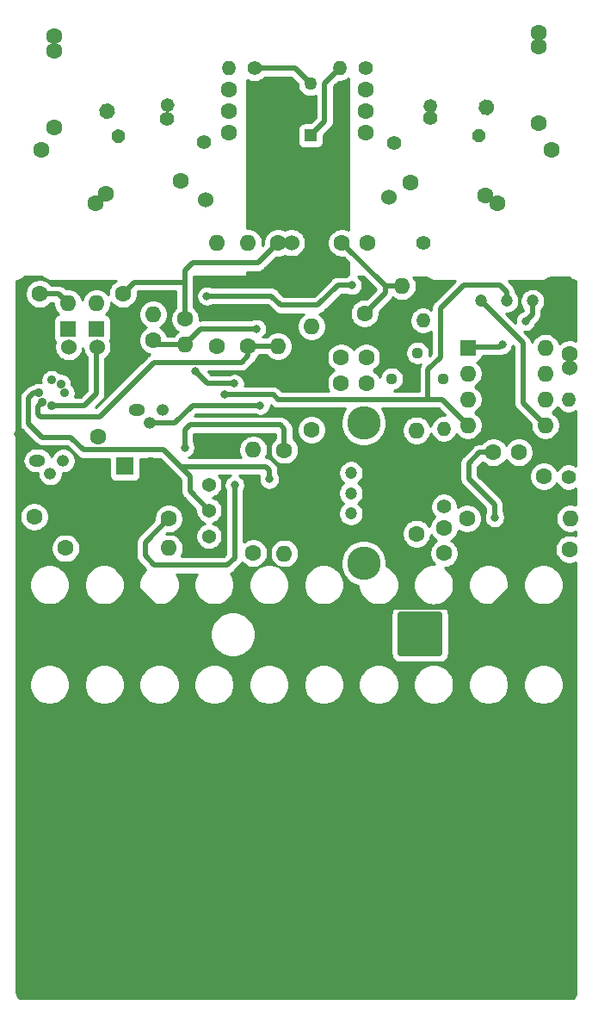
<source format=gbr>
%TF.GenerationSoftware,KiCad,Pcbnew,(5.1.9)-1*%
%TF.CreationDate,2021-05-24T21:10:03+02:00*%
%TF.ProjectId,DifferentialProbe,44696666-6572-4656-9e74-69616c50726f,rev?*%
%TF.SameCoordinates,Original*%
%TF.FileFunction,Copper,L2,Bot*%
%TF.FilePolarity,Positive*%
%FSLAX46Y46*%
G04 Gerber Fmt 4.6, Leading zero omitted, Abs format (unit mm)*
G04 Created by KiCad (PCBNEW (5.1.9)-1) date 2021-05-24 21:10:03*
%MOMM*%
%LPD*%
G01*
G04 APERTURE LIST*
%TA.AperFunction,ComponentPad*%
%ADD10C,1.524000*%
%TD*%
%TA.AperFunction,ComponentPad*%
%ADD11C,1.200000*%
%TD*%
%TA.AperFunction,ComponentPad*%
%ADD12C,1.371600*%
%TD*%
%TA.AperFunction,ComponentPad*%
%ADD13C,1.600000*%
%TD*%
%TA.AperFunction,ComponentPad*%
%ADD14O,1.600000X1.600000*%
%TD*%
%TA.AperFunction,ComponentPad*%
%ADD15R,1.600000X1.600000*%
%TD*%
%TA.AperFunction,ComponentPad*%
%ADD16C,0.880000*%
%TD*%
%TA.AperFunction,ComponentPad*%
%ADD17C,3.285000*%
%TD*%
%TA.AperFunction,ComponentPad*%
%ADD18C,1.120000*%
%TD*%
%TA.AperFunction,ComponentPad*%
%ADD19O,1.400000X1.400000*%
%TD*%
%TA.AperFunction,ComponentPad*%
%ADD20C,1.400000*%
%TD*%
%TA.AperFunction,ComponentPad*%
%ADD21O,1.200000X1.200000*%
%TD*%
%TA.AperFunction,ComponentPad*%
%ADD22O,1.600000X1.200000*%
%TD*%
%TA.AperFunction,ComponentPad*%
%ADD23C,1.800000*%
%TD*%
%TA.AperFunction,ComponentPad*%
%ADD24R,1.800000X1.800000*%
%TD*%
%TA.AperFunction,ComponentPad*%
%ADD25R,1.270000X1.270000*%
%TD*%
%TA.AperFunction,ComponentPad*%
%ADD26C,1.270000*%
%TD*%
%TA.AperFunction,ViaPad*%
%ADD27C,0.800000*%
%TD*%
%TA.AperFunction,Conductor*%
%ADD28C,0.500000*%
%TD*%
%TA.AperFunction,Conductor*%
%ADD29C,1.000000*%
%TD*%
%TA.AperFunction,Conductor*%
%ADD30C,0.254000*%
%TD*%
%TA.AperFunction,Conductor*%
%ADD31C,0.100000*%
%TD*%
G04 APERTURE END LIST*
D10*
%TO.P,J8,1*%
%TO.N,+9V*%
X55110000Y62718000D03*
%TD*%
%TO.P,J7,1*%
%TO.N,+9V*%
X27780000Y75010000D03*
%TD*%
%TO.P,J6,1*%
%TO.N,Net-(C11-Pad1)*%
X5842000Y64770000D03*
%TD*%
%TO.P,J5,1*%
%TO.N,Net-(C10-Pad1)*%
X8636000Y64770000D03*
%TD*%
%TO.P,J4,1*%
%TO.N,Net-(C11-Pad1)*%
X19304000Y79248000D03*
%TD*%
%TO.P,J3,1*%
%TO.N,Net-(C10-Pad1)*%
X37338000Y79502000D03*
%TD*%
D11*
%TO.P,RV4,1*%
%TO.N,Net-(RV4-Pad1)*%
X46400000Y69290000D03*
%TO.P,RV4,2*%
%TO.N,-9V*%
X48940000Y69290000D03*
%TO.P,RV4,3*%
%TO.N,Net-(RV4-Pad3)*%
X51480000Y69290000D03*
%TD*%
D12*
%TO.P,RV2,1*%
%TO.N,Net-(RV2-Pad1)*%
X19650000Y46170000D03*
%TO.P,RV2,2*%
X19650000Y48710000D03*
%TO.P,RV2,3*%
%TO.N,Net-(R8-Pad1)*%
X19650000Y51250000D03*
%TD*%
D13*
%TO.P,C25,2*%
%TO.N,GND*%
X55160000Y69080000D03*
%TO.P,C25,1*%
%TO.N,+9V*%
X55160000Y64080000D03*
%TD*%
%TO.P,C15,2*%
%TO.N,Net-(C15-Pad2)*%
X35120000Y63720000D03*
%TO.P,C15,1*%
%TO.N,Net-(C15-Pad1)*%
X35120000Y61220000D03*
%TD*%
%TO.P,R1,2*%
%TO.N,Net-(R1-Pad2)*%
%TA.AperFunction,ComponentPad*%
G36*
G01*
X47406673Y88982954D02*
X47406673Y88982954D01*
G75*
G02*
X47603134Y87868771I-458861J-655322D01*
G01*
X47603134Y87868771D01*
G75*
G02*
X46488951Y87672310I-655322J458861D01*
G01*
X46488951Y87672310D01*
G75*
G02*
X46292490Y88786493I458861J655322D01*
G01*
X46292490Y88786493D01*
G75*
G02*
X47406673Y88982954I655322J-458861D01*
G01*
G37*
%TD.AperFunction*%
%TO.P,R1,1*%
%TO.N,Net-(C1-Pad2)*%
X52110000Y95700000D03*
%TD*%
D14*
%TO.P,U3,8*%
%TO.N,Net-(U3-Pad8)*%
X52740000Y64700000D03*
%TO.P,U3,4*%
%TO.N,-9V*%
X45120000Y57080000D03*
%TO.P,U3,7*%
%TO.N,+9V*%
X52740000Y62160000D03*
%TO.P,U3,3*%
%TO.N,Net-(R17-Pad2)*%
X45120000Y59620000D03*
%TO.P,U3,6*%
%TO.N,Net-(C23-Pad2)*%
X52740000Y59620000D03*
%TO.P,U3,2*%
%TO.N,Net-(C22-Pad2)*%
X45120000Y62160000D03*
%TO.P,U3,5*%
%TO.N,Net-(RV4-Pad1)*%
X52740000Y57080000D03*
D15*
%TO.P,U3,1*%
%TO.N,Net-(RV4-Pad3)*%
X45120000Y64700000D03*
%TD*%
D16*
%TO.P,U1,3*%
%TO.N,Net-(C10-Pad1)*%
X4170000Y58970000D03*
%TO.P,U1,2*%
%TO.N,Net-(R14-Pad2)*%
X3271975Y59341975D03*
%TO.P,U1,1*%
%TO.N,Net-(RV2-Pad1)*%
X2900000Y60240000D03*
%TO.P,U1,7*%
%TO.N,Net-(C11-Pad1)*%
X4170000Y61510000D03*
%TO.P,U1,6*%
%TO.N,Net-(R16-Pad2)*%
X5068025Y61138025D03*
%TO.P,U1,5*%
%TO.N,Net-(R9-Pad1)*%
X5440000Y60240000D03*
%TD*%
D11*
%TO.P,SW1,1*%
%TO.N,Net-(SW1-Pad1)*%
X33620000Y48390000D03*
%TO.P,SW1,2*%
%TO.N,Net-(R12-Pad2)*%
X33620000Y50390000D03*
%TO.P,SW1,3*%
%TO.N,Net-(C15-Pad1)*%
X33620000Y52390000D03*
D17*
%TO.P,SW1,MH1*%
%TO.N,N/C*%
X34870000Y43490000D03*
%TO.P,SW1,MH2*%
X34870000Y57290000D03*
%TD*%
D18*
%TO.P,RV3,1*%
%TO.N,Net-(C15-Pad2)*%
X37640000Y61650000D03*
%TO.P,RV3,2*%
X40180000Y64190000D03*
%TO.P,RV3,3*%
%TO.N,Net-(R10-Pad2)*%
X42720000Y61650000D03*
%TD*%
D14*
%TO.P,R22,2*%
%TO.N,Net-(C22-Pad2)*%
X38650000Y70750000D03*
D13*
%TO.P,R22,1*%
%TO.N,GND*%
X28490000Y70750000D03*
%TD*%
D14*
%TO.P,R21,2*%
%TO.N,Net-(C39-Pad1)*%
X55200000Y47920000D03*
D13*
%TO.P,R21,1*%
%TO.N,Net-(C22-Pad2)*%
X45040000Y47920000D03*
%TD*%
D19*
%TO.P,R20,2*%
%TO.N,Net-(R17-Pad2)*%
X40720000Y67370000D03*
D20*
%TO.P,R20,1*%
%TO.N,Net-(C22-Pad1)*%
X40720000Y74990000D03*
%TD*%
D14*
%TO.P,R19,2*%
%TO.N,Net-(C20-Pad2)*%
X15710000Y44990000D03*
D13*
%TO.P,R19,1*%
%TO.N,-9V*%
X5550000Y44990000D03*
%TD*%
D14*
%TO.P,R18,2*%
%TO.N,GND*%
X2450000Y45550000D03*
D13*
%TO.P,R18,1*%
%TO.N,Net-(Q2-Pad1)*%
X2450000Y48090000D03*
%TD*%
D14*
%TO.P,R17,2*%
%TO.N,Net-(R17-Pad2)*%
X14160000Y67980000D03*
D13*
%TO.P,R17,1*%
%TO.N,Net-(R16-Pad2)*%
X14160000Y65440000D03*
%TD*%
D14*
%TO.P,R16,2*%
%TO.N,Net-(R16-Pad2)*%
X17290000Y64980000D03*
D13*
%TO.P,R16,1*%
%TO.N,+9V*%
X17290000Y67520000D03*
%TD*%
D14*
%TO.P,R15,2*%
%TO.N,Net-(C22-Pad2)*%
X23500000Y75010000D03*
D13*
%TO.P,R15,1*%
%TO.N,Net-(R14-Pad2)*%
X23500000Y64850000D03*
%TD*%
D14*
%TO.P,R13,2*%
%TO.N,Net-(C15-Pad2)*%
X29740000Y66800000D03*
D13*
%TO.P,R13,1*%
%TO.N,Net-(Q1-Pad3)*%
X29740000Y56640000D03*
%TD*%
D14*
%TO.P,R12,2*%
%TO.N,Net-(R12-Pad2)*%
X27070000Y44480000D03*
D13*
%TO.P,R12,1*%
%TO.N,Net-(Q1-Pad3)*%
X27070000Y54640000D03*
%TD*%
D19*
%TO.P,R11,2*%
%TO.N,Net-(C15-Pad2)*%
X42770000Y56710000D03*
D20*
%TO.P,R11,1*%
%TO.N,Net-(C18-Pad2)*%
X42770000Y49090000D03*
%TD*%
D14*
%TO.P,R10,2*%
%TO.N,Net-(R10-Pad2)*%
X40080000Y56580000D03*
D13*
%TO.P,R10,1*%
%TO.N,Net-(C15-Pad1)*%
X40080000Y46420000D03*
%TD*%
D14*
%TO.P,R9,2*%
%TO.N,Net-(C15-Pad2)*%
X20460000Y74980000D03*
D13*
%TO.P,R9,1*%
%TO.N,Net-(R9-Pad1)*%
X20460000Y64820000D03*
%TD*%
D14*
%TO.P,R8,2*%
%TO.N,Net-(R12-Pad2)*%
X24010000Y54660000D03*
D13*
%TO.P,R8,1*%
%TO.N,Net-(R8-Pad1)*%
X24010000Y44500000D03*
%TD*%
D19*
%TO.P,R7,2*%
%TO.N,Net-(C23-Pad2)*%
X55040000Y59580000D03*
D20*
%TO.P,R7,1*%
%TO.N,Net-(C39-Pad1)*%
X55040000Y51960000D03*
%TD*%
D21*
%TO.P,Q2,3*%
%TO.N,Net-(Q1-Pad2)*%
X5310000Y53594000D03*
%TO.P,Q2,2*%
%TO.N,Net-(C20-Pad2)*%
X4040000Y52324000D03*
D22*
%TO.P,Q2,1*%
%TO.N,Net-(Q2-Pad1)*%
X2770000Y53594000D03*
%TD*%
D21*
%TO.P,Q1,3*%
%TO.N,Net-(Q1-Pad3)*%
X15100000Y58590000D03*
%TO.P,Q1,2*%
%TO.N,Net-(Q1-Pad2)*%
X13830000Y57320000D03*
D22*
%TO.P,Q1,1*%
%TO.N,Net-(Q1-Pad1)*%
X12560000Y58590000D03*
%TD*%
%TO.P,J2,1*%
%TO.N,GND*%
%TA.AperFunction,ComponentPad*%
G36*
G01*
X25370000Y34619999D02*
X25370000Y38520001D01*
G75*
G02*
X25619999Y38770000I249999J0D01*
G01*
X29520001Y38770000D01*
G75*
G02*
X29770000Y38520001I0J-249999D01*
G01*
X29770000Y34619999D01*
G75*
G02*
X29520001Y34370000I-249999J0D01*
G01*
X25619999Y34370000D01*
G75*
G02*
X25370000Y34619999I0J249999D01*
G01*
G37*
%TD.AperFunction*%
%TD*%
%TO.P,J1,1*%
%TO.N,Net-(C39-Pad1)*%
%TA.AperFunction,ComponentPad*%
G36*
G01*
X38210000Y34619999D02*
X38210000Y38520001D01*
G75*
G02*
X38459999Y38770000I249999J0D01*
G01*
X42360001Y38770000D01*
G75*
G02*
X42610000Y38520001I0J-249999D01*
G01*
X42610000Y34619999D01*
G75*
G02*
X42360001Y34370000I-249999J0D01*
G01*
X38459999Y34370000D01*
G75*
G02*
X38210000Y34619999I0J249999D01*
G01*
G37*
%TD.AperFunction*%
%TD*%
D23*
%TO.P,D3,2*%
%TO.N,GND*%
X13930000Y53050000D03*
D24*
%TO.P,D3,1*%
%TO.N,Net-(C20-Pad2)*%
X11390000Y53050000D03*
%TD*%
D13*
%TO.P,C39,2*%
%TO.N,GND*%
X50120000Y44890000D03*
%TO.P,C39,1*%
%TO.N,Net-(C39-Pad1)*%
X55120000Y44890000D03*
%TD*%
%TO.P,C26,2*%
%TO.N,GND*%
X47610000Y52070000D03*
%TO.P,C26,1*%
%TO.N,-9V*%
X52610000Y52070000D03*
%TD*%
%TO.P,C24,2*%
%TO.N,Net-(C22-Pad2)*%
X34960000Y68080000D03*
%TO.P,C24,1*%
%TO.N,GND*%
X32460000Y68080000D03*
%TD*%
%TO.P,C23,2*%
%TO.N,Net-(C23-Pad2)*%
X50140000Y54410000D03*
%TO.P,C23,1*%
%TO.N,Net-(C22-Pad2)*%
X47640000Y54410000D03*
%TD*%
%TO.P,C22,2*%
%TO.N,Net-(C22-Pad2)*%
X32740000Y74990000D03*
%TO.P,C22,1*%
%TO.N,Net-(C22-Pad1)*%
X35240000Y74990000D03*
%TD*%
%TO.P,C21,2*%
%TO.N,-9V*%
X15680000Y47890000D03*
%TO.P,C21,1*%
%TO.N,GND*%
X10680000Y47890000D03*
%TD*%
%TO.P,C20,2*%
%TO.N,Net-(C20-Pad2)*%
X8760000Y55990000D03*
%TO.P,C20,1*%
%TO.N,GND*%
X8760000Y50990000D03*
%TD*%
%TO.P,C18,2*%
%TO.N,Net-(C18-Pad2)*%
X42770000Y46990000D03*
%TO.P,C18,1*%
%TO.N,Net-(C15-Pad1)*%
X42770000Y44490000D03*
%TD*%
%TO.P,C17,2*%
%TO.N,Net-(C15-Pad2)*%
X32660000Y63740000D03*
%TO.P,C17,1*%
%TO.N,Net-(C15-Pad1)*%
X32660000Y61240000D03*
%TD*%
D14*
%TO.P,R14,2*%
%TO.N,Net-(R14-Pad2)*%
X26430000Y64840000D03*
D13*
%TO.P,R14,1*%
%TO.N,+9V*%
X26430000Y75000000D03*
%TD*%
D14*
%TO.P,D2,2*%
%TO.N,-9V*%
X5790000Y69088000D03*
D15*
%TO.P,D2,1*%
%TO.N,Net-(C11-Pad1)*%
X5790000Y66548000D03*
%TD*%
D14*
%TO.P,D1,2*%
%TO.N,-9V*%
X8570000Y69088000D03*
D15*
%TO.P,D1,1*%
%TO.N,Net-(C10-Pad1)*%
X8570000Y66548000D03*
%TD*%
D13*
%TO.P,C16,2*%
%TO.N,-9V*%
X3010000Y69990000D03*
%TO.P,C16,1*%
%TO.N,GND*%
X3010000Y64990000D03*
%TD*%
%TO.P,C19,2*%
%TO.N,GND*%
X11170000Y64990000D03*
%TO.P,C19,1*%
%TO.N,+9V*%
X11170000Y69990000D03*
%TD*%
D25*
%TO.P,RV1,1*%
%TO.N,Net-(R5-Pad2)*%
X29630000Y85550000D03*
D26*
%TO.P,RV1,2*%
%TO.N,GND*%
X27090000Y88090000D03*
%TO.P,RV1,3*%
%TO.N,Net-(R6-Pad1)*%
X29630000Y90630000D03*
%TD*%
D13*
%TO.P,C13,2*%
%TO.N,GND*%
X24120000Y85820000D03*
%TO.P,C13,1*%
%TO.N,Net-(C11-Pad1)*%
X21620000Y85820000D03*
%TD*%
%TO.P,C12,2*%
%TO.N,GND*%
X24120000Y87920000D03*
%TO.P,C12,1*%
%TO.N,Net-(C11-Pad1)*%
X21620000Y87920000D03*
%TD*%
%TO.P,C11,2*%
%TO.N,GND*%
X24120000Y90050000D03*
%TO.P,C11,1*%
%TO.N,Net-(C11-Pad1)*%
X21620000Y90050000D03*
%TD*%
%TO.P,C9,2*%
%TO.N,Net-(C10-Pad1)*%
X35110000Y85830000D03*
%TO.P,C9,1*%
%TO.N,GND*%
X32610000Y85830000D03*
%TD*%
%TO.P,C8,2*%
%TO.N,Net-(C10-Pad1)*%
X35110000Y87940000D03*
%TO.P,C8,1*%
%TO.N,GND*%
X32610000Y87940000D03*
%TD*%
%TO.P,C7,2*%
%TO.N,Net-(C10-Pad1)*%
X35110000Y90040000D03*
%TO.P,C7,1*%
%TO.N,GND*%
X32610000Y90040000D03*
%TD*%
%TO.P,R4b1,2*%
%TO.N,Net-(R4a1-Pad1)*%
%TA.AperFunction,ComponentPad*%
G36*
G01*
X16062873Y88047127D02*
X16062873Y88047127D01*
G75*
G02*
X15072923Y88047127I-494975J494975D01*
G01*
X15072923Y88047127D01*
G75*
G02*
X15072923Y89037077I494975J494975D01*
G01*
X15072923Y89037077D01*
G75*
G02*
X16062873Y89037077I494975J-494975D01*
G01*
X16062873Y89037077D01*
G75*
G02*
X16062873Y88047127I-494975J-494975D01*
G01*
G37*
%TD.AperFunction*%
D20*
%TO.P,R4b1,1*%
%TO.N,Net-(C11-Pad1)*%
X19160000Y84950000D03*
%TD*%
%TO.P,R4a1,2*%
%TO.N,Net-(R3-Pad2)*%
%TA.AperFunction,ComponentPad*%
G36*
G01*
X11404146Y85731952D02*
X11404146Y85731952D01*
G75*
G02*
X10985775Y84834753I-657785J-239414D01*
G01*
X10985775Y84834753D01*
G75*
G02*
X10088576Y85253124I-239414J657785D01*
G01*
X10088576Y85253124D01*
G75*
G02*
X10506947Y86150323I657785J239414D01*
G01*
X10506947Y86150323D01*
G75*
G02*
X11404146Y85731952I239414J-657785D01*
G01*
G37*
%TD.AperFunction*%
%TO.P,R4a1,1*%
%TO.N,Net-(R4a1-Pad1)*%
X15520000Y87230000D03*
%TD*%
D19*
%TO.P,R6,2*%
%TO.N,Net-(C11-Pad1)*%
X21580000Y92160000D03*
D20*
%TO.P,R6,1*%
%TO.N,Net-(R6-Pad1)*%
X24120000Y92160000D03*
%TD*%
D19*
%TO.P,R5,2*%
%TO.N,Net-(R5-Pad2)*%
X32510000Y92170000D03*
D20*
%TO.P,R5,1*%
%TO.N,Net-(C10-Pad1)*%
X35050000Y92170000D03*
%TD*%
%TO.P,R3,2*%
%TO.N,Net-(R3-Pad2)*%
%TA.AperFunction,ComponentPad*%
G36*
G01*
X9163327Y88602954D02*
X9163327Y88602954D01*
G75*
G02*
X10277510Y88406493I458861J-655322D01*
G01*
X10277510Y88406493D01*
G75*
G02*
X10081049Y87292310I-655322J-458861D01*
G01*
X10081049Y87292310D01*
G75*
G02*
X8966866Y87488771I-458861J655322D01*
G01*
X8966866Y87488771D01*
G75*
G02*
X9163327Y88602954I655322J458861D01*
G01*
G37*
%TD.AperFunction*%
D13*
%TO.P,R3,1*%
%TO.N,Net-(C4-Pad2)*%
X4460000Y95320000D03*
%TD*%
%TO.P,C6,2*%
%TO.N,Net-(C5-Pad1)*%
X9483942Y79817639D03*
%TO.P,C6,1*%
%TO.N,Net-(C11-Pad1)*%
X16870000Y81120000D03*
%TD*%
%TO.P,C5,2*%
%TO.N,Net-(C4-Pad1)*%
X3166699Y84163301D03*
%TO.P,C5,1*%
%TO.N,Net-(C5-Pad1)*%
X8470000Y78860000D03*
%TD*%
%TO.P,C4,2*%
%TO.N,Net-(C4-Pad2)*%
X4460000Y93850000D03*
%TO.P,C4,1*%
%TO.N,Net-(C4-Pad1)*%
X4460000Y86350000D03*
%TD*%
%TO.P,C3,2*%
%TO.N,Net-(C2-Pad1)*%
X46836058Y79647639D03*
%TO.P,C3,1*%
%TO.N,Net-(C10-Pad1)*%
X39450000Y80950000D03*
%TD*%
%TO.P,C2,2*%
%TO.N,Net-(C1-Pad1)*%
X53333301Y84163301D03*
%TO.P,C2,1*%
%TO.N,Net-(C2-Pad1)*%
X48030000Y78860000D03*
%TD*%
%TO.P,R2b1,2*%
%TO.N,Net-(R2a1-Pad1)*%
%TA.AperFunction,ComponentPad*%
G36*
G01*
X40947127Y87957127D02*
X40947127Y87957127D01*
G75*
G02*
X40947127Y88947077I494975J494975D01*
G01*
X40947127Y88947077D01*
G75*
G02*
X41937077Y88947077I494975J-494975D01*
G01*
X41937077Y88947077D01*
G75*
G02*
X41937077Y87957127I-494975J-494975D01*
G01*
X41937077Y87957127D01*
G75*
G02*
X40947127Y87957127I-494975J494975D01*
G01*
G37*
%TD.AperFunction*%
D20*
%TO.P,R2b1,1*%
%TO.N,Net-(C10-Pad1)*%
X37850000Y84860000D03*
%TD*%
%TO.P,R2a1,2*%
%TO.N,Net-(R1-Pad2)*%
%TA.AperFunction,ComponentPad*%
G36*
G01*
X45545854Y85781952D02*
X45545854Y85781952D01*
G75*
G02*
X46443053Y86200323I657785J-239414D01*
G01*
X46443053Y86200323D01*
G75*
G02*
X46861424Y85303124I-239414J-657785D01*
G01*
X46861424Y85303124D01*
G75*
G02*
X45964225Y84884753I-657785J239414D01*
G01*
X45964225Y84884753D01*
G75*
G02*
X45545854Y85781952I239414J657785D01*
G01*
G37*
%TD.AperFunction*%
%TO.P,R2a1,1*%
%TO.N,Net-(R2a1-Pad1)*%
X41430000Y87280000D03*
%TD*%
D13*
%TO.P,C1,2*%
%TO.N,Net-(C1-Pad2)*%
X52110000Y94280000D03*
%TO.P,C1,1*%
%TO.N,Net-(C1-Pad1)*%
X52110000Y86780000D03*
%TD*%
D27*
%TO.N,GND*%
X6930000Y62890000D03*
X48750000Y57650000D03*
X880000Y56190000D03*
X32040000Y81575003D03*
X24825000Y81550000D03*
%TO.N,-9V*%
X22180000Y51200000D03*
X21215000Y60065000D03*
%TO.N,Net-(R16-Pad2)*%
X24302000Y66548000D03*
%TO.N,Net-(C22-Pad2)*%
X47752000Y48006000D03*
%TO.N,Net-(Q1-Pad3)*%
X17272000Y54864000D03*
%TO.N,Net-(Q1-Pad2)*%
X24699993Y59030007D03*
%TO.N,Net-(Q1-Pad1)*%
X18319998Y62355000D03*
X22160000Y61165000D03*
%TO.N,Net-(R17-Pad2)*%
X19450000Y69775000D03*
X33700000Y70850000D03*
%TO.N,Net-(RV2-Pad1)*%
X25575000Y51775000D03*
%TO.N,Net-(RV4-Pad3)*%
X50800000Y67310000D03*
X48514000Y65024000D03*
%TD*%
D28*
%TO.N,Net-(R5-Pad2)*%
X31030000Y90690000D02*
X32510000Y92170000D01*
X31030000Y86950000D02*
X31030000Y90690000D01*
X29630000Y85550000D02*
X31030000Y86950000D01*
%TO.N,Net-(R6-Pad1)*%
X28100000Y92160000D02*
X29630000Y90630000D01*
X24120000Y92160000D02*
X28100000Y92160000D01*
%TO.N,Net-(C10-Pad1)*%
X8570000Y64704000D02*
X8636000Y64770000D01*
X7395000Y58970000D02*
X8570000Y60145000D01*
X8570000Y60145000D02*
X8570000Y64704000D01*
X4170000Y58970000D02*
X7395000Y58970000D01*
%TO.N,GND*%
X5110000Y62890000D02*
X6930000Y62890000D01*
X3010000Y64990000D02*
X5110000Y62890000D01*
X50120000Y49560000D02*
X47610000Y52070000D01*
X50120000Y44890000D02*
X50120000Y49560000D01*
X51940000Y55420000D02*
X51940000Y53590000D01*
X50420000Y52070000D02*
X47610000Y52070000D01*
X49710000Y57650000D02*
X51940000Y55420000D01*
X51940000Y53590000D02*
X50420000Y52070000D01*
X48750000Y57650000D02*
X49710000Y57650000D01*
X27570000Y36570000D02*
X25060000Y39080000D01*
X10680000Y42899999D02*
X10680000Y47890000D01*
X14499999Y39080000D02*
X10680000Y42899999D01*
X25060000Y39080000D02*
X14499999Y39080000D01*
X13930000Y48900000D02*
X12920000Y47890000D01*
X12920000Y47890000D02*
X10680000Y47890000D01*
X13930000Y53050000D02*
X13930000Y48900000D01*
X880000Y52480000D02*
X880000Y56190000D01*
X8760000Y50990000D02*
X2370000Y50990000D01*
X2370000Y50990000D02*
X880000Y52480000D01*
X47528498Y39220010D02*
X50120000Y41811512D01*
X50120000Y41811512D02*
X50120000Y44890000D01*
X30220010Y39220010D02*
X47528498Y39220010D01*
X27570000Y36570000D02*
X30220010Y39220010D01*
D29*
X24120000Y90050000D02*
X24120000Y87920000D01*
X24120000Y87920000D02*
X24120000Y85820000D01*
X24820000Y85820000D02*
X27090000Y88090000D01*
X24120000Y85820000D02*
X24820000Y85820000D01*
X32610000Y90040000D02*
X32610000Y87940000D01*
X32610000Y87940000D02*
X32610000Y85830000D01*
X24120000Y83890000D02*
X24120000Y85820000D01*
X24690000Y83320000D02*
X24120000Y83890000D01*
X31680000Y83320000D02*
X24690000Y83320000D01*
X32610000Y84250000D02*
X31680000Y83320000D01*
X32610000Y85830000D02*
X32610000Y84250000D01*
X31680000Y83320000D02*
X32040000Y82960000D01*
X32040000Y82960000D02*
X32040000Y81575003D01*
X24850000Y81575000D02*
X24825000Y81550000D01*
X24850000Y83160000D02*
X24850000Y81575000D01*
X24690000Y83320000D02*
X24850000Y83160000D01*
D28*
%TO.N,+9V*%
X17290000Y72290000D02*
X17290000Y67520000D01*
X24455000Y73025000D02*
X18025000Y73025000D01*
X18025000Y73025000D02*
X17290000Y72290000D01*
X26430000Y75000000D02*
X24455000Y73025000D01*
X17290000Y71125000D02*
X17290000Y67520000D01*
X12305000Y71125000D02*
X17290000Y71125000D01*
X11170000Y69990000D02*
X12305000Y71125000D01*
%TO.N,-9V*%
X3010000Y69990000D02*
X3330000Y69990000D01*
X13360000Y45570000D02*
X15680000Y47890000D01*
X14260000Y43330000D02*
X13360000Y44230000D01*
X21460000Y43330000D02*
X14260000Y43330000D01*
X22180000Y44050000D02*
X21460000Y43330000D01*
X13360000Y44230000D02*
X13360000Y45570000D01*
X22180000Y51200000D02*
X22180000Y44050000D01*
X42610001Y59589999D02*
X45120000Y57080000D01*
X40994001Y59589999D02*
X42610001Y59589999D01*
X48940000Y70186000D02*
X48940000Y69290000D01*
X48260000Y70866000D02*
X48940000Y70186000D01*
X44704000Y70866000D02*
X48260000Y70866000D01*
X42418000Y68580000D02*
X44704000Y70866000D01*
X42418000Y63754000D02*
X42418000Y68580000D01*
X41190001Y59785999D02*
X41190001Y62526001D01*
X41190001Y62526001D02*
X42418000Y63754000D01*
X40994001Y59589999D02*
X41190001Y59785999D01*
X4888000Y69990000D02*
X5790000Y69088000D01*
X3010000Y69990000D02*
X4888000Y69990000D01*
X25985000Y60065000D02*
X21215000Y60065000D01*
X26460001Y59589999D02*
X25985000Y60065000D01*
X40994001Y59589999D02*
X26460001Y59589999D01*
%TO.N,Net-(R14-Pad2)*%
X26420000Y64850000D02*
X26430000Y64840000D01*
X23500000Y64850000D02*
X26420000Y64850000D01*
X23500000Y63900000D02*
X23500000Y64850000D01*
X22846000Y63246000D02*
X23500000Y63900000D01*
X14224000Y63246000D02*
X22846000Y63246000D01*
X8890000Y57912000D02*
X14224000Y63246000D01*
X3113000Y57912000D02*
X8890000Y57912000D01*
X2850000Y58175000D02*
X3113000Y57912000D01*
X2850000Y58920000D02*
X2850000Y58175000D01*
X3271975Y59341975D02*
X2850000Y58920000D01*
%TO.N,Net-(R16-Pad2)*%
X18089999Y65779999D02*
X17290000Y64980000D01*
X18858000Y66548000D02*
X18089999Y65779999D01*
X24302000Y66548000D02*
X18858000Y66548000D01*
X14620000Y64980000D02*
X17290000Y64980000D01*
X14160000Y65440000D02*
X14620000Y64980000D01*
%TO.N,Net-(C22-Pad2)*%
X36980000Y70750000D02*
X38650000Y70750000D01*
X32740000Y74990000D02*
X36980000Y70750000D01*
X36980000Y70100000D02*
X36980000Y70750000D01*
X34960000Y68080000D02*
X36980000Y70100000D01*
X45212000Y53340000D02*
X46282000Y54410000D01*
X45212000Y51816000D02*
X45212000Y53340000D01*
X47752000Y49276000D02*
X45212000Y51816000D01*
X46282000Y54410000D02*
X47640000Y54410000D01*
X47752000Y48006000D02*
X47752000Y49276000D01*
%TO.N,Net-(Q1-Pad3)*%
X17272000Y56597000D02*
X17272000Y54864000D01*
X17775000Y57100000D02*
X17272000Y56597000D01*
X26700000Y57100000D02*
X17775000Y57100000D01*
X27070000Y56730000D02*
X26700000Y57100000D01*
X27070000Y54640000D02*
X27070000Y56730000D01*
%TO.N,Net-(Q1-Pad2)*%
X18030007Y59030007D02*
X24699993Y59030007D01*
X16320000Y57320000D02*
X18030007Y59030007D01*
X13830000Y57320000D02*
X16320000Y57320000D01*
%TO.N,Net-(Q1-Pad1)*%
X18319998Y62355000D02*
X19509998Y61165000D01*
X19509998Y61165000D02*
X22160000Y61165000D01*
%TO.N,Net-(R17-Pad2)*%
X32325000Y70850000D02*
X33700000Y70850000D01*
X30350000Y68875000D02*
X32325000Y70850000D01*
X26700000Y68875000D02*
X30350000Y68875000D01*
X25800000Y69775000D02*
X26700000Y68875000D01*
X19450000Y69775000D02*
X25800000Y69775000D01*
%TO.N,Net-(RV2-Pad1)*%
X25225000Y53025000D02*
X16956000Y53025000D01*
X25575000Y52675000D02*
X25225000Y53025000D01*
X25575000Y51775000D02*
X25575000Y52675000D01*
X17775000Y50585000D02*
X19650000Y48710000D01*
X17775000Y52050000D02*
X17775000Y50585000D01*
X15180999Y54644001D02*
X17775000Y52050000D01*
X7305999Y54644001D02*
X15180999Y54644001D01*
X6050000Y55900000D02*
X7305999Y54644001D01*
X3250000Y55900000D02*
X6050000Y55900000D01*
X1900000Y57250000D02*
X3250000Y55900000D01*
X1900000Y59775000D02*
X1900000Y57250000D01*
X2365000Y60240000D02*
X1900000Y59775000D01*
X2900000Y60240000D02*
X2365000Y60240000D01*
%TO.N,Net-(RV4-Pad1)*%
X50546000Y65144000D02*
X46400000Y69290000D01*
X50546000Y59274000D02*
X50546000Y65144000D01*
X52740000Y57080000D02*
X50546000Y59274000D01*
%TO.N,Net-(RV4-Pad3)*%
X51480000Y67990000D02*
X50800000Y67310000D01*
X51480000Y69290000D02*
X51480000Y67990000D01*
X45190000Y64770000D02*
X45120000Y64700000D01*
X48260000Y64770000D02*
X45190000Y64770000D01*
X48514000Y65024000D02*
X48260000Y64770000D01*
%TD*%
D30*
%TO.N,GND*%
X3166921Y71717208D02*
X3167254Y71716878D01*
X3213845Y71669300D01*
X3221752Y71662758D01*
X3342746Y71564078D01*
X3398270Y71527188D01*
X3453198Y71489578D01*
X3462222Y71484698D01*
X3462230Y71484694D01*
X3600082Y71411397D01*
X3661712Y71385995D01*
X3722904Y71359768D01*
X3732699Y71356735D01*
X3732705Y71356733D01*
X3732711Y71356732D01*
X3882176Y71311606D01*
X3947554Y71298661D01*
X4012683Y71284817D01*
X4022889Y71283744D01*
X4178276Y71268508D01*
X4178277Y71268508D01*
X4213895Y71265000D01*
X10498288Y71265000D01*
X10490273Y71261680D01*
X10255241Y71104637D01*
X10055363Y70904759D01*
X9898320Y70669727D01*
X9790147Y70408574D01*
X9735000Y70131335D01*
X9735000Y69927385D01*
X9684637Y70002759D01*
X9484759Y70202637D01*
X9249727Y70359680D01*
X8988574Y70467853D01*
X8711335Y70523000D01*
X8428665Y70523000D01*
X8151426Y70467853D01*
X7890273Y70359680D01*
X7655241Y70202637D01*
X7455363Y70002759D01*
X7298320Y69767727D01*
X7190147Y69506574D01*
X7180000Y69455562D01*
X7169853Y69506574D01*
X7061680Y69767727D01*
X6904637Y70002759D01*
X6704759Y70202637D01*
X6469727Y70359680D01*
X6208574Y70467853D01*
X5931335Y70523000D01*
X5648665Y70523000D01*
X5613561Y70516017D01*
X5544532Y70585046D01*
X5516817Y70618817D01*
X5382059Y70729411D01*
X5228313Y70811589D01*
X5061490Y70862195D01*
X4931477Y70875000D01*
X4931469Y70875000D01*
X4888000Y70879281D01*
X4844531Y70875000D01*
X4144521Y70875000D01*
X4124637Y70904759D01*
X3924759Y71104637D01*
X3689727Y71261680D01*
X3428574Y71369853D01*
X3151335Y71425000D01*
X2868665Y71425000D01*
X2591426Y71369853D01*
X2330273Y71261680D01*
X2095241Y71104637D01*
X1895363Y70904759D01*
X1738320Y70669727D01*
X1630147Y70408574D01*
X1575000Y70131335D01*
X1575000Y69848665D01*
X1630147Y69571426D01*
X1738320Y69310273D01*
X1895363Y69075241D01*
X2095241Y68875363D01*
X2330273Y68718320D01*
X2591426Y68610147D01*
X2868665Y68555000D01*
X3151335Y68555000D01*
X3428574Y68610147D01*
X3689727Y68718320D01*
X3924759Y68875363D01*
X4124637Y69075241D01*
X4144521Y69105000D01*
X4355000Y69105000D01*
X4355000Y68946665D01*
X4410147Y68669426D01*
X4518320Y68408273D01*
X4675363Y68173241D01*
X4873961Y67974643D01*
X4865518Y67973812D01*
X4745820Y67937502D01*
X4635506Y67878537D01*
X4538815Y67799185D01*
X4459463Y67702494D01*
X4400498Y67592180D01*
X4364188Y67472482D01*
X4351928Y67348000D01*
X4351928Y65748000D01*
X4364188Y65623518D01*
X4400498Y65503820D01*
X4459463Y65393506D01*
X4538815Y65296815D01*
X4545754Y65291121D01*
X4498686Y65177490D01*
X4445000Y64907592D01*
X4445000Y64632408D01*
X4498686Y64362510D01*
X4603995Y64108273D01*
X4756880Y63879465D01*
X4951465Y63684880D01*
X5180273Y63531995D01*
X5434510Y63426686D01*
X5704408Y63373000D01*
X5979592Y63373000D01*
X6249490Y63426686D01*
X6503727Y63531995D01*
X6732535Y63684880D01*
X6927120Y63879465D01*
X7080005Y64108273D01*
X7185314Y64362510D01*
X7239000Y64632408D01*
X7292686Y64362510D01*
X7397995Y64108273D01*
X7550880Y63879465D01*
X7685001Y63745344D01*
X7685000Y60511579D01*
X7028422Y59855000D01*
X6444099Y59855000D01*
X6473688Y59926434D01*
X6515000Y60134122D01*
X6515000Y60345878D01*
X6473688Y60553566D01*
X6392652Y60749203D01*
X6275007Y60925272D01*
X6143025Y61057254D01*
X6143025Y61243903D01*
X6101713Y61451591D01*
X6020677Y61647228D01*
X5903032Y61823297D01*
X5753297Y61973032D01*
X5577228Y62090677D01*
X5381591Y62171713D01*
X5173903Y62213025D01*
X4987254Y62213025D01*
X4855272Y62345007D01*
X4679203Y62462652D01*
X4483566Y62543688D01*
X4275878Y62585000D01*
X4064122Y62585000D01*
X3856434Y62543688D01*
X3660797Y62462652D01*
X3484728Y62345007D01*
X3334993Y62195272D01*
X3217348Y62019203D01*
X3136312Y61823566D01*
X3095000Y61615878D01*
X3095000Y61404122D01*
X3117129Y61292871D01*
X3005878Y61315000D01*
X2794122Y61315000D01*
X2586434Y61273688D01*
X2390797Y61192652D01*
X2284020Y61121306D01*
X2191510Y61112195D01*
X2024687Y61061589D01*
X1870941Y60979411D01*
X1736183Y60868817D01*
X1708466Y60835044D01*
X1304956Y60431534D01*
X1271183Y60403817D01*
X1160589Y60269058D01*
X1078411Y60115312D01*
X1047499Y60013410D01*
X1034571Y59970792D01*
X1027805Y59948489D01*
X1015000Y59818476D01*
X1015000Y59818469D01*
X1010719Y59775000D01*
X1015000Y59731531D01*
X1015001Y57293479D01*
X1010719Y57250000D01*
X1027805Y57076510D01*
X1078412Y56909687D01*
X1160590Y56755941D01*
X1243468Y56654954D01*
X1243471Y56654951D01*
X1271184Y56621183D01*
X1304951Y56593471D01*
X2593470Y55304951D01*
X2621183Y55271183D01*
X2654951Y55243470D01*
X2654953Y55243468D01*
X2707740Y55200147D01*
X2755941Y55160589D01*
X2909687Y55078411D01*
X3076510Y55027805D01*
X3206523Y55015000D01*
X3206533Y55015000D01*
X3249999Y55010719D01*
X3293465Y55015000D01*
X5683422Y55015000D01*
X6649469Y54048952D01*
X6677182Y54015184D01*
X6710950Y53987471D01*
X6710952Y53987469D01*
X6798109Y53915941D01*
X6811940Y53904590D01*
X6965686Y53822412D01*
X7132509Y53771806D01*
X7262522Y53759001D01*
X7262530Y53759001D01*
X7305999Y53754720D01*
X7349468Y53759001D01*
X9851928Y53759001D01*
X9851928Y52150000D01*
X9864188Y52025518D01*
X9900498Y51905820D01*
X9959463Y51795506D01*
X10038815Y51698815D01*
X10135506Y51619463D01*
X10245820Y51560498D01*
X10365518Y51524188D01*
X10490000Y51511928D01*
X12290000Y51511928D01*
X12414482Y51524188D01*
X12534180Y51560498D01*
X12644494Y51619463D01*
X12741185Y51698815D01*
X12820537Y51795506D01*
X12879502Y51905820D01*
X12915812Y52025518D01*
X12928072Y52150000D01*
X12928072Y53759001D01*
X14814421Y53759001D01*
X16890000Y51683421D01*
X16890001Y50628479D01*
X16885719Y50585000D01*
X16902805Y50411510D01*
X16953412Y50244687D01*
X17035590Y50090941D01*
X17118468Y49989954D01*
X17118471Y49989951D01*
X17146184Y49956183D01*
X17179951Y49928471D01*
X18329200Y48779221D01*
X18329200Y48579913D01*
X18379957Y48324737D01*
X18479522Y48084366D01*
X18624067Y47868039D01*
X18808039Y47684067D01*
X19024366Y47539522D01*
X19264633Y47440000D01*
X19024366Y47340478D01*
X18808039Y47195933D01*
X18624067Y47011961D01*
X18479522Y46795634D01*
X18379957Y46555263D01*
X18329200Y46300087D01*
X18329200Y46039913D01*
X18379957Y45784737D01*
X18479522Y45544366D01*
X18624067Y45328039D01*
X18808039Y45144067D01*
X19024366Y44999522D01*
X19264737Y44899957D01*
X19519913Y44849200D01*
X19780087Y44849200D01*
X20035263Y44899957D01*
X20275634Y44999522D01*
X20491961Y45144067D01*
X20675933Y45328039D01*
X20820478Y45544366D01*
X20920043Y45784737D01*
X20970800Y46039913D01*
X20970800Y46300087D01*
X20920043Y46555263D01*
X20820478Y46795634D01*
X20675933Y47011961D01*
X20491961Y47195933D01*
X20275634Y47340478D01*
X20035367Y47440000D01*
X20275634Y47539522D01*
X20491961Y47684067D01*
X20675933Y47868039D01*
X20820478Y48084366D01*
X20920043Y48324737D01*
X20970800Y48579913D01*
X20970800Y48840087D01*
X20920043Y49095263D01*
X20820478Y49335634D01*
X20675933Y49551961D01*
X20491961Y49735933D01*
X20275634Y49880478D01*
X20035367Y49980000D01*
X20275634Y50079522D01*
X20491961Y50224067D01*
X20675933Y50408039D01*
X20820478Y50624366D01*
X20920043Y50864737D01*
X20970800Y51119913D01*
X20970800Y51380087D01*
X20920043Y51635263D01*
X20820478Y51875634D01*
X20675933Y52091961D01*
X20627894Y52140000D01*
X21744776Y52140000D01*
X21689744Y52117205D01*
X21520226Y52003937D01*
X21376063Y51859774D01*
X21262795Y51690256D01*
X21184774Y51501898D01*
X21145000Y51301939D01*
X21145000Y51098061D01*
X21184774Y50898102D01*
X21262795Y50709744D01*
X21295000Y50661546D01*
X21295001Y44416580D01*
X21093422Y44215000D01*
X16918021Y44215000D01*
X16981680Y44310273D01*
X17089853Y44571426D01*
X17145000Y44848665D01*
X17145000Y45131335D01*
X17089853Y45408574D01*
X16981680Y45669727D01*
X16824637Y45904759D01*
X16624759Y46104637D01*
X16389727Y46261680D01*
X16128574Y46369853D01*
X15851335Y46425000D01*
X15568665Y46425000D01*
X15441230Y46399651D01*
X15503561Y46461983D01*
X15538665Y46455000D01*
X15821335Y46455000D01*
X16098574Y46510147D01*
X16359727Y46618320D01*
X16594759Y46775363D01*
X16794637Y46975241D01*
X16951680Y47210273D01*
X17059853Y47471426D01*
X17115000Y47748665D01*
X17115000Y48031335D01*
X17059853Y48308574D01*
X16951680Y48569727D01*
X16794637Y48804759D01*
X16594759Y49004637D01*
X16359727Y49161680D01*
X16098574Y49269853D01*
X15821335Y49325000D01*
X15538665Y49325000D01*
X15261426Y49269853D01*
X15000273Y49161680D01*
X14765241Y49004637D01*
X14565363Y48804759D01*
X14408320Y48569727D01*
X14300147Y48308574D01*
X14245000Y48031335D01*
X14245000Y47748665D01*
X14251983Y47713561D01*
X12764951Y46226529D01*
X12731184Y46198817D01*
X12703471Y46165049D01*
X12703468Y46165046D01*
X12620590Y46064059D01*
X12538412Y45910313D01*
X12487805Y45743490D01*
X12470719Y45570000D01*
X12475001Y45526522D01*
X12475000Y44273470D01*
X12470719Y44230000D01*
X12475000Y44186531D01*
X12475000Y44186524D01*
X12487805Y44056511D01*
X12538411Y43889688D01*
X12620589Y43735942D01*
X12731183Y43601183D01*
X12764956Y43573466D01*
X13433288Y42905133D01*
X13200114Y42671959D01*
X12981748Y42345150D01*
X12831335Y41982021D01*
X12754655Y41596524D01*
X12754655Y41203476D01*
X12831335Y40817979D01*
X12981748Y40454850D01*
X13200114Y40128041D01*
X13478041Y39850114D01*
X13804850Y39631748D01*
X14167979Y39481335D01*
X14553476Y39404655D01*
X14946524Y39404655D01*
X15332021Y39481335D01*
X15695150Y39631748D01*
X16021959Y39850114D01*
X16299886Y40128041D01*
X16518252Y40454850D01*
X16668665Y40817979D01*
X16745345Y41203476D01*
X16745345Y41596524D01*
X16668665Y41982021D01*
X16518252Y42345150D01*
X16451535Y42445000D01*
X18448467Y42445000D01*
X18381749Y42345150D01*
X18231336Y41982020D01*
X18154656Y41596524D01*
X18154656Y41203476D01*
X18231336Y40817980D01*
X18381749Y40454850D01*
X18600115Y40128042D01*
X18878042Y39850115D01*
X19204850Y39631749D01*
X19567980Y39481336D01*
X19953476Y39404656D01*
X20346524Y39404656D01*
X20732020Y39481336D01*
X21095150Y39631749D01*
X21421958Y39850115D01*
X21699885Y40128042D01*
X21918251Y40454850D01*
X22068664Y40817980D01*
X22145344Y41203476D01*
X22145344Y41596524D01*
X23554654Y41596524D01*
X23554654Y41203476D01*
X23631334Y40817979D01*
X23781747Y40454850D01*
X24000113Y40128041D01*
X24278040Y39850114D01*
X24604849Y39631748D01*
X24967978Y39481335D01*
X25353475Y39404655D01*
X25746523Y39404655D01*
X26132020Y39481335D01*
X26495149Y39631748D01*
X26821958Y39850114D01*
X27099885Y40128041D01*
X27318251Y40454850D01*
X27468664Y40817979D01*
X27545344Y41203476D01*
X27545344Y41596524D01*
X28954654Y41596524D01*
X28954654Y41203476D01*
X29031334Y40817979D01*
X29181747Y40454850D01*
X29400113Y40128041D01*
X29678040Y39850114D01*
X30004849Y39631748D01*
X30367978Y39481335D01*
X30753475Y39404655D01*
X31146523Y39404655D01*
X31532020Y39481335D01*
X31895149Y39631748D01*
X32221958Y39850114D01*
X32499885Y40128041D01*
X32718251Y40454850D01*
X32868664Y40817979D01*
X32945344Y41203476D01*
X32945344Y41596524D01*
X32868664Y41982021D01*
X32718251Y42345150D01*
X32499885Y42671959D01*
X32221958Y42949886D01*
X31895149Y43168252D01*
X31532020Y43318665D01*
X31146523Y43395345D01*
X30753475Y43395345D01*
X30367978Y43318665D01*
X30004849Y43168252D01*
X29678040Y42949886D01*
X29400113Y42671959D01*
X29181747Y42345150D01*
X29031334Y41982021D01*
X28954654Y41596524D01*
X27545344Y41596524D01*
X27468664Y41982021D01*
X27318251Y42345150D01*
X27099885Y42671959D01*
X26821958Y42949886D01*
X26508431Y43159378D01*
X26651426Y43100147D01*
X26928665Y43045000D01*
X27211335Y43045000D01*
X27488574Y43100147D01*
X27749727Y43208320D01*
X27984759Y43365363D01*
X28184637Y43565241D01*
X28284244Y43714314D01*
X32592500Y43714314D01*
X32592500Y43265686D01*
X32680023Y42825678D01*
X32851706Y42411199D01*
X33100950Y42038178D01*
X33418178Y41720950D01*
X33791199Y41471706D01*
X34205678Y41300023D01*
X34354654Y41270390D01*
X34354654Y41203476D01*
X34431334Y40817979D01*
X34581747Y40454850D01*
X34800113Y40128041D01*
X35078040Y39850114D01*
X35404849Y39631748D01*
X35767978Y39481335D01*
X36153475Y39404655D01*
X36546523Y39404655D01*
X36932020Y39481335D01*
X37295149Y39631748D01*
X37621958Y39850114D01*
X37899885Y40128041D01*
X38118251Y40454850D01*
X38268664Y40817979D01*
X38345344Y41203476D01*
X38345344Y41596524D01*
X38268664Y41982021D01*
X38118251Y42345150D01*
X37899885Y42671959D01*
X37621958Y42949886D01*
X37295149Y43168252D01*
X37140834Y43232172D01*
X37147500Y43265686D01*
X37147500Y43714314D01*
X37059977Y44154322D01*
X36888294Y44568801D01*
X36639050Y44941822D01*
X36321822Y45259050D01*
X35948801Y45508294D01*
X35534322Y45679977D01*
X35094314Y45767500D01*
X34645686Y45767500D01*
X34205678Y45679977D01*
X33791199Y45508294D01*
X33418178Y45259050D01*
X33100950Y44941822D01*
X32851706Y44568801D01*
X32680023Y44154322D01*
X32592500Y43714314D01*
X28284244Y43714314D01*
X28341680Y43800273D01*
X28449853Y44061426D01*
X28505000Y44338665D01*
X28505000Y44621335D01*
X28449853Y44898574D01*
X28341680Y45159727D01*
X28184637Y45394759D01*
X27984759Y45594637D01*
X27749727Y45751680D01*
X27488574Y45859853D01*
X27211335Y45915000D01*
X26928665Y45915000D01*
X26651426Y45859853D01*
X26390273Y45751680D01*
X26155241Y45594637D01*
X25955363Y45394759D01*
X25798320Y45159727D01*
X25690147Y44898574D01*
X25635000Y44621335D01*
X25635000Y44338665D01*
X25690147Y44061426D01*
X25798320Y43800273D01*
X25955363Y43565241D01*
X26155241Y43365363D01*
X26376991Y43217195D01*
X26132020Y43318665D01*
X25746523Y43395345D01*
X25353475Y43395345D01*
X24967978Y43318665D01*
X24604849Y43168252D01*
X24278040Y42949886D01*
X24000113Y42671959D01*
X23781747Y42345150D01*
X23631334Y41982021D01*
X23554654Y41596524D01*
X22145344Y41596524D01*
X22068664Y41982020D01*
X21918251Y42345150D01*
X21806834Y42511897D01*
X21954059Y42590589D01*
X22088817Y42701183D01*
X22116534Y42734956D01*
X22775049Y43393470D01*
X22808817Y43421183D01*
X22836571Y43455000D01*
X22919411Y43555941D01*
X22921240Y43559364D01*
X23095241Y43385363D01*
X23330273Y43228320D01*
X23591426Y43120147D01*
X23868665Y43065000D01*
X24151335Y43065000D01*
X24428574Y43120147D01*
X24689727Y43228320D01*
X24924759Y43385363D01*
X25124637Y43585241D01*
X25281680Y43820273D01*
X25389853Y44081426D01*
X25445000Y44358665D01*
X25445000Y44641335D01*
X25389853Y44918574D01*
X25281680Y45179727D01*
X25124637Y45414759D01*
X24924759Y45614637D01*
X24689727Y45771680D01*
X24428574Y45879853D01*
X24151335Y45935000D01*
X23868665Y45935000D01*
X23591426Y45879853D01*
X23330273Y45771680D01*
X23095241Y45614637D01*
X23065000Y45584396D01*
X23065000Y50661546D01*
X23097205Y50709744D01*
X23175226Y50898102D01*
X23215000Y51098061D01*
X23215000Y51301939D01*
X23175226Y51501898D01*
X23097205Y51690256D01*
X22983937Y51859774D01*
X22839774Y52003937D01*
X22670256Y52117205D01*
X22615224Y52140000D01*
X24605912Y52140000D01*
X24579774Y52076898D01*
X24540000Y51876939D01*
X24540000Y51673061D01*
X24579774Y51473102D01*
X24657795Y51284744D01*
X24771063Y51115226D01*
X24915226Y50971063D01*
X25084744Y50857795D01*
X25273102Y50779774D01*
X25473061Y50740000D01*
X25676939Y50740000D01*
X25876898Y50779774D01*
X26065256Y50857795D01*
X26234774Y50971063D01*
X26378937Y51115226D01*
X26492205Y51284744D01*
X26570226Y51473102D01*
X26610000Y51673061D01*
X26610000Y51876939D01*
X26570226Y52076898D01*
X26492205Y52265256D01*
X26460000Y52313454D01*
X26460000Y52511637D01*
X32385000Y52511637D01*
X32385000Y52268363D01*
X32432460Y52029764D01*
X32525557Y51805008D01*
X32660713Y51602733D01*
X32832733Y51430713D01*
X32893664Y51390000D01*
X32832733Y51349287D01*
X32660713Y51177267D01*
X32525557Y50974992D01*
X32432460Y50750236D01*
X32385000Y50511637D01*
X32385000Y50268363D01*
X32432460Y50029764D01*
X32525557Y49805008D01*
X32660713Y49602733D01*
X32832733Y49430713D01*
X32893664Y49390000D01*
X32832733Y49349287D01*
X32660713Y49177267D01*
X32525557Y48974992D01*
X32432460Y48750236D01*
X32385000Y48511637D01*
X32385000Y48268363D01*
X32432460Y48029764D01*
X32525557Y47805008D01*
X32660713Y47602733D01*
X32832733Y47430713D01*
X33035008Y47295557D01*
X33259764Y47202460D01*
X33498363Y47155000D01*
X33741637Y47155000D01*
X33980236Y47202460D01*
X34204992Y47295557D01*
X34407267Y47430713D01*
X34579287Y47602733D01*
X34714443Y47805008D01*
X34807540Y48029764D01*
X34855000Y48268363D01*
X34855000Y48511637D01*
X34807540Y48750236D01*
X34714443Y48974992D01*
X34579287Y49177267D01*
X34407267Y49349287D01*
X34346336Y49390000D01*
X34407267Y49430713D01*
X34579287Y49602733D01*
X34714443Y49805008D01*
X34807540Y50029764D01*
X34855000Y50268363D01*
X34855000Y50511637D01*
X34807540Y50750236D01*
X34714443Y50974992D01*
X34579287Y51177267D01*
X34407267Y51349287D01*
X34346336Y51390000D01*
X34407267Y51430713D01*
X34579287Y51602733D01*
X34714443Y51805008D01*
X34807540Y52029764D01*
X34855000Y52268363D01*
X34855000Y52511637D01*
X34807540Y52750236D01*
X34714443Y52974992D01*
X34579287Y53177267D01*
X34416554Y53340000D01*
X44322719Y53340000D01*
X44327001Y53296521D01*
X44327000Y51859470D01*
X44322719Y51816000D01*
X44327000Y51772531D01*
X44327000Y51772524D01*
X44333189Y51709687D01*
X44339805Y51642510D01*
X44351872Y51602733D01*
X44390411Y51475688D01*
X44472589Y51321942D01*
X44583183Y51187183D01*
X44616956Y51159466D01*
X46867001Y48909420D01*
X46867000Y48544455D01*
X46834795Y48496256D01*
X46756774Y48307898D01*
X46717000Y48107939D01*
X46717000Y47904061D01*
X46756774Y47704102D01*
X46834795Y47515744D01*
X46948063Y47346226D01*
X47092226Y47202063D01*
X47261744Y47088795D01*
X47450102Y47010774D01*
X47650061Y46971000D01*
X47853939Y46971000D01*
X48053898Y47010774D01*
X48242256Y47088795D01*
X48411774Y47202063D01*
X48555937Y47346226D01*
X48669205Y47515744D01*
X48747226Y47704102D01*
X48787000Y47904061D01*
X48787000Y48107939D01*
X48747226Y48307898D01*
X48669205Y48496256D01*
X48637000Y48544454D01*
X48637000Y49232535D01*
X48641281Y49276001D01*
X48637000Y49319467D01*
X48637000Y49319477D01*
X48624195Y49449490D01*
X48573589Y49616313D01*
X48491411Y49770059D01*
X48380817Y49904817D01*
X48347049Y49932530D01*
X46097000Y52182578D01*
X46097000Y52973422D01*
X46572091Y53448513D01*
X46725241Y53295363D01*
X46960273Y53138320D01*
X47221426Y53030147D01*
X47498665Y52975000D01*
X47781335Y52975000D01*
X48058574Y53030147D01*
X48319727Y53138320D01*
X48554759Y53295363D01*
X48754637Y53495241D01*
X48890000Y53697827D01*
X49025363Y53495241D01*
X49225241Y53295363D01*
X49460273Y53138320D01*
X49721426Y53030147D01*
X49998665Y52975000D01*
X50281335Y52975000D01*
X50558574Y53030147D01*
X50819727Y53138320D01*
X51054759Y53295363D01*
X51254637Y53495241D01*
X51411680Y53730273D01*
X51519853Y53991426D01*
X51575000Y54268665D01*
X51575000Y54551335D01*
X51519853Y54828574D01*
X51411680Y55089727D01*
X51254637Y55324759D01*
X51054759Y55524637D01*
X50819727Y55681680D01*
X50558574Y55789853D01*
X50281335Y55845000D01*
X49998665Y55845000D01*
X49721426Y55789853D01*
X49460273Y55681680D01*
X49225241Y55524637D01*
X49025363Y55324759D01*
X48890000Y55122173D01*
X48754637Y55324759D01*
X48554759Y55524637D01*
X48319727Y55681680D01*
X48058574Y55789853D01*
X47781335Y55845000D01*
X47498665Y55845000D01*
X47221426Y55789853D01*
X46960273Y55681680D01*
X46725241Y55524637D01*
X46525363Y55324759D01*
X46505479Y55295000D01*
X46325469Y55295000D01*
X46282000Y55299281D01*
X46238531Y55295000D01*
X46238523Y55295000D01*
X46108510Y55282195D01*
X45941686Y55231589D01*
X45787941Y55149411D01*
X45686953Y55066532D01*
X45686951Y55066530D01*
X45653183Y55038817D01*
X45625470Y55005049D01*
X44616951Y53996529D01*
X44583184Y53968817D01*
X44555471Y53935049D01*
X44555468Y53935046D01*
X44472590Y53834059D01*
X44390412Y53680313D01*
X44339805Y53513490D01*
X44322719Y53340000D01*
X34416554Y53340000D01*
X34407267Y53349287D01*
X34204992Y53484443D01*
X33980236Y53577540D01*
X33741637Y53625000D01*
X33498363Y53625000D01*
X33259764Y53577540D01*
X33035008Y53484443D01*
X32832733Y53349287D01*
X32660713Y53177267D01*
X32525557Y52974992D01*
X32432460Y52750236D01*
X32385000Y52511637D01*
X26460000Y52511637D01*
X26460000Y52631531D01*
X26464281Y52675000D01*
X26460000Y52718469D01*
X26460000Y52718477D01*
X26447195Y52848490D01*
X26396589Y53015313D01*
X26314411Y53169059D01*
X26203817Y53303817D01*
X26170044Y53331534D01*
X25881534Y53620044D01*
X25853817Y53653817D01*
X25719059Y53764411D01*
X25565313Y53846589D01*
X25398490Y53897195D01*
X25268477Y53910000D01*
X25268469Y53910000D01*
X25236809Y53913118D01*
X25281680Y53980273D01*
X25389853Y54241426D01*
X25445000Y54518665D01*
X25445000Y54801335D01*
X25389853Y55078574D01*
X25281680Y55339727D01*
X25124637Y55574759D01*
X24924759Y55774637D01*
X24689727Y55931680D01*
X24428574Y56039853D01*
X24151335Y56095000D01*
X23868665Y56095000D01*
X23591426Y56039853D01*
X23330273Y55931680D01*
X23095241Y55774637D01*
X22895363Y55574759D01*
X22738320Y55339727D01*
X22630147Y55078574D01*
X22575000Y54801335D01*
X22575000Y54518665D01*
X22630147Y54241426D01*
X22738320Y53980273D01*
X22785275Y53910000D01*
X17673426Y53910000D01*
X17762256Y53946795D01*
X17931774Y54060063D01*
X18075937Y54204226D01*
X18189205Y54373744D01*
X18267226Y54562102D01*
X18307000Y54762061D01*
X18307000Y54965939D01*
X18267226Y55165898D01*
X18189205Y55354256D01*
X18157000Y55402454D01*
X18157000Y56215000D01*
X26185001Y56215000D01*
X26185001Y55774522D01*
X26155241Y55754637D01*
X25955363Y55554759D01*
X25798320Y55319727D01*
X25690147Y55058574D01*
X25635000Y54781335D01*
X25635000Y54498665D01*
X25690147Y54221426D01*
X25798320Y53960273D01*
X25955363Y53725241D01*
X26155241Y53525363D01*
X26390273Y53368320D01*
X26651426Y53260147D01*
X26928665Y53205000D01*
X27211335Y53205000D01*
X27488574Y53260147D01*
X27749727Y53368320D01*
X27984759Y53525363D01*
X28184637Y53725241D01*
X28341680Y53960273D01*
X28449853Y54221426D01*
X28505000Y54498665D01*
X28505000Y54781335D01*
X28449853Y55058574D01*
X28341680Y55319727D01*
X28184637Y55554759D01*
X27984759Y55754637D01*
X27955000Y55774521D01*
X27955000Y56686534D01*
X27959281Y56730001D01*
X27955000Y56773467D01*
X27955000Y56773477D01*
X27954227Y56781335D01*
X28305000Y56781335D01*
X28305000Y56498665D01*
X28360147Y56221426D01*
X28468320Y55960273D01*
X28625363Y55725241D01*
X28825241Y55525363D01*
X29060273Y55368320D01*
X29321426Y55260147D01*
X29598665Y55205000D01*
X29881335Y55205000D01*
X30158574Y55260147D01*
X30419727Y55368320D01*
X30654759Y55525363D01*
X30854637Y55725241D01*
X31011680Y55960273D01*
X31119853Y56221426D01*
X31175000Y56498665D01*
X31175000Y56781335D01*
X31119853Y57058574D01*
X31011680Y57319727D01*
X30854637Y57554759D01*
X30654759Y57754637D01*
X30419727Y57911680D01*
X30158574Y58019853D01*
X29881335Y58075000D01*
X29598665Y58075000D01*
X29321426Y58019853D01*
X29060273Y57911680D01*
X28825241Y57754637D01*
X28625363Y57554759D01*
X28468320Y57319727D01*
X28360147Y57058574D01*
X28305000Y56781335D01*
X27954227Y56781335D01*
X27942195Y56903490D01*
X27891589Y57070313D01*
X27809411Y57224059D01*
X27698817Y57358817D01*
X27665044Y57386534D01*
X27356534Y57695044D01*
X27328817Y57728817D01*
X27194059Y57839411D01*
X27040313Y57921589D01*
X26873490Y57972195D01*
X26743477Y57985000D01*
X26743469Y57985000D01*
X26700000Y57989281D01*
X26656531Y57985000D01*
X18236579Y57985000D01*
X18396586Y58145007D01*
X24161539Y58145007D01*
X24209737Y58112802D01*
X24398095Y58034781D01*
X24598054Y57995007D01*
X24801932Y57995007D01*
X25001891Y58034781D01*
X25190249Y58112802D01*
X25359767Y58226070D01*
X25503930Y58370233D01*
X25617198Y58539751D01*
X25695219Y58728109D01*
X25734993Y58928068D01*
X25734993Y59063429D01*
X25803467Y58994955D01*
X25831184Y58961182D01*
X25965942Y58850588D01*
X26119688Y58768410D01*
X26286511Y58717804D01*
X26416524Y58704999D01*
X26416532Y58704999D01*
X26460001Y58700718D01*
X26503470Y58704999D01*
X33076346Y58704999D01*
X32851706Y58368801D01*
X32680023Y57954322D01*
X32592500Y57514314D01*
X32592500Y57065686D01*
X32680023Y56625678D01*
X32851706Y56211199D01*
X33100950Y55838178D01*
X33418178Y55520950D01*
X33791199Y55271706D01*
X34205678Y55100023D01*
X34645686Y55012500D01*
X35094314Y55012500D01*
X35534322Y55100023D01*
X35948801Y55271706D01*
X36321822Y55520950D01*
X36639050Y55838178D01*
X36888294Y56211199D01*
X37059977Y56625678D01*
X37147500Y57065686D01*
X37147500Y57514314D01*
X37059977Y57954322D01*
X36888294Y58368801D01*
X36663654Y58704999D01*
X40950532Y58704999D01*
X40994001Y58700718D01*
X41037470Y58704999D01*
X42243423Y58704999D01*
X42903902Y58044519D01*
X42901486Y58045000D01*
X42638514Y58045000D01*
X42380595Y57993696D01*
X42137641Y57893061D01*
X41918987Y57746962D01*
X41733038Y57561013D01*
X41586939Y57342359D01*
X41486304Y57099405D01*
X41463050Y56982501D01*
X41459853Y56998574D01*
X41351680Y57259727D01*
X41194637Y57494759D01*
X40994759Y57694637D01*
X40759727Y57851680D01*
X40498574Y57959853D01*
X40221335Y58015000D01*
X39938665Y58015000D01*
X39661426Y57959853D01*
X39400273Y57851680D01*
X39165241Y57694637D01*
X38965363Y57494759D01*
X38808320Y57259727D01*
X38700147Y56998574D01*
X38645000Y56721335D01*
X38645000Y56438665D01*
X38700147Y56161426D01*
X38808320Y55900273D01*
X38965363Y55665241D01*
X39165241Y55465363D01*
X39400273Y55308320D01*
X39661426Y55200147D01*
X39938665Y55145000D01*
X40221335Y55145000D01*
X40498574Y55200147D01*
X40759727Y55308320D01*
X40994759Y55465363D01*
X41194637Y55665241D01*
X41351680Y55900273D01*
X41459853Y56161426D01*
X41489824Y56312097D01*
X41586939Y56077641D01*
X41733038Y55858987D01*
X41918987Y55673038D01*
X42137641Y55526939D01*
X42380595Y55426304D01*
X42638514Y55375000D01*
X42901486Y55375000D01*
X43159405Y55426304D01*
X43402359Y55526939D01*
X43621013Y55673038D01*
X43806962Y55858987D01*
X43953061Y56077641D01*
X43995476Y56180039D01*
X44005363Y56165241D01*
X44205241Y55965363D01*
X44440273Y55808320D01*
X44701426Y55700147D01*
X44978665Y55645000D01*
X45261335Y55645000D01*
X45538574Y55700147D01*
X45799727Y55808320D01*
X46034759Y55965363D01*
X46234637Y56165241D01*
X46391680Y56400273D01*
X46499853Y56661426D01*
X46555000Y56938665D01*
X46555000Y57221335D01*
X46499853Y57498574D01*
X46391680Y57759727D01*
X46234637Y57994759D01*
X46034759Y58194637D01*
X45802241Y58350000D01*
X46034759Y58505363D01*
X46234637Y58705241D01*
X46391680Y58940273D01*
X46499853Y59201426D01*
X46555000Y59478665D01*
X46555000Y59761335D01*
X46499853Y60038574D01*
X46391680Y60299727D01*
X46234637Y60534759D01*
X46034759Y60734637D01*
X45802241Y60890000D01*
X46034759Y61045363D01*
X46234637Y61245241D01*
X46391680Y61480273D01*
X46499853Y61741426D01*
X46555000Y62018665D01*
X46555000Y62301335D01*
X46499853Y62578574D01*
X46391680Y62839727D01*
X46234637Y63074759D01*
X46036039Y63273357D01*
X46044482Y63274188D01*
X46164180Y63310498D01*
X46274494Y63369463D01*
X46371185Y63448815D01*
X46450537Y63545506D01*
X46509502Y63655820D01*
X46545812Y63775518D01*
X46556595Y63885000D01*
X48216531Y63885000D01*
X48260000Y63880719D01*
X48303469Y63885000D01*
X48303477Y63885000D01*
X48433490Y63897805D01*
X48600313Y63948411D01*
X48711998Y64008107D01*
X48815898Y64028774D01*
X49004256Y64106795D01*
X49173774Y64220063D01*
X49317937Y64364226D01*
X49431205Y64533744D01*
X49509226Y64722102D01*
X49543585Y64894836D01*
X49661001Y64777420D01*
X49661000Y59317469D01*
X49656719Y59274000D01*
X49661000Y59230531D01*
X49661000Y59230524D01*
X49669148Y59147795D01*
X49673805Y59100510D01*
X49675935Y59093490D01*
X49724411Y58933688D01*
X49806589Y58779942D01*
X49917183Y58645183D01*
X49950956Y58617466D01*
X51311983Y57256439D01*
X51305000Y57221335D01*
X51305000Y56938665D01*
X51360147Y56661426D01*
X51468320Y56400273D01*
X51625363Y56165241D01*
X51825241Y55965363D01*
X52060273Y55808320D01*
X52321426Y55700147D01*
X52598665Y55645000D01*
X52881335Y55645000D01*
X53158574Y55700147D01*
X53419727Y55808320D01*
X53654759Y55965363D01*
X53854637Y56165241D01*
X54011680Y56400273D01*
X54119853Y56661426D01*
X54175000Y56938665D01*
X54175000Y57221335D01*
X54119853Y57498574D01*
X54011680Y57759727D01*
X53854637Y57994759D01*
X53654759Y58194637D01*
X53422241Y58350000D01*
X53654759Y58505363D01*
X53854637Y58705241D01*
X53936771Y58828163D01*
X54003038Y58728987D01*
X54188987Y58543038D01*
X54407641Y58396939D01*
X54650595Y58296304D01*
X54908514Y58245000D01*
X55171486Y58245000D01*
X55429405Y58296304D01*
X55672359Y58396939D01*
X55765001Y58458840D01*
X55765001Y53081160D01*
X55672359Y53143061D01*
X55429405Y53243696D01*
X55171486Y53295000D01*
X54908514Y53295000D01*
X54650595Y53243696D01*
X54407641Y53143061D01*
X54188987Y52996962D01*
X54003038Y52811013D01*
X53912451Y52675439D01*
X53881680Y52749727D01*
X53724637Y52984759D01*
X53524759Y53184637D01*
X53289727Y53341680D01*
X53028574Y53449853D01*
X52751335Y53505000D01*
X52468665Y53505000D01*
X52191426Y53449853D01*
X51930273Y53341680D01*
X51695241Y53184637D01*
X51495363Y52984759D01*
X51338320Y52749727D01*
X51230147Y52488574D01*
X51175000Y52211335D01*
X51175000Y51928665D01*
X51230147Y51651426D01*
X51338320Y51390273D01*
X51495363Y51155241D01*
X51695241Y50955363D01*
X51930273Y50798320D01*
X52191426Y50690147D01*
X52468665Y50635000D01*
X52751335Y50635000D01*
X53028574Y50690147D01*
X53289727Y50798320D01*
X53524759Y50955363D01*
X53724637Y51155241D01*
X53850392Y51343447D01*
X53856939Y51327641D01*
X54003038Y51108987D01*
X54188987Y50923038D01*
X54407641Y50776939D01*
X54650595Y50676304D01*
X54908514Y50625000D01*
X55171486Y50625000D01*
X55429405Y50676304D01*
X55672359Y50776939D01*
X55765001Y50838840D01*
X55765001Y49239201D01*
X55618574Y49299853D01*
X55341335Y49355000D01*
X55058665Y49355000D01*
X54781426Y49299853D01*
X54520273Y49191680D01*
X54285241Y49034637D01*
X54085363Y48834759D01*
X53928320Y48599727D01*
X53820147Y48338574D01*
X53765000Y48061335D01*
X53765000Y47778665D01*
X53820147Y47501426D01*
X53928320Y47240273D01*
X54085363Y47005241D01*
X54285241Y46805363D01*
X54520273Y46648320D01*
X54781426Y46540147D01*
X55058665Y46485000D01*
X55341335Y46485000D01*
X55618574Y46540147D01*
X55765001Y46600799D01*
X55765001Y46176064D01*
X55538574Y46269853D01*
X55261335Y46325000D01*
X54978665Y46325000D01*
X54701426Y46269853D01*
X54440273Y46161680D01*
X54205241Y46004637D01*
X54005363Y45804759D01*
X53848320Y45569727D01*
X53740147Y45308574D01*
X53685000Y45031335D01*
X53685000Y44748665D01*
X53740147Y44471426D01*
X53848320Y44210273D01*
X54005363Y43975241D01*
X54205241Y43775363D01*
X54440273Y43618320D01*
X54701426Y43510147D01*
X54978665Y43455000D01*
X55261335Y43455000D01*
X55538574Y43510147D01*
X55765001Y43603936D01*
X55765000Y1285955D01*
X55751733Y1150652D01*
X55722882Y1055091D01*
X55676019Y966955D01*
X55612927Y889597D01*
X55536013Y825967D01*
X55448206Y778491D01*
X55352842Y748971D01*
X55219925Y735000D01*
X1285944Y735000D01*
X1150652Y748265D01*
X1055091Y777117D01*
X966954Y823981D01*
X889596Y887073D01*
X825967Y963987D01*
X778491Y1051792D01*
X748971Y1147158D01*
X735000Y1280075D01*
X735000Y31796523D01*
X1954655Y31796523D01*
X1954655Y31403475D01*
X2031335Y31017978D01*
X2181748Y30654849D01*
X2400114Y30328040D01*
X2678041Y30050113D01*
X3004850Y29831747D01*
X3367979Y29681334D01*
X3753476Y29604654D01*
X4146524Y29604654D01*
X4532021Y29681334D01*
X4895150Y29831747D01*
X5221959Y30050113D01*
X5499886Y30328040D01*
X5718252Y30654849D01*
X5868665Y31017978D01*
X5945345Y31403475D01*
X5945345Y31796523D01*
X7354655Y31796523D01*
X7354655Y31403475D01*
X7431335Y31017978D01*
X7581748Y30654849D01*
X7800114Y30328040D01*
X8078041Y30050113D01*
X8404850Y29831747D01*
X8767979Y29681334D01*
X9153476Y29604654D01*
X9546524Y29604654D01*
X9932021Y29681334D01*
X10295150Y29831747D01*
X10621959Y30050113D01*
X10899886Y30328040D01*
X11118252Y30654849D01*
X11268665Y31017978D01*
X11345345Y31403475D01*
X11345345Y31796523D01*
X12754655Y31796523D01*
X12754655Y31403475D01*
X12831335Y31017978D01*
X12981748Y30654849D01*
X13200114Y30328040D01*
X13478041Y30050113D01*
X13804850Y29831747D01*
X14167979Y29681334D01*
X14553476Y29604654D01*
X14946524Y29604654D01*
X15332021Y29681334D01*
X15695150Y29831747D01*
X16021959Y30050113D01*
X16299886Y30328040D01*
X16518252Y30654849D01*
X16668665Y31017978D01*
X16745345Y31403475D01*
X16745345Y31796523D01*
X18154656Y31796523D01*
X18154656Y31403475D01*
X18231336Y31017979D01*
X18381749Y30654849D01*
X18600115Y30328041D01*
X18878042Y30050114D01*
X19204850Y29831748D01*
X19567980Y29681335D01*
X19953476Y29604655D01*
X20346524Y29604655D01*
X20732020Y29681335D01*
X21095150Y29831748D01*
X21421958Y30050114D01*
X21699885Y30328041D01*
X21918251Y30654849D01*
X22068664Y31017979D01*
X22145344Y31403475D01*
X22145344Y31796523D01*
X23554654Y31796523D01*
X23554654Y31403475D01*
X23631334Y31017978D01*
X23781747Y30654849D01*
X24000113Y30328040D01*
X24278040Y30050113D01*
X24604849Y29831747D01*
X24967978Y29681334D01*
X25353475Y29604654D01*
X25746523Y29604654D01*
X26132020Y29681334D01*
X26495149Y29831747D01*
X26821958Y30050113D01*
X27099885Y30328040D01*
X27318251Y30654849D01*
X27468664Y31017978D01*
X27545344Y31403475D01*
X27545344Y31796523D01*
X28954654Y31796523D01*
X28954654Y31403475D01*
X29031334Y31017978D01*
X29181747Y30654849D01*
X29400113Y30328040D01*
X29678040Y30050113D01*
X30004849Y29831747D01*
X30367978Y29681334D01*
X30753475Y29604654D01*
X31146523Y29604654D01*
X31532020Y29681334D01*
X31895149Y29831747D01*
X32221958Y30050113D01*
X32499885Y30328040D01*
X32718251Y30654849D01*
X32868664Y31017978D01*
X32945344Y31403475D01*
X32945344Y31796523D01*
X34354654Y31796523D01*
X34354654Y31403475D01*
X34431334Y31017978D01*
X34581747Y30654849D01*
X34800113Y30328040D01*
X35078040Y30050113D01*
X35404849Y29831747D01*
X35767978Y29681334D01*
X36153475Y29604654D01*
X36546523Y29604654D01*
X36932020Y29681334D01*
X37295149Y29831747D01*
X37621958Y30050113D01*
X37899885Y30328040D01*
X38118251Y30654849D01*
X38268664Y31017978D01*
X38345344Y31403475D01*
X38345344Y31796523D01*
X39754655Y31796523D01*
X39754655Y31403475D01*
X39831335Y31017978D01*
X39981748Y30654849D01*
X40200114Y30328040D01*
X40478041Y30050113D01*
X40804850Y29831747D01*
X41167979Y29681334D01*
X41553476Y29604654D01*
X41946524Y29604654D01*
X42332021Y29681334D01*
X42695150Y29831747D01*
X43021959Y30050113D01*
X43299886Y30328040D01*
X43518252Y30654849D01*
X43668665Y31017978D01*
X43745345Y31403475D01*
X43745345Y31796523D01*
X45154655Y31796523D01*
X45154655Y31403475D01*
X45231335Y31017978D01*
X45381748Y30654849D01*
X45600114Y30328040D01*
X45878041Y30050113D01*
X46204850Y29831747D01*
X46567979Y29681334D01*
X46953476Y29604654D01*
X47346524Y29604654D01*
X47732021Y29681334D01*
X48095150Y29831747D01*
X48421959Y30050113D01*
X48699886Y30328040D01*
X48918252Y30654849D01*
X49068665Y31017978D01*
X49145345Y31403475D01*
X49145345Y31796523D01*
X50554655Y31796523D01*
X50554655Y31403475D01*
X50631335Y31017978D01*
X50781748Y30654849D01*
X51000114Y30328040D01*
X51278041Y30050113D01*
X51604850Y29831747D01*
X51967979Y29681334D01*
X52353476Y29604654D01*
X52746524Y29604654D01*
X53132021Y29681334D01*
X53495150Y29831747D01*
X53821959Y30050113D01*
X54099886Y30328040D01*
X54318252Y30654849D01*
X54468665Y31017978D01*
X54545345Y31403475D01*
X54545345Y31796523D01*
X54468665Y32182020D01*
X54318252Y32545149D01*
X54099886Y32871958D01*
X53821959Y33149885D01*
X53495150Y33368251D01*
X53132021Y33518664D01*
X52746524Y33595344D01*
X52353476Y33595344D01*
X51967979Y33518664D01*
X51604850Y33368251D01*
X51278041Y33149885D01*
X51000114Y32871958D01*
X50781748Y32545149D01*
X50631335Y32182020D01*
X50554655Y31796523D01*
X49145345Y31796523D01*
X49068665Y32182020D01*
X48918252Y32545149D01*
X48699886Y32871958D01*
X48421959Y33149885D01*
X48095150Y33368251D01*
X47732021Y33518664D01*
X47346524Y33595344D01*
X46953476Y33595344D01*
X46567979Y33518664D01*
X46204850Y33368251D01*
X45878041Y33149885D01*
X45600114Y32871958D01*
X45381748Y32545149D01*
X45231335Y32182020D01*
X45154655Y31796523D01*
X43745345Y31796523D01*
X43668665Y32182020D01*
X43518252Y32545149D01*
X43299886Y32871958D01*
X43021959Y33149885D01*
X42695150Y33368251D01*
X42332021Y33518664D01*
X41946524Y33595344D01*
X41553476Y33595344D01*
X41167979Y33518664D01*
X40804850Y33368251D01*
X40478041Y33149885D01*
X40200114Y32871958D01*
X39981748Y32545149D01*
X39831335Y32182020D01*
X39754655Y31796523D01*
X38345344Y31796523D01*
X38268664Y32182020D01*
X38118251Y32545149D01*
X37899885Y32871958D01*
X37621958Y33149885D01*
X37295149Y33368251D01*
X36932020Y33518664D01*
X36546523Y33595344D01*
X36153475Y33595344D01*
X35767978Y33518664D01*
X35404849Y33368251D01*
X35078040Y33149885D01*
X34800113Y32871958D01*
X34581747Y32545149D01*
X34431334Y32182020D01*
X34354654Y31796523D01*
X32945344Y31796523D01*
X32868664Y32182020D01*
X32718251Y32545149D01*
X32499885Y32871958D01*
X32221958Y33149885D01*
X31895149Y33368251D01*
X31532020Y33518664D01*
X31146523Y33595344D01*
X30753475Y33595344D01*
X30367978Y33518664D01*
X30004849Y33368251D01*
X29678040Y33149885D01*
X29400113Y32871958D01*
X29181747Y32545149D01*
X29031334Y32182020D01*
X28954654Y31796523D01*
X27545344Y31796523D01*
X27468664Y32182020D01*
X27318251Y32545149D01*
X27099885Y32871958D01*
X26821958Y33149885D01*
X26495149Y33368251D01*
X26132020Y33518664D01*
X25746523Y33595344D01*
X25353475Y33595344D01*
X24967978Y33518664D01*
X24604849Y33368251D01*
X24278040Y33149885D01*
X24000113Y32871958D01*
X23781747Y32545149D01*
X23631334Y32182020D01*
X23554654Y31796523D01*
X22145344Y31796523D01*
X22068664Y32182019D01*
X21918251Y32545149D01*
X21699885Y32871957D01*
X21421958Y33149884D01*
X21095150Y33368250D01*
X20732020Y33518663D01*
X20346524Y33595343D01*
X19953476Y33595343D01*
X19567980Y33518663D01*
X19204850Y33368250D01*
X18878042Y33149884D01*
X18600115Y32871957D01*
X18381749Y32545149D01*
X18231336Y32182019D01*
X18154656Y31796523D01*
X16745345Y31796523D01*
X16668665Y32182020D01*
X16518252Y32545149D01*
X16299886Y32871958D01*
X16021959Y33149885D01*
X15695150Y33368251D01*
X15332021Y33518664D01*
X14946524Y33595344D01*
X14553476Y33595344D01*
X14167979Y33518664D01*
X13804850Y33368251D01*
X13478041Y33149885D01*
X13200114Y32871958D01*
X12981748Y32545149D01*
X12831335Y32182020D01*
X12754655Y31796523D01*
X11345345Y31796523D01*
X11268665Y32182020D01*
X11118252Y32545149D01*
X10899886Y32871958D01*
X10621959Y33149885D01*
X10295150Y33368251D01*
X9932021Y33518664D01*
X9546524Y33595344D01*
X9153476Y33595344D01*
X8767979Y33518664D01*
X8404850Y33368251D01*
X8078041Y33149885D01*
X7800114Y32871958D01*
X7581748Y32545149D01*
X7431335Y32182020D01*
X7354655Y31796523D01*
X5945345Y31796523D01*
X5868665Y32182020D01*
X5718252Y32545149D01*
X5499886Y32871958D01*
X5221959Y33149885D01*
X4895150Y33368251D01*
X4532021Y33518664D01*
X4146524Y33595344D01*
X3753476Y33595344D01*
X3367979Y33518664D01*
X3004850Y33368251D01*
X2678041Y33149885D01*
X2400114Y32871958D01*
X2181748Y32545149D01*
X2031335Y32182020D01*
X1954655Y31796523D01*
X735000Y31796523D01*
X735000Y36721028D01*
X19755859Y36721028D01*
X19755859Y36278970D01*
X19842100Y35845407D01*
X20011268Y35437000D01*
X20256862Y35069443D01*
X20569444Y34756861D01*
X20937001Y34511267D01*
X21345408Y34342099D01*
X21778971Y34255858D01*
X22221029Y34255858D01*
X22654592Y34342099D01*
X23062999Y34511267D01*
X23430556Y34756861D01*
X23743138Y35069443D01*
X23988732Y35437000D01*
X24157900Y35845407D01*
X24244141Y36278970D01*
X24244141Y36721028D01*
X24157900Y37154591D01*
X23988732Y37562998D01*
X23743138Y37930555D01*
X23430556Y38243137D01*
X23062999Y38488731D01*
X22987507Y38520001D01*
X37571928Y38520001D01*
X37571928Y34619999D01*
X37588992Y34446745D01*
X37639528Y34280149D01*
X37721595Y34126613D01*
X37832038Y33992038D01*
X37966613Y33881595D01*
X38120149Y33799528D01*
X38286745Y33748992D01*
X38459999Y33731928D01*
X42360001Y33731928D01*
X42533255Y33748992D01*
X42699851Y33799528D01*
X42853387Y33881595D01*
X42987962Y33992038D01*
X43098405Y34126613D01*
X43180472Y34280149D01*
X43231008Y34446745D01*
X43248072Y34619999D01*
X43248072Y38520001D01*
X43231008Y38693255D01*
X43180472Y38859851D01*
X43098405Y39013387D01*
X42987962Y39147962D01*
X42853387Y39258405D01*
X42699851Y39340472D01*
X42533255Y39391008D01*
X42360001Y39408072D01*
X41963702Y39408072D01*
X42332021Y39481335D01*
X42695150Y39631748D01*
X43021959Y39850114D01*
X43299886Y40128041D01*
X43518252Y40454850D01*
X43668665Y40817979D01*
X43745345Y41203476D01*
X43745345Y41596524D01*
X45154655Y41596524D01*
X45154655Y41203476D01*
X45231335Y40817979D01*
X45381748Y40454850D01*
X45600114Y40128041D01*
X45878041Y39850114D01*
X46204850Y39631748D01*
X46567979Y39481335D01*
X46953476Y39404655D01*
X47346524Y39404655D01*
X47732021Y39481335D01*
X48095150Y39631748D01*
X48421959Y39850114D01*
X48699886Y40128041D01*
X48918252Y40454850D01*
X49068665Y40817979D01*
X49145345Y41203476D01*
X49145345Y41596524D01*
X50554655Y41596524D01*
X50554655Y41203476D01*
X50631335Y40817979D01*
X50781748Y40454850D01*
X51000114Y40128041D01*
X51278041Y39850114D01*
X51604850Y39631748D01*
X51967979Y39481335D01*
X52353476Y39404655D01*
X52746524Y39404655D01*
X53132021Y39481335D01*
X53495150Y39631748D01*
X53821959Y39850114D01*
X54099886Y40128041D01*
X54318252Y40454850D01*
X54468665Y40817979D01*
X54545345Y41203476D01*
X54545345Y41596524D01*
X54468665Y41982021D01*
X54318252Y42345150D01*
X54099886Y42671959D01*
X53821959Y42949886D01*
X53495150Y43168252D01*
X53132021Y43318665D01*
X52746524Y43395345D01*
X52353476Y43395345D01*
X51967979Y43318665D01*
X51604850Y43168252D01*
X51278041Y42949886D01*
X51000114Y42671959D01*
X50781748Y42345150D01*
X50631335Y41982021D01*
X50554655Y41596524D01*
X49145345Y41596524D01*
X49068665Y41982021D01*
X48918252Y42345150D01*
X48699886Y42671959D01*
X48421959Y42949886D01*
X48095150Y43168252D01*
X47732021Y43318665D01*
X47346524Y43395345D01*
X46953476Y43395345D01*
X46567979Y43318665D01*
X46204850Y43168252D01*
X45878041Y42949886D01*
X45600114Y42671959D01*
X45381748Y42345150D01*
X45231335Y41982021D01*
X45154655Y41596524D01*
X43745345Y41596524D01*
X43668665Y41982021D01*
X43518252Y42345150D01*
X43299886Y42671959D01*
X43021959Y42949886D01*
X42864644Y43055000D01*
X42911335Y43055000D01*
X43188574Y43110147D01*
X43449727Y43218320D01*
X43684759Y43375363D01*
X43884637Y43575241D01*
X44041680Y43810273D01*
X44149853Y44071426D01*
X44205000Y44348665D01*
X44205000Y44631335D01*
X44149853Y44908574D01*
X44041680Y45169727D01*
X43884637Y45404759D01*
X43684759Y45604637D01*
X43482173Y45740000D01*
X43684759Y45875363D01*
X43884637Y46075241D01*
X44041680Y46310273D01*
X44149853Y46571426D01*
X44188040Y46763402D01*
X44360273Y46648320D01*
X44621426Y46540147D01*
X44898665Y46485000D01*
X45181335Y46485000D01*
X45458574Y46540147D01*
X45719727Y46648320D01*
X45954759Y46805363D01*
X46154637Y47005241D01*
X46311680Y47240273D01*
X46419853Y47501426D01*
X46475000Y47778665D01*
X46475000Y48061335D01*
X46419853Y48338574D01*
X46311680Y48599727D01*
X46154637Y48834759D01*
X45954759Y49034637D01*
X45719727Y49191680D01*
X45458574Y49299853D01*
X45181335Y49355000D01*
X44898665Y49355000D01*
X44621426Y49299853D01*
X44360273Y49191680D01*
X44125241Y49034637D01*
X44105000Y49014396D01*
X44105000Y49221486D01*
X44053696Y49479405D01*
X43953061Y49722359D01*
X43806962Y49941013D01*
X43621013Y50126962D01*
X43402359Y50273061D01*
X43159405Y50373696D01*
X42901486Y50425000D01*
X42638514Y50425000D01*
X42380595Y50373696D01*
X42137641Y50273061D01*
X41918987Y50126962D01*
X41733038Y49941013D01*
X41586939Y49722359D01*
X41486304Y49479405D01*
X41435000Y49221486D01*
X41435000Y48958514D01*
X41486304Y48700595D01*
X41586939Y48457641D01*
X41733038Y48238987D01*
X41862523Y48109502D01*
X41855241Y48104637D01*
X41655363Y47904759D01*
X41498320Y47669727D01*
X41390147Y47408574D01*
X41335000Y47131335D01*
X41335000Y47124690D01*
X41194637Y47334759D01*
X40994759Y47534637D01*
X40759727Y47691680D01*
X40498574Y47799853D01*
X40221335Y47855000D01*
X39938665Y47855000D01*
X39661426Y47799853D01*
X39400273Y47691680D01*
X39165241Y47534637D01*
X38965363Y47334759D01*
X38808320Y47099727D01*
X38700147Y46838574D01*
X38645000Y46561335D01*
X38645000Y46278665D01*
X38700147Y46001426D01*
X38808320Y45740273D01*
X38965363Y45505241D01*
X39165241Y45305363D01*
X39400273Y45148320D01*
X39661426Y45040147D01*
X39938665Y44985000D01*
X40221335Y44985000D01*
X40498574Y45040147D01*
X40759727Y45148320D01*
X40994759Y45305363D01*
X41194637Y45505241D01*
X41351680Y45740273D01*
X41459853Y46001426D01*
X41515000Y46278665D01*
X41515000Y46285310D01*
X41655363Y46075241D01*
X41855241Y45875363D01*
X42057827Y45740000D01*
X41855241Y45604637D01*
X41655363Y45404759D01*
X41498320Y45169727D01*
X41390147Y44908574D01*
X41335000Y44631335D01*
X41335000Y44348665D01*
X41390147Y44071426D01*
X41498320Y43810273D01*
X41655363Y43575241D01*
X41835259Y43395345D01*
X41553476Y43395345D01*
X41167979Y43318665D01*
X40804850Y43168252D01*
X40478041Y42949886D01*
X40200114Y42671959D01*
X39981748Y42345150D01*
X39831335Y41982021D01*
X39754655Y41596524D01*
X39754655Y41203476D01*
X39831335Y40817979D01*
X39981748Y40454850D01*
X40200114Y40128041D01*
X40478041Y39850114D01*
X40804850Y39631748D01*
X41167979Y39481335D01*
X41536298Y39408072D01*
X38459999Y39408072D01*
X38286745Y39391008D01*
X38120149Y39340472D01*
X37966613Y39258405D01*
X37832038Y39147962D01*
X37721595Y39013387D01*
X37639528Y38859851D01*
X37588992Y38693255D01*
X37571928Y38520001D01*
X22987507Y38520001D01*
X22654592Y38657899D01*
X22221029Y38744140D01*
X21778971Y38744140D01*
X21345408Y38657899D01*
X20937001Y38488731D01*
X20569444Y38243137D01*
X20256862Y37930555D01*
X20011268Y37562998D01*
X19842100Y37154591D01*
X19755859Y36721028D01*
X735000Y36721028D01*
X735000Y41596524D01*
X1954655Y41596524D01*
X1954655Y41203476D01*
X2031335Y40817979D01*
X2181748Y40454850D01*
X2400114Y40128041D01*
X2678041Y39850114D01*
X3004850Y39631748D01*
X3367979Y39481335D01*
X3753476Y39404655D01*
X4146524Y39404655D01*
X4532021Y39481335D01*
X4895150Y39631748D01*
X5221959Y39850114D01*
X5499886Y40128041D01*
X5718252Y40454850D01*
X5868665Y40817979D01*
X5945345Y41203476D01*
X5945345Y41596524D01*
X7354655Y41596524D01*
X7354655Y41203476D01*
X7431335Y40817979D01*
X7581748Y40454850D01*
X7800114Y40128041D01*
X8078041Y39850114D01*
X8404850Y39631748D01*
X8767979Y39481335D01*
X9153476Y39404655D01*
X9546524Y39404655D01*
X9932021Y39481335D01*
X10295150Y39631748D01*
X10621959Y39850114D01*
X10899886Y40128041D01*
X11118252Y40454850D01*
X11268665Y40817979D01*
X11345345Y41203476D01*
X11345345Y41596524D01*
X11268665Y41982021D01*
X11118252Y42345150D01*
X10899886Y42671959D01*
X10621959Y42949886D01*
X10295150Y43168252D01*
X9932021Y43318665D01*
X9546524Y43395345D01*
X9153476Y43395345D01*
X8767979Y43318665D01*
X8404850Y43168252D01*
X8078041Y42949886D01*
X7800114Y42671959D01*
X7581748Y42345150D01*
X7431335Y41982021D01*
X7354655Y41596524D01*
X5945345Y41596524D01*
X5868665Y41982021D01*
X5718252Y42345150D01*
X5499886Y42671959D01*
X5221959Y42949886D01*
X4895150Y43168252D01*
X4532021Y43318665D01*
X4146524Y43395345D01*
X3753476Y43395345D01*
X3367979Y43318665D01*
X3004850Y43168252D01*
X2678041Y42949886D01*
X2400114Y42671959D01*
X2181748Y42345150D01*
X2031335Y41982021D01*
X1954655Y41596524D01*
X735000Y41596524D01*
X735000Y45131335D01*
X4115000Y45131335D01*
X4115000Y44848665D01*
X4170147Y44571426D01*
X4278320Y44310273D01*
X4435363Y44075241D01*
X4635241Y43875363D01*
X4870273Y43718320D01*
X5131426Y43610147D01*
X5408665Y43555000D01*
X5691335Y43555000D01*
X5968574Y43610147D01*
X6229727Y43718320D01*
X6464759Y43875363D01*
X6664637Y44075241D01*
X6821680Y44310273D01*
X6929853Y44571426D01*
X6985000Y44848665D01*
X6985000Y45131335D01*
X6929853Y45408574D01*
X6821680Y45669727D01*
X6664637Y45904759D01*
X6464759Y46104637D01*
X6229727Y46261680D01*
X5968574Y46369853D01*
X5691335Y46425000D01*
X5408665Y46425000D01*
X5131426Y46369853D01*
X4870273Y46261680D01*
X4635241Y46104637D01*
X4435363Y45904759D01*
X4278320Y45669727D01*
X4170147Y45408574D01*
X4115000Y45131335D01*
X735000Y45131335D01*
X735000Y48231335D01*
X1015000Y48231335D01*
X1015000Y47948665D01*
X1070147Y47671426D01*
X1178320Y47410273D01*
X1335363Y47175241D01*
X1535241Y46975363D01*
X1770273Y46818320D01*
X2031426Y46710147D01*
X2308665Y46655000D01*
X2591335Y46655000D01*
X2868574Y46710147D01*
X3129727Y46818320D01*
X3364759Y46975363D01*
X3564637Y47175241D01*
X3721680Y47410273D01*
X3829853Y47671426D01*
X3885000Y47948665D01*
X3885000Y48231335D01*
X3829853Y48508574D01*
X3721680Y48769727D01*
X3564637Y49004759D01*
X3364759Y49204637D01*
X3129727Y49361680D01*
X2868574Y49469853D01*
X2591335Y49525000D01*
X2308665Y49525000D01*
X2031426Y49469853D01*
X1770273Y49361680D01*
X1535241Y49204637D01*
X1335363Y49004759D01*
X1178320Y48769727D01*
X1070147Y48508574D01*
X1015000Y48231335D01*
X735000Y48231335D01*
X735000Y53594000D01*
X1329025Y53594000D01*
X1352870Y53351898D01*
X1423489Y53119099D01*
X1538167Y52904551D01*
X1692498Y52716498D01*
X1880551Y52562167D01*
X2095099Y52447489D01*
X2327898Y52376870D01*
X2509335Y52359000D01*
X2805000Y52359000D01*
X2805000Y52202363D01*
X2852460Y51963764D01*
X2945557Y51739008D01*
X3080713Y51536733D01*
X3252733Y51364713D01*
X3455008Y51229557D01*
X3679764Y51136460D01*
X3918363Y51089000D01*
X4161637Y51089000D01*
X4400236Y51136460D01*
X4624992Y51229557D01*
X4827267Y51364713D01*
X4999287Y51536733D01*
X5134443Y51739008D01*
X5227540Y51963764D01*
X5275000Y52202363D01*
X5275000Y52359000D01*
X5431637Y52359000D01*
X5670236Y52406460D01*
X5894992Y52499557D01*
X6097267Y52634713D01*
X6269287Y52806733D01*
X6404443Y53009008D01*
X6497540Y53233764D01*
X6545000Y53472363D01*
X6545000Y53715637D01*
X6497540Y53954236D01*
X6404443Y54178992D01*
X6269287Y54381267D01*
X6097267Y54553287D01*
X5894992Y54688443D01*
X5670236Y54781540D01*
X5431637Y54829000D01*
X5188363Y54829000D01*
X4949764Y54781540D01*
X4725008Y54688443D01*
X4522733Y54553287D01*
X4350713Y54381267D01*
X4215557Y54178992D01*
X4139105Y53994420D01*
X4116511Y54068901D01*
X4001833Y54283449D01*
X3847502Y54471502D01*
X3659449Y54625833D01*
X3444901Y54740511D01*
X3212102Y54811130D01*
X3030665Y54829000D01*
X2509335Y54829000D01*
X2327898Y54811130D01*
X2095099Y54740511D01*
X1880551Y54625833D01*
X1692498Y54471502D01*
X1538167Y54283449D01*
X1423489Y54068901D01*
X1352870Y53836102D01*
X1329025Y53594000D01*
X735000Y53594000D01*
X735000Y71277351D01*
X767029Y71280707D01*
X832324Y71294088D01*
X897733Y71306544D01*
X907558Y71309507D01*
X1014770Y71342657D01*
X1076192Y71368453D01*
X1137957Y71393384D01*
X1147020Y71398199D01*
X1245752Y71451541D01*
X1301012Y71488788D01*
X1356752Y71525237D01*
X1364707Y71531720D01*
X1451197Y71603224D01*
X1498183Y71650509D01*
X1545762Y71697071D01*
X1552306Y71704976D01*
X1564418Y71719817D01*
X3166921Y71717208D01*
%TA.AperFunction,Conductor*%
D31*
G36*
X3166921Y71717208D02*
G01*
X3167254Y71716878D01*
X3213845Y71669300D01*
X3221752Y71662758D01*
X3342746Y71564078D01*
X3398270Y71527188D01*
X3453198Y71489578D01*
X3462222Y71484698D01*
X3462230Y71484694D01*
X3600082Y71411397D01*
X3661712Y71385995D01*
X3722904Y71359768D01*
X3732699Y71356735D01*
X3732705Y71356733D01*
X3732711Y71356732D01*
X3882176Y71311606D01*
X3947554Y71298661D01*
X4012683Y71284817D01*
X4022889Y71283744D01*
X4178276Y71268508D01*
X4178277Y71268508D01*
X4213895Y71265000D01*
X10498288Y71265000D01*
X10490273Y71261680D01*
X10255241Y71104637D01*
X10055363Y70904759D01*
X9898320Y70669727D01*
X9790147Y70408574D01*
X9735000Y70131335D01*
X9735000Y69927385D01*
X9684637Y70002759D01*
X9484759Y70202637D01*
X9249727Y70359680D01*
X8988574Y70467853D01*
X8711335Y70523000D01*
X8428665Y70523000D01*
X8151426Y70467853D01*
X7890273Y70359680D01*
X7655241Y70202637D01*
X7455363Y70002759D01*
X7298320Y69767727D01*
X7190147Y69506574D01*
X7180000Y69455562D01*
X7169853Y69506574D01*
X7061680Y69767727D01*
X6904637Y70002759D01*
X6704759Y70202637D01*
X6469727Y70359680D01*
X6208574Y70467853D01*
X5931335Y70523000D01*
X5648665Y70523000D01*
X5613561Y70516017D01*
X5544532Y70585046D01*
X5516817Y70618817D01*
X5382059Y70729411D01*
X5228313Y70811589D01*
X5061490Y70862195D01*
X4931477Y70875000D01*
X4931469Y70875000D01*
X4888000Y70879281D01*
X4844531Y70875000D01*
X4144521Y70875000D01*
X4124637Y70904759D01*
X3924759Y71104637D01*
X3689727Y71261680D01*
X3428574Y71369853D01*
X3151335Y71425000D01*
X2868665Y71425000D01*
X2591426Y71369853D01*
X2330273Y71261680D01*
X2095241Y71104637D01*
X1895363Y70904759D01*
X1738320Y70669727D01*
X1630147Y70408574D01*
X1575000Y70131335D01*
X1575000Y69848665D01*
X1630147Y69571426D01*
X1738320Y69310273D01*
X1895363Y69075241D01*
X2095241Y68875363D01*
X2330273Y68718320D01*
X2591426Y68610147D01*
X2868665Y68555000D01*
X3151335Y68555000D01*
X3428574Y68610147D01*
X3689727Y68718320D01*
X3924759Y68875363D01*
X4124637Y69075241D01*
X4144521Y69105000D01*
X4355000Y69105000D01*
X4355000Y68946665D01*
X4410147Y68669426D01*
X4518320Y68408273D01*
X4675363Y68173241D01*
X4873961Y67974643D01*
X4865518Y67973812D01*
X4745820Y67937502D01*
X4635506Y67878537D01*
X4538815Y67799185D01*
X4459463Y67702494D01*
X4400498Y67592180D01*
X4364188Y67472482D01*
X4351928Y67348000D01*
X4351928Y65748000D01*
X4364188Y65623518D01*
X4400498Y65503820D01*
X4459463Y65393506D01*
X4538815Y65296815D01*
X4545754Y65291121D01*
X4498686Y65177490D01*
X4445000Y64907592D01*
X4445000Y64632408D01*
X4498686Y64362510D01*
X4603995Y64108273D01*
X4756880Y63879465D01*
X4951465Y63684880D01*
X5180273Y63531995D01*
X5434510Y63426686D01*
X5704408Y63373000D01*
X5979592Y63373000D01*
X6249490Y63426686D01*
X6503727Y63531995D01*
X6732535Y63684880D01*
X6927120Y63879465D01*
X7080005Y64108273D01*
X7185314Y64362510D01*
X7239000Y64632408D01*
X7292686Y64362510D01*
X7397995Y64108273D01*
X7550880Y63879465D01*
X7685001Y63745344D01*
X7685000Y60511579D01*
X7028422Y59855000D01*
X6444099Y59855000D01*
X6473688Y59926434D01*
X6515000Y60134122D01*
X6515000Y60345878D01*
X6473688Y60553566D01*
X6392652Y60749203D01*
X6275007Y60925272D01*
X6143025Y61057254D01*
X6143025Y61243903D01*
X6101713Y61451591D01*
X6020677Y61647228D01*
X5903032Y61823297D01*
X5753297Y61973032D01*
X5577228Y62090677D01*
X5381591Y62171713D01*
X5173903Y62213025D01*
X4987254Y62213025D01*
X4855272Y62345007D01*
X4679203Y62462652D01*
X4483566Y62543688D01*
X4275878Y62585000D01*
X4064122Y62585000D01*
X3856434Y62543688D01*
X3660797Y62462652D01*
X3484728Y62345007D01*
X3334993Y62195272D01*
X3217348Y62019203D01*
X3136312Y61823566D01*
X3095000Y61615878D01*
X3095000Y61404122D01*
X3117129Y61292871D01*
X3005878Y61315000D01*
X2794122Y61315000D01*
X2586434Y61273688D01*
X2390797Y61192652D01*
X2284020Y61121306D01*
X2191510Y61112195D01*
X2024687Y61061589D01*
X1870941Y60979411D01*
X1736183Y60868817D01*
X1708466Y60835044D01*
X1304956Y60431534D01*
X1271183Y60403817D01*
X1160589Y60269058D01*
X1078411Y60115312D01*
X1047499Y60013410D01*
X1034571Y59970792D01*
X1027805Y59948489D01*
X1015000Y59818476D01*
X1015000Y59818469D01*
X1010719Y59775000D01*
X1015000Y59731531D01*
X1015001Y57293479D01*
X1010719Y57250000D01*
X1027805Y57076510D01*
X1078412Y56909687D01*
X1160590Y56755941D01*
X1243468Y56654954D01*
X1243471Y56654951D01*
X1271184Y56621183D01*
X1304951Y56593471D01*
X2593470Y55304951D01*
X2621183Y55271183D01*
X2654951Y55243470D01*
X2654953Y55243468D01*
X2707740Y55200147D01*
X2755941Y55160589D01*
X2909687Y55078411D01*
X3076510Y55027805D01*
X3206523Y55015000D01*
X3206533Y55015000D01*
X3249999Y55010719D01*
X3293465Y55015000D01*
X5683422Y55015000D01*
X6649469Y54048952D01*
X6677182Y54015184D01*
X6710950Y53987471D01*
X6710952Y53987469D01*
X6798109Y53915941D01*
X6811940Y53904590D01*
X6965686Y53822412D01*
X7132509Y53771806D01*
X7262522Y53759001D01*
X7262530Y53759001D01*
X7305999Y53754720D01*
X7349468Y53759001D01*
X9851928Y53759001D01*
X9851928Y52150000D01*
X9864188Y52025518D01*
X9900498Y51905820D01*
X9959463Y51795506D01*
X10038815Y51698815D01*
X10135506Y51619463D01*
X10245820Y51560498D01*
X10365518Y51524188D01*
X10490000Y51511928D01*
X12290000Y51511928D01*
X12414482Y51524188D01*
X12534180Y51560498D01*
X12644494Y51619463D01*
X12741185Y51698815D01*
X12820537Y51795506D01*
X12879502Y51905820D01*
X12915812Y52025518D01*
X12928072Y52150000D01*
X12928072Y53759001D01*
X14814421Y53759001D01*
X16890000Y51683421D01*
X16890001Y50628479D01*
X16885719Y50585000D01*
X16902805Y50411510D01*
X16953412Y50244687D01*
X17035590Y50090941D01*
X17118468Y49989954D01*
X17118471Y49989951D01*
X17146184Y49956183D01*
X17179951Y49928471D01*
X18329200Y48779221D01*
X18329200Y48579913D01*
X18379957Y48324737D01*
X18479522Y48084366D01*
X18624067Y47868039D01*
X18808039Y47684067D01*
X19024366Y47539522D01*
X19264633Y47440000D01*
X19024366Y47340478D01*
X18808039Y47195933D01*
X18624067Y47011961D01*
X18479522Y46795634D01*
X18379957Y46555263D01*
X18329200Y46300087D01*
X18329200Y46039913D01*
X18379957Y45784737D01*
X18479522Y45544366D01*
X18624067Y45328039D01*
X18808039Y45144067D01*
X19024366Y44999522D01*
X19264737Y44899957D01*
X19519913Y44849200D01*
X19780087Y44849200D01*
X20035263Y44899957D01*
X20275634Y44999522D01*
X20491961Y45144067D01*
X20675933Y45328039D01*
X20820478Y45544366D01*
X20920043Y45784737D01*
X20970800Y46039913D01*
X20970800Y46300087D01*
X20920043Y46555263D01*
X20820478Y46795634D01*
X20675933Y47011961D01*
X20491961Y47195933D01*
X20275634Y47340478D01*
X20035367Y47440000D01*
X20275634Y47539522D01*
X20491961Y47684067D01*
X20675933Y47868039D01*
X20820478Y48084366D01*
X20920043Y48324737D01*
X20970800Y48579913D01*
X20970800Y48840087D01*
X20920043Y49095263D01*
X20820478Y49335634D01*
X20675933Y49551961D01*
X20491961Y49735933D01*
X20275634Y49880478D01*
X20035367Y49980000D01*
X20275634Y50079522D01*
X20491961Y50224067D01*
X20675933Y50408039D01*
X20820478Y50624366D01*
X20920043Y50864737D01*
X20970800Y51119913D01*
X20970800Y51380087D01*
X20920043Y51635263D01*
X20820478Y51875634D01*
X20675933Y52091961D01*
X20627894Y52140000D01*
X21744776Y52140000D01*
X21689744Y52117205D01*
X21520226Y52003937D01*
X21376063Y51859774D01*
X21262795Y51690256D01*
X21184774Y51501898D01*
X21145000Y51301939D01*
X21145000Y51098061D01*
X21184774Y50898102D01*
X21262795Y50709744D01*
X21295000Y50661546D01*
X21295001Y44416580D01*
X21093422Y44215000D01*
X16918021Y44215000D01*
X16981680Y44310273D01*
X17089853Y44571426D01*
X17145000Y44848665D01*
X17145000Y45131335D01*
X17089853Y45408574D01*
X16981680Y45669727D01*
X16824637Y45904759D01*
X16624759Y46104637D01*
X16389727Y46261680D01*
X16128574Y46369853D01*
X15851335Y46425000D01*
X15568665Y46425000D01*
X15441230Y46399651D01*
X15503561Y46461983D01*
X15538665Y46455000D01*
X15821335Y46455000D01*
X16098574Y46510147D01*
X16359727Y46618320D01*
X16594759Y46775363D01*
X16794637Y46975241D01*
X16951680Y47210273D01*
X17059853Y47471426D01*
X17115000Y47748665D01*
X17115000Y48031335D01*
X17059853Y48308574D01*
X16951680Y48569727D01*
X16794637Y48804759D01*
X16594759Y49004637D01*
X16359727Y49161680D01*
X16098574Y49269853D01*
X15821335Y49325000D01*
X15538665Y49325000D01*
X15261426Y49269853D01*
X15000273Y49161680D01*
X14765241Y49004637D01*
X14565363Y48804759D01*
X14408320Y48569727D01*
X14300147Y48308574D01*
X14245000Y48031335D01*
X14245000Y47748665D01*
X14251983Y47713561D01*
X12764951Y46226529D01*
X12731184Y46198817D01*
X12703471Y46165049D01*
X12703468Y46165046D01*
X12620590Y46064059D01*
X12538412Y45910313D01*
X12487805Y45743490D01*
X12470719Y45570000D01*
X12475001Y45526522D01*
X12475000Y44273470D01*
X12470719Y44230000D01*
X12475000Y44186531D01*
X12475000Y44186524D01*
X12487805Y44056511D01*
X12538411Y43889688D01*
X12620589Y43735942D01*
X12731183Y43601183D01*
X12764956Y43573466D01*
X13433288Y42905133D01*
X13200114Y42671959D01*
X12981748Y42345150D01*
X12831335Y41982021D01*
X12754655Y41596524D01*
X12754655Y41203476D01*
X12831335Y40817979D01*
X12981748Y40454850D01*
X13200114Y40128041D01*
X13478041Y39850114D01*
X13804850Y39631748D01*
X14167979Y39481335D01*
X14553476Y39404655D01*
X14946524Y39404655D01*
X15332021Y39481335D01*
X15695150Y39631748D01*
X16021959Y39850114D01*
X16299886Y40128041D01*
X16518252Y40454850D01*
X16668665Y40817979D01*
X16745345Y41203476D01*
X16745345Y41596524D01*
X16668665Y41982021D01*
X16518252Y42345150D01*
X16451535Y42445000D01*
X18448467Y42445000D01*
X18381749Y42345150D01*
X18231336Y41982020D01*
X18154656Y41596524D01*
X18154656Y41203476D01*
X18231336Y40817980D01*
X18381749Y40454850D01*
X18600115Y40128042D01*
X18878042Y39850115D01*
X19204850Y39631749D01*
X19567980Y39481336D01*
X19953476Y39404656D01*
X20346524Y39404656D01*
X20732020Y39481336D01*
X21095150Y39631749D01*
X21421958Y39850115D01*
X21699885Y40128042D01*
X21918251Y40454850D01*
X22068664Y40817980D01*
X22145344Y41203476D01*
X22145344Y41596524D01*
X23554654Y41596524D01*
X23554654Y41203476D01*
X23631334Y40817979D01*
X23781747Y40454850D01*
X24000113Y40128041D01*
X24278040Y39850114D01*
X24604849Y39631748D01*
X24967978Y39481335D01*
X25353475Y39404655D01*
X25746523Y39404655D01*
X26132020Y39481335D01*
X26495149Y39631748D01*
X26821958Y39850114D01*
X27099885Y40128041D01*
X27318251Y40454850D01*
X27468664Y40817979D01*
X27545344Y41203476D01*
X27545344Y41596524D01*
X28954654Y41596524D01*
X28954654Y41203476D01*
X29031334Y40817979D01*
X29181747Y40454850D01*
X29400113Y40128041D01*
X29678040Y39850114D01*
X30004849Y39631748D01*
X30367978Y39481335D01*
X30753475Y39404655D01*
X31146523Y39404655D01*
X31532020Y39481335D01*
X31895149Y39631748D01*
X32221958Y39850114D01*
X32499885Y40128041D01*
X32718251Y40454850D01*
X32868664Y40817979D01*
X32945344Y41203476D01*
X32945344Y41596524D01*
X32868664Y41982021D01*
X32718251Y42345150D01*
X32499885Y42671959D01*
X32221958Y42949886D01*
X31895149Y43168252D01*
X31532020Y43318665D01*
X31146523Y43395345D01*
X30753475Y43395345D01*
X30367978Y43318665D01*
X30004849Y43168252D01*
X29678040Y42949886D01*
X29400113Y42671959D01*
X29181747Y42345150D01*
X29031334Y41982021D01*
X28954654Y41596524D01*
X27545344Y41596524D01*
X27468664Y41982021D01*
X27318251Y42345150D01*
X27099885Y42671959D01*
X26821958Y42949886D01*
X26508431Y43159378D01*
X26651426Y43100147D01*
X26928665Y43045000D01*
X27211335Y43045000D01*
X27488574Y43100147D01*
X27749727Y43208320D01*
X27984759Y43365363D01*
X28184637Y43565241D01*
X28284244Y43714314D01*
X32592500Y43714314D01*
X32592500Y43265686D01*
X32680023Y42825678D01*
X32851706Y42411199D01*
X33100950Y42038178D01*
X33418178Y41720950D01*
X33791199Y41471706D01*
X34205678Y41300023D01*
X34354654Y41270390D01*
X34354654Y41203476D01*
X34431334Y40817979D01*
X34581747Y40454850D01*
X34800113Y40128041D01*
X35078040Y39850114D01*
X35404849Y39631748D01*
X35767978Y39481335D01*
X36153475Y39404655D01*
X36546523Y39404655D01*
X36932020Y39481335D01*
X37295149Y39631748D01*
X37621958Y39850114D01*
X37899885Y40128041D01*
X38118251Y40454850D01*
X38268664Y40817979D01*
X38345344Y41203476D01*
X38345344Y41596524D01*
X38268664Y41982021D01*
X38118251Y42345150D01*
X37899885Y42671959D01*
X37621958Y42949886D01*
X37295149Y43168252D01*
X37140834Y43232172D01*
X37147500Y43265686D01*
X37147500Y43714314D01*
X37059977Y44154322D01*
X36888294Y44568801D01*
X36639050Y44941822D01*
X36321822Y45259050D01*
X35948801Y45508294D01*
X35534322Y45679977D01*
X35094314Y45767500D01*
X34645686Y45767500D01*
X34205678Y45679977D01*
X33791199Y45508294D01*
X33418178Y45259050D01*
X33100950Y44941822D01*
X32851706Y44568801D01*
X32680023Y44154322D01*
X32592500Y43714314D01*
X28284244Y43714314D01*
X28341680Y43800273D01*
X28449853Y44061426D01*
X28505000Y44338665D01*
X28505000Y44621335D01*
X28449853Y44898574D01*
X28341680Y45159727D01*
X28184637Y45394759D01*
X27984759Y45594637D01*
X27749727Y45751680D01*
X27488574Y45859853D01*
X27211335Y45915000D01*
X26928665Y45915000D01*
X26651426Y45859853D01*
X26390273Y45751680D01*
X26155241Y45594637D01*
X25955363Y45394759D01*
X25798320Y45159727D01*
X25690147Y44898574D01*
X25635000Y44621335D01*
X25635000Y44338665D01*
X25690147Y44061426D01*
X25798320Y43800273D01*
X25955363Y43565241D01*
X26155241Y43365363D01*
X26376991Y43217195D01*
X26132020Y43318665D01*
X25746523Y43395345D01*
X25353475Y43395345D01*
X24967978Y43318665D01*
X24604849Y43168252D01*
X24278040Y42949886D01*
X24000113Y42671959D01*
X23781747Y42345150D01*
X23631334Y41982021D01*
X23554654Y41596524D01*
X22145344Y41596524D01*
X22068664Y41982020D01*
X21918251Y42345150D01*
X21806834Y42511897D01*
X21954059Y42590589D01*
X22088817Y42701183D01*
X22116534Y42734956D01*
X22775049Y43393470D01*
X22808817Y43421183D01*
X22836571Y43455000D01*
X22919411Y43555941D01*
X22921240Y43559364D01*
X23095241Y43385363D01*
X23330273Y43228320D01*
X23591426Y43120147D01*
X23868665Y43065000D01*
X24151335Y43065000D01*
X24428574Y43120147D01*
X24689727Y43228320D01*
X24924759Y43385363D01*
X25124637Y43585241D01*
X25281680Y43820273D01*
X25389853Y44081426D01*
X25445000Y44358665D01*
X25445000Y44641335D01*
X25389853Y44918574D01*
X25281680Y45179727D01*
X25124637Y45414759D01*
X24924759Y45614637D01*
X24689727Y45771680D01*
X24428574Y45879853D01*
X24151335Y45935000D01*
X23868665Y45935000D01*
X23591426Y45879853D01*
X23330273Y45771680D01*
X23095241Y45614637D01*
X23065000Y45584396D01*
X23065000Y50661546D01*
X23097205Y50709744D01*
X23175226Y50898102D01*
X23215000Y51098061D01*
X23215000Y51301939D01*
X23175226Y51501898D01*
X23097205Y51690256D01*
X22983937Y51859774D01*
X22839774Y52003937D01*
X22670256Y52117205D01*
X22615224Y52140000D01*
X24605912Y52140000D01*
X24579774Y52076898D01*
X24540000Y51876939D01*
X24540000Y51673061D01*
X24579774Y51473102D01*
X24657795Y51284744D01*
X24771063Y51115226D01*
X24915226Y50971063D01*
X25084744Y50857795D01*
X25273102Y50779774D01*
X25473061Y50740000D01*
X25676939Y50740000D01*
X25876898Y50779774D01*
X26065256Y50857795D01*
X26234774Y50971063D01*
X26378937Y51115226D01*
X26492205Y51284744D01*
X26570226Y51473102D01*
X26610000Y51673061D01*
X26610000Y51876939D01*
X26570226Y52076898D01*
X26492205Y52265256D01*
X26460000Y52313454D01*
X26460000Y52511637D01*
X32385000Y52511637D01*
X32385000Y52268363D01*
X32432460Y52029764D01*
X32525557Y51805008D01*
X32660713Y51602733D01*
X32832733Y51430713D01*
X32893664Y51390000D01*
X32832733Y51349287D01*
X32660713Y51177267D01*
X32525557Y50974992D01*
X32432460Y50750236D01*
X32385000Y50511637D01*
X32385000Y50268363D01*
X32432460Y50029764D01*
X32525557Y49805008D01*
X32660713Y49602733D01*
X32832733Y49430713D01*
X32893664Y49390000D01*
X32832733Y49349287D01*
X32660713Y49177267D01*
X32525557Y48974992D01*
X32432460Y48750236D01*
X32385000Y48511637D01*
X32385000Y48268363D01*
X32432460Y48029764D01*
X32525557Y47805008D01*
X32660713Y47602733D01*
X32832733Y47430713D01*
X33035008Y47295557D01*
X33259764Y47202460D01*
X33498363Y47155000D01*
X33741637Y47155000D01*
X33980236Y47202460D01*
X34204992Y47295557D01*
X34407267Y47430713D01*
X34579287Y47602733D01*
X34714443Y47805008D01*
X34807540Y48029764D01*
X34855000Y48268363D01*
X34855000Y48511637D01*
X34807540Y48750236D01*
X34714443Y48974992D01*
X34579287Y49177267D01*
X34407267Y49349287D01*
X34346336Y49390000D01*
X34407267Y49430713D01*
X34579287Y49602733D01*
X34714443Y49805008D01*
X34807540Y50029764D01*
X34855000Y50268363D01*
X34855000Y50511637D01*
X34807540Y50750236D01*
X34714443Y50974992D01*
X34579287Y51177267D01*
X34407267Y51349287D01*
X34346336Y51390000D01*
X34407267Y51430713D01*
X34579287Y51602733D01*
X34714443Y51805008D01*
X34807540Y52029764D01*
X34855000Y52268363D01*
X34855000Y52511637D01*
X34807540Y52750236D01*
X34714443Y52974992D01*
X34579287Y53177267D01*
X34416554Y53340000D01*
X44322719Y53340000D01*
X44327001Y53296521D01*
X44327000Y51859470D01*
X44322719Y51816000D01*
X44327000Y51772531D01*
X44327000Y51772524D01*
X44333189Y51709687D01*
X44339805Y51642510D01*
X44351872Y51602733D01*
X44390411Y51475688D01*
X44472589Y51321942D01*
X44583183Y51187183D01*
X44616956Y51159466D01*
X46867001Y48909420D01*
X46867000Y48544455D01*
X46834795Y48496256D01*
X46756774Y48307898D01*
X46717000Y48107939D01*
X46717000Y47904061D01*
X46756774Y47704102D01*
X46834795Y47515744D01*
X46948063Y47346226D01*
X47092226Y47202063D01*
X47261744Y47088795D01*
X47450102Y47010774D01*
X47650061Y46971000D01*
X47853939Y46971000D01*
X48053898Y47010774D01*
X48242256Y47088795D01*
X48411774Y47202063D01*
X48555937Y47346226D01*
X48669205Y47515744D01*
X48747226Y47704102D01*
X48787000Y47904061D01*
X48787000Y48107939D01*
X48747226Y48307898D01*
X48669205Y48496256D01*
X48637000Y48544454D01*
X48637000Y49232535D01*
X48641281Y49276001D01*
X48637000Y49319467D01*
X48637000Y49319477D01*
X48624195Y49449490D01*
X48573589Y49616313D01*
X48491411Y49770059D01*
X48380817Y49904817D01*
X48347049Y49932530D01*
X46097000Y52182578D01*
X46097000Y52973422D01*
X46572091Y53448513D01*
X46725241Y53295363D01*
X46960273Y53138320D01*
X47221426Y53030147D01*
X47498665Y52975000D01*
X47781335Y52975000D01*
X48058574Y53030147D01*
X48319727Y53138320D01*
X48554759Y53295363D01*
X48754637Y53495241D01*
X48890000Y53697827D01*
X49025363Y53495241D01*
X49225241Y53295363D01*
X49460273Y53138320D01*
X49721426Y53030147D01*
X49998665Y52975000D01*
X50281335Y52975000D01*
X50558574Y53030147D01*
X50819727Y53138320D01*
X51054759Y53295363D01*
X51254637Y53495241D01*
X51411680Y53730273D01*
X51519853Y53991426D01*
X51575000Y54268665D01*
X51575000Y54551335D01*
X51519853Y54828574D01*
X51411680Y55089727D01*
X51254637Y55324759D01*
X51054759Y55524637D01*
X50819727Y55681680D01*
X50558574Y55789853D01*
X50281335Y55845000D01*
X49998665Y55845000D01*
X49721426Y55789853D01*
X49460273Y55681680D01*
X49225241Y55524637D01*
X49025363Y55324759D01*
X48890000Y55122173D01*
X48754637Y55324759D01*
X48554759Y55524637D01*
X48319727Y55681680D01*
X48058574Y55789853D01*
X47781335Y55845000D01*
X47498665Y55845000D01*
X47221426Y55789853D01*
X46960273Y55681680D01*
X46725241Y55524637D01*
X46525363Y55324759D01*
X46505479Y55295000D01*
X46325469Y55295000D01*
X46282000Y55299281D01*
X46238531Y55295000D01*
X46238523Y55295000D01*
X46108510Y55282195D01*
X45941686Y55231589D01*
X45787941Y55149411D01*
X45686953Y55066532D01*
X45686951Y55066530D01*
X45653183Y55038817D01*
X45625470Y55005049D01*
X44616951Y53996529D01*
X44583184Y53968817D01*
X44555471Y53935049D01*
X44555468Y53935046D01*
X44472590Y53834059D01*
X44390412Y53680313D01*
X44339805Y53513490D01*
X44322719Y53340000D01*
X34416554Y53340000D01*
X34407267Y53349287D01*
X34204992Y53484443D01*
X33980236Y53577540D01*
X33741637Y53625000D01*
X33498363Y53625000D01*
X33259764Y53577540D01*
X33035008Y53484443D01*
X32832733Y53349287D01*
X32660713Y53177267D01*
X32525557Y52974992D01*
X32432460Y52750236D01*
X32385000Y52511637D01*
X26460000Y52511637D01*
X26460000Y52631531D01*
X26464281Y52675000D01*
X26460000Y52718469D01*
X26460000Y52718477D01*
X26447195Y52848490D01*
X26396589Y53015313D01*
X26314411Y53169059D01*
X26203817Y53303817D01*
X26170044Y53331534D01*
X25881534Y53620044D01*
X25853817Y53653817D01*
X25719059Y53764411D01*
X25565313Y53846589D01*
X25398490Y53897195D01*
X25268477Y53910000D01*
X25268469Y53910000D01*
X25236809Y53913118D01*
X25281680Y53980273D01*
X25389853Y54241426D01*
X25445000Y54518665D01*
X25445000Y54801335D01*
X25389853Y55078574D01*
X25281680Y55339727D01*
X25124637Y55574759D01*
X24924759Y55774637D01*
X24689727Y55931680D01*
X24428574Y56039853D01*
X24151335Y56095000D01*
X23868665Y56095000D01*
X23591426Y56039853D01*
X23330273Y55931680D01*
X23095241Y55774637D01*
X22895363Y55574759D01*
X22738320Y55339727D01*
X22630147Y55078574D01*
X22575000Y54801335D01*
X22575000Y54518665D01*
X22630147Y54241426D01*
X22738320Y53980273D01*
X22785275Y53910000D01*
X17673426Y53910000D01*
X17762256Y53946795D01*
X17931774Y54060063D01*
X18075937Y54204226D01*
X18189205Y54373744D01*
X18267226Y54562102D01*
X18307000Y54762061D01*
X18307000Y54965939D01*
X18267226Y55165898D01*
X18189205Y55354256D01*
X18157000Y55402454D01*
X18157000Y56215000D01*
X26185001Y56215000D01*
X26185001Y55774522D01*
X26155241Y55754637D01*
X25955363Y55554759D01*
X25798320Y55319727D01*
X25690147Y55058574D01*
X25635000Y54781335D01*
X25635000Y54498665D01*
X25690147Y54221426D01*
X25798320Y53960273D01*
X25955363Y53725241D01*
X26155241Y53525363D01*
X26390273Y53368320D01*
X26651426Y53260147D01*
X26928665Y53205000D01*
X27211335Y53205000D01*
X27488574Y53260147D01*
X27749727Y53368320D01*
X27984759Y53525363D01*
X28184637Y53725241D01*
X28341680Y53960273D01*
X28449853Y54221426D01*
X28505000Y54498665D01*
X28505000Y54781335D01*
X28449853Y55058574D01*
X28341680Y55319727D01*
X28184637Y55554759D01*
X27984759Y55754637D01*
X27955000Y55774521D01*
X27955000Y56686534D01*
X27959281Y56730001D01*
X27955000Y56773467D01*
X27955000Y56773477D01*
X27954227Y56781335D01*
X28305000Y56781335D01*
X28305000Y56498665D01*
X28360147Y56221426D01*
X28468320Y55960273D01*
X28625363Y55725241D01*
X28825241Y55525363D01*
X29060273Y55368320D01*
X29321426Y55260147D01*
X29598665Y55205000D01*
X29881335Y55205000D01*
X30158574Y55260147D01*
X30419727Y55368320D01*
X30654759Y55525363D01*
X30854637Y55725241D01*
X31011680Y55960273D01*
X31119853Y56221426D01*
X31175000Y56498665D01*
X31175000Y56781335D01*
X31119853Y57058574D01*
X31011680Y57319727D01*
X30854637Y57554759D01*
X30654759Y57754637D01*
X30419727Y57911680D01*
X30158574Y58019853D01*
X29881335Y58075000D01*
X29598665Y58075000D01*
X29321426Y58019853D01*
X29060273Y57911680D01*
X28825241Y57754637D01*
X28625363Y57554759D01*
X28468320Y57319727D01*
X28360147Y57058574D01*
X28305000Y56781335D01*
X27954227Y56781335D01*
X27942195Y56903490D01*
X27891589Y57070313D01*
X27809411Y57224059D01*
X27698817Y57358817D01*
X27665044Y57386534D01*
X27356534Y57695044D01*
X27328817Y57728817D01*
X27194059Y57839411D01*
X27040313Y57921589D01*
X26873490Y57972195D01*
X26743477Y57985000D01*
X26743469Y57985000D01*
X26700000Y57989281D01*
X26656531Y57985000D01*
X18236579Y57985000D01*
X18396586Y58145007D01*
X24161539Y58145007D01*
X24209737Y58112802D01*
X24398095Y58034781D01*
X24598054Y57995007D01*
X24801932Y57995007D01*
X25001891Y58034781D01*
X25190249Y58112802D01*
X25359767Y58226070D01*
X25503930Y58370233D01*
X25617198Y58539751D01*
X25695219Y58728109D01*
X25734993Y58928068D01*
X25734993Y59063429D01*
X25803467Y58994955D01*
X25831184Y58961182D01*
X25965942Y58850588D01*
X26119688Y58768410D01*
X26286511Y58717804D01*
X26416524Y58704999D01*
X26416532Y58704999D01*
X26460001Y58700718D01*
X26503470Y58704999D01*
X33076346Y58704999D01*
X32851706Y58368801D01*
X32680023Y57954322D01*
X32592500Y57514314D01*
X32592500Y57065686D01*
X32680023Y56625678D01*
X32851706Y56211199D01*
X33100950Y55838178D01*
X33418178Y55520950D01*
X33791199Y55271706D01*
X34205678Y55100023D01*
X34645686Y55012500D01*
X35094314Y55012500D01*
X35534322Y55100023D01*
X35948801Y55271706D01*
X36321822Y55520950D01*
X36639050Y55838178D01*
X36888294Y56211199D01*
X37059977Y56625678D01*
X37147500Y57065686D01*
X37147500Y57514314D01*
X37059977Y57954322D01*
X36888294Y58368801D01*
X36663654Y58704999D01*
X40950532Y58704999D01*
X40994001Y58700718D01*
X41037470Y58704999D01*
X42243423Y58704999D01*
X42903902Y58044519D01*
X42901486Y58045000D01*
X42638514Y58045000D01*
X42380595Y57993696D01*
X42137641Y57893061D01*
X41918987Y57746962D01*
X41733038Y57561013D01*
X41586939Y57342359D01*
X41486304Y57099405D01*
X41463050Y56982501D01*
X41459853Y56998574D01*
X41351680Y57259727D01*
X41194637Y57494759D01*
X40994759Y57694637D01*
X40759727Y57851680D01*
X40498574Y57959853D01*
X40221335Y58015000D01*
X39938665Y58015000D01*
X39661426Y57959853D01*
X39400273Y57851680D01*
X39165241Y57694637D01*
X38965363Y57494759D01*
X38808320Y57259727D01*
X38700147Y56998574D01*
X38645000Y56721335D01*
X38645000Y56438665D01*
X38700147Y56161426D01*
X38808320Y55900273D01*
X38965363Y55665241D01*
X39165241Y55465363D01*
X39400273Y55308320D01*
X39661426Y55200147D01*
X39938665Y55145000D01*
X40221335Y55145000D01*
X40498574Y55200147D01*
X40759727Y55308320D01*
X40994759Y55465363D01*
X41194637Y55665241D01*
X41351680Y55900273D01*
X41459853Y56161426D01*
X41489824Y56312097D01*
X41586939Y56077641D01*
X41733038Y55858987D01*
X41918987Y55673038D01*
X42137641Y55526939D01*
X42380595Y55426304D01*
X42638514Y55375000D01*
X42901486Y55375000D01*
X43159405Y55426304D01*
X43402359Y55526939D01*
X43621013Y55673038D01*
X43806962Y55858987D01*
X43953061Y56077641D01*
X43995476Y56180039D01*
X44005363Y56165241D01*
X44205241Y55965363D01*
X44440273Y55808320D01*
X44701426Y55700147D01*
X44978665Y55645000D01*
X45261335Y55645000D01*
X45538574Y55700147D01*
X45799727Y55808320D01*
X46034759Y55965363D01*
X46234637Y56165241D01*
X46391680Y56400273D01*
X46499853Y56661426D01*
X46555000Y56938665D01*
X46555000Y57221335D01*
X46499853Y57498574D01*
X46391680Y57759727D01*
X46234637Y57994759D01*
X46034759Y58194637D01*
X45802241Y58350000D01*
X46034759Y58505363D01*
X46234637Y58705241D01*
X46391680Y58940273D01*
X46499853Y59201426D01*
X46555000Y59478665D01*
X46555000Y59761335D01*
X46499853Y60038574D01*
X46391680Y60299727D01*
X46234637Y60534759D01*
X46034759Y60734637D01*
X45802241Y60890000D01*
X46034759Y61045363D01*
X46234637Y61245241D01*
X46391680Y61480273D01*
X46499853Y61741426D01*
X46555000Y62018665D01*
X46555000Y62301335D01*
X46499853Y62578574D01*
X46391680Y62839727D01*
X46234637Y63074759D01*
X46036039Y63273357D01*
X46044482Y63274188D01*
X46164180Y63310498D01*
X46274494Y63369463D01*
X46371185Y63448815D01*
X46450537Y63545506D01*
X46509502Y63655820D01*
X46545812Y63775518D01*
X46556595Y63885000D01*
X48216531Y63885000D01*
X48260000Y63880719D01*
X48303469Y63885000D01*
X48303477Y63885000D01*
X48433490Y63897805D01*
X48600313Y63948411D01*
X48711998Y64008107D01*
X48815898Y64028774D01*
X49004256Y64106795D01*
X49173774Y64220063D01*
X49317937Y64364226D01*
X49431205Y64533744D01*
X49509226Y64722102D01*
X49543585Y64894836D01*
X49661001Y64777420D01*
X49661000Y59317469D01*
X49656719Y59274000D01*
X49661000Y59230531D01*
X49661000Y59230524D01*
X49669148Y59147795D01*
X49673805Y59100510D01*
X49675935Y59093490D01*
X49724411Y58933688D01*
X49806589Y58779942D01*
X49917183Y58645183D01*
X49950956Y58617466D01*
X51311983Y57256439D01*
X51305000Y57221335D01*
X51305000Y56938665D01*
X51360147Y56661426D01*
X51468320Y56400273D01*
X51625363Y56165241D01*
X51825241Y55965363D01*
X52060273Y55808320D01*
X52321426Y55700147D01*
X52598665Y55645000D01*
X52881335Y55645000D01*
X53158574Y55700147D01*
X53419727Y55808320D01*
X53654759Y55965363D01*
X53854637Y56165241D01*
X54011680Y56400273D01*
X54119853Y56661426D01*
X54175000Y56938665D01*
X54175000Y57221335D01*
X54119853Y57498574D01*
X54011680Y57759727D01*
X53854637Y57994759D01*
X53654759Y58194637D01*
X53422241Y58350000D01*
X53654759Y58505363D01*
X53854637Y58705241D01*
X53936771Y58828163D01*
X54003038Y58728987D01*
X54188987Y58543038D01*
X54407641Y58396939D01*
X54650595Y58296304D01*
X54908514Y58245000D01*
X55171486Y58245000D01*
X55429405Y58296304D01*
X55672359Y58396939D01*
X55765001Y58458840D01*
X55765001Y53081160D01*
X55672359Y53143061D01*
X55429405Y53243696D01*
X55171486Y53295000D01*
X54908514Y53295000D01*
X54650595Y53243696D01*
X54407641Y53143061D01*
X54188987Y52996962D01*
X54003038Y52811013D01*
X53912451Y52675439D01*
X53881680Y52749727D01*
X53724637Y52984759D01*
X53524759Y53184637D01*
X53289727Y53341680D01*
X53028574Y53449853D01*
X52751335Y53505000D01*
X52468665Y53505000D01*
X52191426Y53449853D01*
X51930273Y53341680D01*
X51695241Y53184637D01*
X51495363Y52984759D01*
X51338320Y52749727D01*
X51230147Y52488574D01*
X51175000Y52211335D01*
X51175000Y51928665D01*
X51230147Y51651426D01*
X51338320Y51390273D01*
X51495363Y51155241D01*
X51695241Y50955363D01*
X51930273Y50798320D01*
X52191426Y50690147D01*
X52468665Y50635000D01*
X52751335Y50635000D01*
X53028574Y50690147D01*
X53289727Y50798320D01*
X53524759Y50955363D01*
X53724637Y51155241D01*
X53850392Y51343447D01*
X53856939Y51327641D01*
X54003038Y51108987D01*
X54188987Y50923038D01*
X54407641Y50776939D01*
X54650595Y50676304D01*
X54908514Y50625000D01*
X55171486Y50625000D01*
X55429405Y50676304D01*
X55672359Y50776939D01*
X55765001Y50838840D01*
X55765001Y49239201D01*
X55618574Y49299853D01*
X55341335Y49355000D01*
X55058665Y49355000D01*
X54781426Y49299853D01*
X54520273Y49191680D01*
X54285241Y49034637D01*
X54085363Y48834759D01*
X53928320Y48599727D01*
X53820147Y48338574D01*
X53765000Y48061335D01*
X53765000Y47778665D01*
X53820147Y47501426D01*
X53928320Y47240273D01*
X54085363Y47005241D01*
X54285241Y46805363D01*
X54520273Y46648320D01*
X54781426Y46540147D01*
X55058665Y46485000D01*
X55341335Y46485000D01*
X55618574Y46540147D01*
X55765001Y46600799D01*
X55765001Y46176064D01*
X55538574Y46269853D01*
X55261335Y46325000D01*
X54978665Y46325000D01*
X54701426Y46269853D01*
X54440273Y46161680D01*
X54205241Y46004637D01*
X54005363Y45804759D01*
X53848320Y45569727D01*
X53740147Y45308574D01*
X53685000Y45031335D01*
X53685000Y44748665D01*
X53740147Y44471426D01*
X53848320Y44210273D01*
X54005363Y43975241D01*
X54205241Y43775363D01*
X54440273Y43618320D01*
X54701426Y43510147D01*
X54978665Y43455000D01*
X55261335Y43455000D01*
X55538574Y43510147D01*
X55765001Y43603936D01*
X55765000Y1285955D01*
X55751733Y1150652D01*
X55722882Y1055091D01*
X55676019Y966955D01*
X55612927Y889597D01*
X55536013Y825967D01*
X55448206Y778491D01*
X55352842Y748971D01*
X55219925Y735000D01*
X1285944Y735000D01*
X1150652Y748265D01*
X1055091Y777117D01*
X966954Y823981D01*
X889596Y887073D01*
X825967Y963987D01*
X778491Y1051792D01*
X748971Y1147158D01*
X735000Y1280075D01*
X735000Y31796523D01*
X1954655Y31796523D01*
X1954655Y31403475D01*
X2031335Y31017978D01*
X2181748Y30654849D01*
X2400114Y30328040D01*
X2678041Y30050113D01*
X3004850Y29831747D01*
X3367979Y29681334D01*
X3753476Y29604654D01*
X4146524Y29604654D01*
X4532021Y29681334D01*
X4895150Y29831747D01*
X5221959Y30050113D01*
X5499886Y30328040D01*
X5718252Y30654849D01*
X5868665Y31017978D01*
X5945345Y31403475D01*
X5945345Y31796523D01*
X7354655Y31796523D01*
X7354655Y31403475D01*
X7431335Y31017978D01*
X7581748Y30654849D01*
X7800114Y30328040D01*
X8078041Y30050113D01*
X8404850Y29831747D01*
X8767979Y29681334D01*
X9153476Y29604654D01*
X9546524Y29604654D01*
X9932021Y29681334D01*
X10295150Y29831747D01*
X10621959Y30050113D01*
X10899886Y30328040D01*
X11118252Y30654849D01*
X11268665Y31017978D01*
X11345345Y31403475D01*
X11345345Y31796523D01*
X12754655Y31796523D01*
X12754655Y31403475D01*
X12831335Y31017978D01*
X12981748Y30654849D01*
X13200114Y30328040D01*
X13478041Y30050113D01*
X13804850Y29831747D01*
X14167979Y29681334D01*
X14553476Y29604654D01*
X14946524Y29604654D01*
X15332021Y29681334D01*
X15695150Y29831747D01*
X16021959Y30050113D01*
X16299886Y30328040D01*
X16518252Y30654849D01*
X16668665Y31017978D01*
X16745345Y31403475D01*
X16745345Y31796523D01*
X18154656Y31796523D01*
X18154656Y31403475D01*
X18231336Y31017979D01*
X18381749Y30654849D01*
X18600115Y30328041D01*
X18878042Y30050114D01*
X19204850Y29831748D01*
X19567980Y29681335D01*
X19953476Y29604655D01*
X20346524Y29604655D01*
X20732020Y29681335D01*
X21095150Y29831748D01*
X21421958Y30050114D01*
X21699885Y30328041D01*
X21918251Y30654849D01*
X22068664Y31017979D01*
X22145344Y31403475D01*
X22145344Y31796523D01*
X23554654Y31796523D01*
X23554654Y31403475D01*
X23631334Y31017978D01*
X23781747Y30654849D01*
X24000113Y30328040D01*
X24278040Y30050113D01*
X24604849Y29831747D01*
X24967978Y29681334D01*
X25353475Y29604654D01*
X25746523Y29604654D01*
X26132020Y29681334D01*
X26495149Y29831747D01*
X26821958Y30050113D01*
X27099885Y30328040D01*
X27318251Y30654849D01*
X27468664Y31017978D01*
X27545344Y31403475D01*
X27545344Y31796523D01*
X28954654Y31796523D01*
X28954654Y31403475D01*
X29031334Y31017978D01*
X29181747Y30654849D01*
X29400113Y30328040D01*
X29678040Y30050113D01*
X30004849Y29831747D01*
X30367978Y29681334D01*
X30753475Y29604654D01*
X31146523Y29604654D01*
X31532020Y29681334D01*
X31895149Y29831747D01*
X32221958Y30050113D01*
X32499885Y30328040D01*
X32718251Y30654849D01*
X32868664Y31017978D01*
X32945344Y31403475D01*
X32945344Y31796523D01*
X34354654Y31796523D01*
X34354654Y31403475D01*
X34431334Y31017978D01*
X34581747Y30654849D01*
X34800113Y30328040D01*
X35078040Y30050113D01*
X35404849Y29831747D01*
X35767978Y29681334D01*
X36153475Y29604654D01*
X36546523Y29604654D01*
X36932020Y29681334D01*
X37295149Y29831747D01*
X37621958Y30050113D01*
X37899885Y30328040D01*
X38118251Y30654849D01*
X38268664Y31017978D01*
X38345344Y31403475D01*
X38345344Y31796523D01*
X39754655Y31796523D01*
X39754655Y31403475D01*
X39831335Y31017978D01*
X39981748Y30654849D01*
X40200114Y30328040D01*
X40478041Y30050113D01*
X40804850Y29831747D01*
X41167979Y29681334D01*
X41553476Y29604654D01*
X41946524Y29604654D01*
X42332021Y29681334D01*
X42695150Y29831747D01*
X43021959Y30050113D01*
X43299886Y30328040D01*
X43518252Y30654849D01*
X43668665Y31017978D01*
X43745345Y31403475D01*
X43745345Y31796523D01*
X45154655Y31796523D01*
X45154655Y31403475D01*
X45231335Y31017978D01*
X45381748Y30654849D01*
X45600114Y30328040D01*
X45878041Y30050113D01*
X46204850Y29831747D01*
X46567979Y29681334D01*
X46953476Y29604654D01*
X47346524Y29604654D01*
X47732021Y29681334D01*
X48095150Y29831747D01*
X48421959Y30050113D01*
X48699886Y30328040D01*
X48918252Y30654849D01*
X49068665Y31017978D01*
X49145345Y31403475D01*
X49145345Y31796523D01*
X50554655Y31796523D01*
X50554655Y31403475D01*
X50631335Y31017978D01*
X50781748Y30654849D01*
X51000114Y30328040D01*
X51278041Y30050113D01*
X51604850Y29831747D01*
X51967979Y29681334D01*
X52353476Y29604654D01*
X52746524Y29604654D01*
X53132021Y29681334D01*
X53495150Y29831747D01*
X53821959Y30050113D01*
X54099886Y30328040D01*
X54318252Y30654849D01*
X54468665Y31017978D01*
X54545345Y31403475D01*
X54545345Y31796523D01*
X54468665Y32182020D01*
X54318252Y32545149D01*
X54099886Y32871958D01*
X53821959Y33149885D01*
X53495150Y33368251D01*
X53132021Y33518664D01*
X52746524Y33595344D01*
X52353476Y33595344D01*
X51967979Y33518664D01*
X51604850Y33368251D01*
X51278041Y33149885D01*
X51000114Y32871958D01*
X50781748Y32545149D01*
X50631335Y32182020D01*
X50554655Y31796523D01*
X49145345Y31796523D01*
X49068665Y32182020D01*
X48918252Y32545149D01*
X48699886Y32871958D01*
X48421959Y33149885D01*
X48095150Y33368251D01*
X47732021Y33518664D01*
X47346524Y33595344D01*
X46953476Y33595344D01*
X46567979Y33518664D01*
X46204850Y33368251D01*
X45878041Y33149885D01*
X45600114Y32871958D01*
X45381748Y32545149D01*
X45231335Y32182020D01*
X45154655Y31796523D01*
X43745345Y31796523D01*
X43668665Y32182020D01*
X43518252Y32545149D01*
X43299886Y32871958D01*
X43021959Y33149885D01*
X42695150Y33368251D01*
X42332021Y33518664D01*
X41946524Y33595344D01*
X41553476Y33595344D01*
X41167979Y33518664D01*
X40804850Y33368251D01*
X40478041Y33149885D01*
X40200114Y32871958D01*
X39981748Y32545149D01*
X39831335Y32182020D01*
X39754655Y31796523D01*
X38345344Y31796523D01*
X38268664Y32182020D01*
X38118251Y32545149D01*
X37899885Y32871958D01*
X37621958Y33149885D01*
X37295149Y33368251D01*
X36932020Y33518664D01*
X36546523Y33595344D01*
X36153475Y33595344D01*
X35767978Y33518664D01*
X35404849Y33368251D01*
X35078040Y33149885D01*
X34800113Y32871958D01*
X34581747Y32545149D01*
X34431334Y32182020D01*
X34354654Y31796523D01*
X32945344Y31796523D01*
X32868664Y32182020D01*
X32718251Y32545149D01*
X32499885Y32871958D01*
X32221958Y33149885D01*
X31895149Y33368251D01*
X31532020Y33518664D01*
X31146523Y33595344D01*
X30753475Y33595344D01*
X30367978Y33518664D01*
X30004849Y33368251D01*
X29678040Y33149885D01*
X29400113Y32871958D01*
X29181747Y32545149D01*
X29031334Y32182020D01*
X28954654Y31796523D01*
X27545344Y31796523D01*
X27468664Y32182020D01*
X27318251Y32545149D01*
X27099885Y32871958D01*
X26821958Y33149885D01*
X26495149Y33368251D01*
X26132020Y33518664D01*
X25746523Y33595344D01*
X25353475Y33595344D01*
X24967978Y33518664D01*
X24604849Y33368251D01*
X24278040Y33149885D01*
X24000113Y32871958D01*
X23781747Y32545149D01*
X23631334Y32182020D01*
X23554654Y31796523D01*
X22145344Y31796523D01*
X22068664Y32182019D01*
X21918251Y32545149D01*
X21699885Y32871957D01*
X21421958Y33149884D01*
X21095150Y33368250D01*
X20732020Y33518663D01*
X20346524Y33595343D01*
X19953476Y33595343D01*
X19567980Y33518663D01*
X19204850Y33368250D01*
X18878042Y33149884D01*
X18600115Y32871957D01*
X18381749Y32545149D01*
X18231336Y32182019D01*
X18154656Y31796523D01*
X16745345Y31796523D01*
X16668665Y32182020D01*
X16518252Y32545149D01*
X16299886Y32871958D01*
X16021959Y33149885D01*
X15695150Y33368251D01*
X15332021Y33518664D01*
X14946524Y33595344D01*
X14553476Y33595344D01*
X14167979Y33518664D01*
X13804850Y33368251D01*
X13478041Y33149885D01*
X13200114Y32871958D01*
X12981748Y32545149D01*
X12831335Y32182020D01*
X12754655Y31796523D01*
X11345345Y31796523D01*
X11268665Y32182020D01*
X11118252Y32545149D01*
X10899886Y32871958D01*
X10621959Y33149885D01*
X10295150Y33368251D01*
X9932021Y33518664D01*
X9546524Y33595344D01*
X9153476Y33595344D01*
X8767979Y33518664D01*
X8404850Y33368251D01*
X8078041Y33149885D01*
X7800114Y32871958D01*
X7581748Y32545149D01*
X7431335Y32182020D01*
X7354655Y31796523D01*
X5945345Y31796523D01*
X5868665Y32182020D01*
X5718252Y32545149D01*
X5499886Y32871958D01*
X5221959Y33149885D01*
X4895150Y33368251D01*
X4532021Y33518664D01*
X4146524Y33595344D01*
X3753476Y33595344D01*
X3367979Y33518664D01*
X3004850Y33368251D01*
X2678041Y33149885D01*
X2400114Y32871958D01*
X2181748Y32545149D01*
X2031335Y32182020D01*
X1954655Y31796523D01*
X735000Y31796523D01*
X735000Y36721028D01*
X19755859Y36721028D01*
X19755859Y36278970D01*
X19842100Y35845407D01*
X20011268Y35437000D01*
X20256862Y35069443D01*
X20569444Y34756861D01*
X20937001Y34511267D01*
X21345408Y34342099D01*
X21778971Y34255858D01*
X22221029Y34255858D01*
X22654592Y34342099D01*
X23062999Y34511267D01*
X23430556Y34756861D01*
X23743138Y35069443D01*
X23988732Y35437000D01*
X24157900Y35845407D01*
X24244141Y36278970D01*
X24244141Y36721028D01*
X24157900Y37154591D01*
X23988732Y37562998D01*
X23743138Y37930555D01*
X23430556Y38243137D01*
X23062999Y38488731D01*
X22987507Y38520001D01*
X37571928Y38520001D01*
X37571928Y34619999D01*
X37588992Y34446745D01*
X37639528Y34280149D01*
X37721595Y34126613D01*
X37832038Y33992038D01*
X37966613Y33881595D01*
X38120149Y33799528D01*
X38286745Y33748992D01*
X38459999Y33731928D01*
X42360001Y33731928D01*
X42533255Y33748992D01*
X42699851Y33799528D01*
X42853387Y33881595D01*
X42987962Y33992038D01*
X43098405Y34126613D01*
X43180472Y34280149D01*
X43231008Y34446745D01*
X43248072Y34619999D01*
X43248072Y38520001D01*
X43231008Y38693255D01*
X43180472Y38859851D01*
X43098405Y39013387D01*
X42987962Y39147962D01*
X42853387Y39258405D01*
X42699851Y39340472D01*
X42533255Y39391008D01*
X42360001Y39408072D01*
X41963702Y39408072D01*
X42332021Y39481335D01*
X42695150Y39631748D01*
X43021959Y39850114D01*
X43299886Y40128041D01*
X43518252Y40454850D01*
X43668665Y40817979D01*
X43745345Y41203476D01*
X43745345Y41596524D01*
X45154655Y41596524D01*
X45154655Y41203476D01*
X45231335Y40817979D01*
X45381748Y40454850D01*
X45600114Y40128041D01*
X45878041Y39850114D01*
X46204850Y39631748D01*
X46567979Y39481335D01*
X46953476Y39404655D01*
X47346524Y39404655D01*
X47732021Y39481335D01*
X48095150Y39631748D01*
X48421959Y39850114D01*
X48699886Y40128041D01*
X48918252Y40454850D01*
X49068665Y40817979D01*
X49145345Y41203476D01*
X49145345Y41596524D01*
X50554655Y41596524D01*
X50554655Y41203476D01*
X50631335Y40817979D01*
X50781748Y40454850D01*
X51000114Y40128041D01*
X51278041Y39850114D01*
X51604850Y39631748D01*
X51967979Y39481335D01*
X52353476Y39404655D01*
X52746524Y39404655D01*
X53132021Y39481335D01*
X53495150Y39631748D01*
X53821959Y39850114D01*
X54099886Y40128041D01*
X54318252Y40454850D01*
X54468665Y40817979D01*
X54545345Y41203476D01*
X54545345Y41596524D01*
X54468665Y41982021D01*
X54318252Y42345150D01*
X54099886Y42671959D01*
X53821959Y42949886D01*
X53495150Y43168252D01*
X53132021Y43318665D01*
X52746524Y43395345D01*
X52353476Y43395345D01*
X51967979Y43318665D01*
X51604850Y43168252D01*
X51278041Y42949886D01*
X51000114Y42671959D01*
X50781748Y42345150D01*
X50631335Y41982021D01*
X50554655Y41596524D01*
X49145345Y41596524D01*
X49068665Y41982021D01*
X48918252Y42345150D01*
X48699886Y42671959D01*
X48421959Y42949886D01*
X48095150Y43168252D01*
X47732021Y43318665D01*
X47346524Y43395345D01*
X46953476Y43395345D01*
X46567979Y43318665D01*
X46204850Y43168252D01*
X45878041Y42949886D01*
X45600114Y42671959D01*
X45381748Y42345150D01*
X45231335Y41982021D01*
X45154655Y41596524D01*
X43745345Y41596524D01*
X43668665Y41982021D01*
X43518252Y42345150D01*
X43299886Y42671959D01*
X43021959Y42949886D01*
X42864644Y43055000D01*
X42911335Y43055000D01*
X43188574Y43110147D01*
X43449727Y43218320D01*
X43684759Y43375363D01*
X43884637Y43575241D01*
X44041680Y43810273D01*
X44149853Y44071426D01*
X44205000Y44348665D01*
X44205000Y44631335D01*
X44149853Y44908574D01*
X44041680Y45169727D01*
X43884637Y45404759D01*
X43684759Y45604637D01*
X43482173Y45740000D01*
X43684759Y45875363D01*
X43884637Y46075241D01*
X44041680Y46310273D01*
X44149853Y46571426D01*
X44188040Y46763402D01*
X44360273Y46648320D01*
X44621426Y46540147D01*
X44898665Y46485000D01*
X45181335Y46485000D01*
X45458574Y46540147D01*
X45719727Y46648320D01*
X45954759Y46805363D01*
X46154637Y47005241D01*
X46311680Y47240273D01*
X46419853Y47501426D01*
X46475000Y47778665D01*
X46475000Y48061335D01*
X46419853Y48338574D01*
X46311680Y48599727D01*
X46154637Y48834759D01*
X45954759Y49034637D01*
X45719727Y49191680D01*
X45458574Y49299853D01*
X45181335Y49355000D01*
X44898665Y49355000D01*
X44621426Y49299853D01*
X44360273Y49191680D01*
X44125241Y49034637D01*
X44105000Y49014396D01*
X44105000Y49221486D01*
X44053696Y49479405D01*
X43953061Y49722359D01*
X43806962Y49941013D01*
X43621013Y50126962D01*
X43402359Y50273061D01*
X43159405Y50373696D01*
X42901486Y50425000D01*
X42638514Y50425000D01*
X42380595Y50373696D01*
X42137641Y50273061D01*
X41918987Y50126962D01*
X41733038Y49941013D01*
X41586939Y49722359D01*
X41486304Y49479405D01*
X41435000Y49221486D01*
X41435000Y48958514D01*
X41486304Y48700595D01*
X41586939Y48457641D01*
X41733038Y48238987D01*
X41862523Y48109502D01*
X41855241Y48104637D01*
X41655363Y47904759D01*
X41498320Y47669727D01*
X41390147Y47408574D01*
X41335000Y47131335D01*
X41335000Y47124690D01*
X41194637Y47334759D01*
X40994759Y47534637D01*
X40759727Y47691680D01*
X40498574Y47799853D01*
X40221335Y47855000D01*
X39938665Y47855000D01*
X39661426Y47799853D01*
X39400273Y47691680D01*
X39165241Y47534637D01*
X38965363Y47334759D01*
X38808320Y47099727D01*
X38700147Y46838574D01*
X38645000Y46561335D01*
X38645000Y46278665D01*
X38700147Y46001426D01*
X38808320Y45740273D01*
X38965363Y45505241D01*
X39165241Y45305363D01*
X39400273Y45148320D01*
X39661426Y45040147D01*
X39938665Y44985000D01*
X40221335Y44985000D01*
X40498574Y45040147D01*
X40759727Y45148320D01*
X40994759Y45305363D01*
X41194637Y45505241D01*
X41351680Y45740273D01*
X41459853Y46001426D01*
X41515000Y46278665D01*
X41515000Y46285310D01*
X41655363Y46075241D01*
X41855241Y45875363D01*
X42057827Y45740000D01*
X41855241Y45604637D01*
X41655363Y45404759D01*
X41498320Y45169727D01*
X41390147Y44908574D01*
X41335000Y44631335D01*
X41335000Y44348665D01*
X41390147Y44071426D01*
X41498320Y43810273D01*
X41655363Y43575241D01*
X41835259Y43395345D01*
X41553476Y43395345D01*
X41167979Y43318665D01*
X40804850Y43168252D01*
X40478041Y42949886D01*
X40200114Y42671959D01*
X39981748Y42345150D01*
X39831335Y41982021D01*
X39754655Y41596524D01*
X39754655Y41203476D01*
X39831335Y40817979D01*
X39981748Y40454850D01*
X40200114Y40128041D01*
X40478041Y39850114D01*
X40804850Y39631748D01*
X41167979Y39481335D01*
X41536298Y39408072D01*
X38459999Y39408072D01*
X38286745Y39391008D01*
X38120149Y39340472D01*
X37966613Y39258405D01*
X37832038Y39147962D01*
X37721595Y39013387D01*
X37639528Y38859851D01*
X37588992Y38693255D01*
X37571928Y38520001D01*
X22987507Y38520001D01*
X22654592Y38657899D01*
X22221029Y38744140D01*
X21778971Y38744140D01*
X21345408Y38657899D01*
X20937001Y38488731D01*
X20569444Y38243137D01*
X20256862Y37930555D01*
X20011268Y37562998D01*
X19842100Y37154591D01*
X19755859Y36721028D01*
X735000Y36721028D01*
X735000Y41596524D01*
X1954655Y41596524D01*
X1954655Y41203476D01*
X2031335Y40817979D01*
X2181748Y40454850D01*
X2400114Y40128041D01*
X2678041Y39850114D01*
X3004850Y39631748D01*
X3367979Y39481335D01*
X3753476Y39404655D01*
X4146524Y39404655D01*
X4532021Y39481335D01*
X4895150Y39631748D01*
X5221959Y39850114D01*
X5499886Y40128041D01*
X5718252Y40454850D01*
X5868665Y40817979D01*
X5945345Y41203476D01*
X5945345Y41596524D01*
X7354655Y41596524D01*
X7354655Y41203476D01*
X7431335Y40817979D01*
X7581748Y40454850D01*
X7800114Y40128041D01*
X8078041Y39850114D01*
X8404850Y39631748D01*
X8767979Y39481335D01*
X9153476Y39404655D01*
X9546524Y39404655D01*
X9932021Y39481335D01*
X10295150Y39631748D01*
X10621959Y39850114D01*
X10899886Y40128041D01*
X11118252Y40454850D01*
X11268665Y40817979D01*
X11345345Y41203476D01*
X11345345Y41596524D01*
X11268665Y41982021D01*
X11118252Y42345150D01*
X10899886Y42671959D01*
X10621959Y42949886D01*
X10295150Y43168252D01*
X9932021Y43318665D01*
X9546524Y43395345D01*
X9153476Y43395345D01*
X8767979Y43318665D01*
X8404850Y43168252D01*
X8078041Y42949886D01*
X7800114Y42671959D01*
X7581748Y42345150D01*
X7431335Y41982021D01*
X7354655Y41596524D01*
X5945345Y41596524D01*
X5868665Y41982021D01*
X5718252Y42345150D01*
X5499886Y42671959D01*
X5221959Y42949886D01*
X4895150Y43168252D01*
X4532021Y43318665D01*
X4146524Y43395345D01*
X3753476Y43395345D01*
X3367979Y43318665D01*
X3004850Y43168252D01*
X2678041Y42949886D01*
X2400114Y42671959D01*
X2181748Y42345150D01*
X2031335Y41982021D01*
X1954655Y41596524D01*
X735000Y41596524D01*
X735000Y45131335D01*
X4115000Y45131335D01*
X4115000Y44848665D01*
X4170147Y44571426D01*
X4278320Y44310273D01*
X4435363Y44075241D01*
X4635241Y43875363D01*
X4870273Y43718320D01*
X5131426Y43610147D01*
X5408665Y43555000D01*
X5691335Y43555000D01*
X5968574Y43610147D01*
X6229727Y43718320D01*
X6464759Y43875363D01*
X6664637Y44075241D01*
X6821680Y44310273D01*
X6929853Y44571426D01*
X6985000Y44848665D01*
X6985000Y45131335D01*
X6929853Y45408574D01*
X6821680Y45669727D01*
X6664637Y45904759D01*
X6464759Y46104637D01*
X6229727Y46261680D01*
X5968574Y46369853D01*
X5691335Y46425000D01*
X5408665Y46425000D01*
X5131426Y46369853D01*
X4870273Y46261680D01*
X4635241Y46104637D01*
X4435363Y45904759D01*
X4278320Y45669727D01*
X4170147Y45408574D01*
X4115000Y45131335D01*
X735000Y45131335D01*
X735000Y48231335D01*
X1015000Y48231335D01*
X1015000Y47948665D01*
X1070147Y47671426D01*
X1178320Y47410273D01*
X1335363Y47175241D01*
X1535241Y46975363D01*
X1770273Y46818320D01*
X2031426Y46710147D01*
X2308665Y46655000D01*
X2591335Y46655000D01*
X2868574Y46710147D01*
X3129727Y46818320D01*
X3364759Y46975363D01*
X3564637Y47175241D01*
X3721680Y47410273D01*
X3829853Y47671426D01*
X3885000Y47948665D01*
X3885000Y48231335D01*
X3829853Y48508574D01*
X3721680Y48769727D01*
X3564637Y49004759D01*
X3364759Y49204637D01*
X3129727Y49361680D01*
X2868574Y49469853D01*
X2591335Y49525000D01*
X2308665Y49525000D01*
X2031426Y49469853D01*
X1770273Y49361680D01*
X1535241Y49204637D01*
X1335363Y49004759D01*
X1178320Y48769727D01*
X1070147Y48508574D01*
X1015000Y48231335D01*
X735000Y48231335D01*
X735000Y53594000D01*
X1329025Y53594000D01*
X1352870Y53351898D01*
X1423489Y53119099D01*
X1538167Y52904551D01*
X1692498Y52716498D01*
X1880551Y52562167D01*
X2095099Y52447489D01*
X2327898Y52376870D01*
X2509335Y52359000D01*
X2805000Y52359000D01*
X2805000Y52202363D01*
X2852460Y51963764D01*
X2945557Y51739008D01*
X3080713Y51536733D01*
X3252733Y51364713D01*
X3455008Y51229557D01*
X3679764Y51136460D01*
X3918363Y51089000D01*
X4161637Y51089000D01*
X4400236Y51136460D01*
X4624992Y51229557D01*
X4827267Y51364713D01*
X4999287Y51536733D01*
X5134443Y51739008D01*
X5227540Y51963764D01*
X5275000Y52202363D01*
X5275000Y52359000D01*
X5431637Y52359000D01*
X5670236Y52406460D01*
X5894992Y52499557D01*
X6097267Y52634713D01*
X6269287Y52806733D01*
X6404443Y53009008D01*
X6497540Y53233764D01*
X6545000Y53472363D01*
X6545000Y53715637D01*
X6497540Y53954236D01*
X6404443Y54178992D01*
X6269287Y54381267D01*
X6097267Y54553287D01*
X5894992Y54688443D01*
X5670236Y54781540D01*
X5431637Y54829000D01*
X5188363Y54829000D01*
X4949764Y54781540D01*
X4725008Y54688443D01*
X4522733Y54553287D01*
X4350713Y54381267D01*
X4215557Y54178992D01*
X4139105Y53994420D01*
X4116511Y54068901D01*
X4001833Y54283449D01*
X3847502Y54471502D01*
X3659449Y54625833D01*
X3444901Y54740511D01*
X3212102Y54811130D01*
X3030665Y54829000D01*
X2509335Y54829000D01*
X2327898Y54811130D01*
X2095099Y54740511D01*
X1880551Y54625833D01*
X1692498Y54471502D01*
X1538167Y54283449D01*
X1423489Y54068901D01*
X1352870Y53836102D01*
X1329025Y53594000D01*
X735000Y53594000D01*
X735000Y71277351D01*
X767029Y71280707D01*
X832324Y71294088D01*
X897733Y71306544D01*
X907558Y71309507D01*
X1014770Y71342657D01*
X1076192Y71368453D01*
X1137957Y71393384D01*
X1147020Y71398199D01*
X1245752Y71451541D01*
X1301012Y71488788D01*
X1356752Y71525237D01*
X1364707Y71531720D01*
X1451197Y71603224D01*
X1498183Y71650509D01*
X1545762Y71697071D01*
X1552306Y71704976D01*
X1564418Y71719817D01*
X3166921Y71717208D01*
G37*
%TD.AperFunction*%
D30*
X16405001Y69319411D02*
X16405001Y68654522D01*
X16375241Y68634637D01*
X16175363Y68434759D01*
X16018320Y68199727D01*
X15910147Y67938574D01*
X15855000Y67661335D01*
X15855000Y67378665D01*
X15910147Y67101426D01*
X16018320Y66840273D01*
X16175363Y66605241D01*
X16375241Y66405363D01*
X16607759Y66250000D01*
X16375241Y66094637D01*
X16175363Y65894759D01*
X16155479Y65865000D01*
X15537191Y65865000D01*
X15431680Y66119727D01*
X15274637Y66354759D01*
X15074759Y66554637D01*
X14842241Y66710000D01*
X15074759Y66865363D01*
X15274637Y67065241D01*
X15431680Y67300273D01*
X15539853Y67561426D01*
X15595000Y67838665D01*
X15595000Y68121335D01*
X15539853Y68398574D01*
X15431680Y68659727D01*
X15274637Y68894759D01*
X15074759Y69094637D01*
X14839727Y69251680D01*
X14578574Y69359853D01*
X14301335Y69415000D01*
X14018665Y69415000D01*
X13741426Y69359853D01*
X13480273Y69251680D01*
X13245241Y69094637D01*
X13045363Y68894759D01*
X12888320Y68659727D01*
X12780147Y68398574D01*
X12725000Y68121335D01*
X12725000Y67838665D01*
X12780147Y67561426D01*
X12888320Y67300273D01*
X13045363Y67065241D01*
X13245241Y66865363D01*
X13477759Y66710000D01*
X13245241Y66554637D01*
X13045363Y66354759D01*
X12888320Y66119727D01*
X12780147Y65858574D01*
X12725000Y65581335D01*
X12725000Y65298665D01*
X12780147Y65021426D01*
X12888320Y64760273D01*
X13045363Y64525241D01*
X13245241Y64325363D01*
X13480273Y64168320D01*
X13741426Y64060147D01*
X13834957Y64041542D01*
X13729941Y63985411D01*
X13729939Y63985410D01*
X13729940Y63985410D01*
X13628953Y63902532D01*
X13628951Y63902530D01*
X13595183Y63874817D01*
X13567470Y63841049D01*
X8523422Y58797000D01*
X8473578Y58797000D01*
X9165050Y59488471D01*
X9198817Y59516183D01*
X9230451Y59554728D01*
X9259397Y59589999D01*
X9309411Y59650941D01*
X9391589Y59804687D01*
X9435212Y59948490D01*
X9442195Y59971509D01*
X9447486Y60025233D01*
X9455000Y60101523D01*
X9455000Y60101531D01*
X9459281Y60145000D01*
X9455000Y60188469D01*
X9455000Y63637082D01*
X9526535Y63684880D01*
X9721120Y63879465D01*
X9874005Y64108273D01*
X9979314Y64362510D01*
X10033000Y64632408D01*
X10033000Y64907592D01*
X9979314Y65177490D01*
X9893426Y65384841D01*
X9900537Y65393506D01*
X9959502Y65503820D01*
X9995812Y65623518D01*
X10008072Y65748000D01*
X10008072Y67348000D01*
X9995812Y67472482D01*
X9959502Y67592180D01*
X9900537Y67702494D01*
X9821185Y67799185D01*
X9724494Y67878537D01*
X9614180Y67937502D01*
X9494482Y67973812D01*
X9486039Y67974643D01*
X9684637Y68173241D01*
X9841680Y68408273D01*
X9949853Y68669426D01*
X10005000Y68946665D01*
X10005000Y69150615D01*
X10055363Y69075241D01*
X10255241Y68875363D01*
X10490273Y68718320D01*
X10751426Y68610147D01*
X11028665Y68555000D01*
X11311335Y68555000D01*
X11588574Y68610147D01*
X11849727Y68718320D01*
X12084759Y68875363D01*
X12284637Y69075241D01*
X12441680Y69310273D01*
X12549853Y69571426D01*
X12605000Y69848665D01*
X12605000Y70131335D01*
X12598017Y70166439D01*
X12671579Y70240000D01*
X16405000Y70240000D01*
X16405001Y69319411D01*
%TA.AperFunction,Conductor*%
D31*
G36*
X16405001Y69319411D02*
G01*
X16405001Y68654522D01*
X16375241Y68634637D01*
X16175363Y68434759D01*
X16018320Y68199727D01*
X15910147Y67938574D01*
X15855000Y67661335D01*
X15855000Y67378665D01*
X15910147Y67101426D01*
X16018320Y66840273D01*
X16175363Y66605241D01*
X16375241Y66405363D01*
X16607759Y66250000D01*
X16375241Y66094637D01*
X16175363Y65894759D01*
X16155479Y65865000D01*
X15537191Y65865000D01*
X15431680Y66119727D01*
X15274637Y66354759D01*
X15074759Y66554637D01*
X14842241Y66710000D01*
X15074759Y66865363D01*
X15274637Y67065241D01*
X15431680Y67300273D01*
X15539853Y67561426D01*
X15595000Y67838665D01*
X15595000Y68121335D01*
X15539853Y68398574D01*
X15431680Y68659727D01*
X15274637Y68894759D01*
X15074759Y69094637D01*
X14839727Y69251680D01*
X14578574Y69359853D01*
X14301335Y69415000D01*
X14018665Y69415000D01*
X13741426Y69359853D01*
X13480273Y69251680D01*
X13245241Y69094637D01*
X13045363Y68894759D01*
X12888320Y68659727D01*
X12780147Y68398574D01*
X12725000Y68121335D01*
X12725000Y67838665D01*
X12780147Y67561426D01*
X12888320Y67300273D01*
X13045363Y67065241D01*
X13245241Y66865363D01*
X13477759Y66710000D01*
X13245241Y66554637D01*
X13045363Y66354759D01*
X12888320Y66119727D01*
X12780147Y65858574D01*
X12725000Y65581335D01*
X12725000Y65298665D01*
X12780147Y65021426D01*
X12888320Y64760273D01*
X13045363Y64525241D01*
X13245241Y64325363D01*
X13480273Y64168320D01*
X13741426Y64060147D01*
X13834957Y64041542D01*
X13729941Y63985411D01*
X13729939Y63985410D01*
X13729940Y63985410D01*
X13628953Y63902532D01*
X13628951Y63902530D01*
X13595183Y63874817D01*
X13567470Y63841049D01*
X8523422Y58797000D01*
X8473578Y58797000D01*
X9165050Y59488471D01*
X9198817Y59516183D01*
X9230451Y59554728D01*
X9259397Y59589999D01*
X9309411Y59650941D01*
X9391589Y59804687D01*
X9435212Y59948490D01*
X9442195Y59971509D01*
X9447486Y60025233D01*
X9455000Y60101523D01*
X9455000Y60101531D01*
X9459281Y60145000D01*
X9455000Y60188469D01*
X9455000Y63637082D01*
X9526535Y63684880D01*
X9721120Y63879465D01*
X9874005Y64108273D01*
X9979314Y64362510D01*
X10033000Y64632408D01*
X10033000Y64907592D01*
X9979314Y65177490D01*
X9893426Y65384841D01*
X9900537Y65393506D01*
X9959502Y65503820D01*
X9995812Y65623518D01*
X10008072Y65748000D01*
X10008072Y67348000D01*
X9995812Y67472482D01*
X9959502Y67592180D01*
X9900537Y67702494D01*
X9821185Y67799185D01*
X9724494Y67878537D01*
X9614180Y67937502D01*
X9494482Y67973812D01*
X9486039Y67974643D01*
X9684637Y68173241D01*
X9841680Y68408273D01*
X9949853Y68669426D01*
X10005000Y68946665D01*
X10005000Y69150615D01*
X10055363Y69075241D01*
X10255241Y68875363D01*
X10490273Y68718320D01*
X10751426Y68610147D01*
X11028665Y68555000D01*
X11311335Y68555000D01*
X11588574Y68610147D01*
X11849727Y68718320D01*
X12084759Y68875363D01*
X12284637Y69075241D01*
X12441680Y69310273D01*
X12549853Y69571426D01*
X12605000Y69848665D01*
X12605000Y70131335D01*
X12598017Y70166439D01*
X12671579Y70240000D01*
X16405000Y70240000D01*
X16405001Y69319411D01*
G37*
%TD.AperFunction*%
D30*
X28360000Y90648421D02*
X28360000Y90504916D01*
X28408805Y90259555D01*
X28504541Y90028429D01*
X28643527Y89820422D01*
X28820422Y89643527D01*
X29028429Y89504541D01*
X29259555Y89408805D01*
X29504916Y89360000D01*
X29755084Y89360000D01*
X30000445Y89408805D01*
X30145001Y89468682D01*
X30145000Y87316579D01*
X29651494Y86823072D01*
X28995000Y86823072D01*
X28870518Y86810812D01*
X28750820Y86774502D01*
X28640506Y86715537D01*
X28543815Y86636185D01*
X28464463Y86539494D01*
X28405498Y86429180D01*
X28369188Y86309482D01*
X28356928Y86185000D01*
X28356928Y84915000D01*
X28369188Y84790518D01*
X28405498Y84670820D01*
X28464463Y84560506D01*
X28543815Y84463815D01*
X28640506Y84384463D01*
X28750820Y84325498D01*
X28870518Y84289188D01*
X28995000Y84276928D01*
X30265000Y84276928D01*
X30389482Y84289188D01*
X30509180Y84325498D01*
X30619494Y84384463D01*
X30716185Y84463815D01*
X30795537Y84560506D01*
X30854502Y84670820D01*
X30890812Y84790518D01*
X30903072Y84915000D01*
X30903072Y85571494D01*
X31625050Y86293471D01*
X31658817Y86321183D01*
X31718209Y86393551D01*
X31769410Y86455940D01*
X31769411Y86455941D01*
X31851589Y86609687D01*
X31901586Y86774502D01*
X31902195Y86776509D01*
X31906781Y86823072D01*
X31915000Y86906523D01*
X31915000Y86906531D01*
X31919281Y86950000D01*
X31915000Y86993469D01*
X31915000Y90323422D01*
X32426579Y90835000D01*
X32641486Y90835000D01*
X32899405Y90886304D01*
X33142359Y90986939D01*
X33361013Y91133038D01*
X33409782Y91181807D01*
X33416868Y76262864D01*
X33158574Y76369853D01*
X32881335Y76425000D01*
X32598665Y76425000D01*
X32321426Y76369853D01*
X32060273Y76261680D01*
X31825241Y76104637D01*
X31625363Y75904759D01*
X31468320Y75669727D01*
X31360147Y75408574D01*
X31305000Y75131335D01*
X31305000Y74848665D01*
X31360147Y74571426D01*
X31468320Y74310273D01*
X31625363Y74075241D01*
X31825241Y73875363D01*
X32060273Y73718320D01*
X32321426Y73610147D01*
X32598665Y73555000D01*
X32881335Y73555000D01*
X32916439Y73561983D01*
X33418389Y73060033D01*
X33418964Y71849376D01*
X33398102Y71845226D01*
X33209744Y71767205D01*
X33161546Y71735000D01*
X32368469Y71735000D01*
X32325000Y71739281D01*
X32281531Y71735000D01*
X32281523Y71735000D01*
X32151510Y71722195D01*
X31984687Y71671589D01*
X31857349Y71603526D01*
X31830941Y71589411D01*
X31729953Y71506532D01*
X31729951Y71506530D01*
X31696183Y71478817D01*
X31668470Y71445049D01*
X29983422Y69760000D01*
X27066579Y69760000D01*
X26456534Y70370044D01*
X26428817Y70403817D01*
X26294059Y70514411D01*
X26140313Y70596589D01*
X25973490Y70647195D01*
X25843477Y70660000D01*
X25843469Y70660000D01*
X25800000Y70664281D01*
X25756531Y70660000D01*
X19988454Y70660000D01*
X19940256Y70692205D01*
X19751898Y70770226D01*
X19551939Y70810000D01*
X19348061Y70810000D01*
X19148102Y70770226D01*
X18959744Y70692205D01*
X18790226Y70578937D01*
X18646063Y70434774D01*
X18532795Y70265256D01*
X18454774Y70076898D01*
X18415000Y69876939D01*
X18415000Y69673061D01*
X18454774Y69473102D01*
X18532795Y69284744D01*
X18646063Y69115226D01*
X18790226Y68971063D01*
X18959744Y68857795D01*
X19148102Y68779774D01*
X19348061Y68740000D01*
X19551939Y68740000D01*
X19751898Y68779774D01*
X19940256Y68857795D01*
X19988454Y68890000D01*
X25433422Y68890000D01*
X26043470Y68279951D01*
X26071183Y68246183D01*
X26104951Y68218470D01*
X26104953Y68218468D01*
X26160062Y68173241D01*
X26205941Y68135589D01*
X26359687Y68053411D01*
X26526510Y68002805D01*
X26656523Y67990000D01*
X26656533Y67990000D01*
X26699999Y67985719D01*
X26743465Y67990000D01*
X28938030Y67990000D01*
X28825241Y67914637D01*
X28625363Y67714759D01*
X28468320Y67479727D01*
X28360147Y67218574D01*
X28305000Y66941335D01*
X28305000Y66658665D01*
X28360147Y66381426D01*
X28468320Y66120273D01*
X28625363Y65885241D01*
X28825241Y65685363D01*
X29060273Y65528320D01*
X29321426Y65420147D01*
X29598665Y65365000D01*
X29881335Y65365000D01*
X30158574Y65420147D01*
X30419727Y65528320D01*
X30654759Y65685363D01*
X30854637Y65885241D01*
X31011680Y66120273D01*
X31119853Y66381426D01*
X31175000Y66658665D01*
X31175000Y66941335D01*
X31119853Y67218574D01*
X31011680Y67479727D01*
X30854637Y67714759D01*
X30654759Y67914637D01*
X30522894Y68002746D01*
X30523490Y68002805D01*
X30690313Y68053411D01*
X30844059Y68135589D01*
X30978817Y68246183D01*
X31006534Y68279956D01*
X32691579Y69965000D01*
X33161546Y69965000D01*
X33209744Y69932795D01*
X33398102Y69854774D01*
X33598061Y69815000D01*
X33801939Y69815000D01*
X34001898Y69854774D01*
X34190256Y69932795D01*
X34359774Y70046063D01*
X34503937Y70190226D01*
X34617205Y70359744D01*
X34695226Y70548102D01*
X34735000Y70748061D01*
X34735000Y70951939D01*
X34695226Y71151898D01*
X34617205Y71340256D01*
X34503937Y71509774D01*
X34359774Y71653937D01*
X34341044Y71666452D01*
X34812737Y71665684D01*
X36053421Y70425000D01*
X35136439Y69508017D01*
X35101335Y69515000D01*
X34818665Y69515000D01*
X34541426Y69459853D01*
X34280273Y69351680D01*
X34045241Y69194637D01*
X33845363Y68994759D01*
X33688320Y68759727D01*
X33580147Y68498574D01*
X33525000Y68221335D01*
X33525000Y67938665D01*
X33580147Y67661426D01*
X33688320Y67400273D01*
X33845363Y67165241D01*
X34045241Y66965363D01*
X34280273Y66808320D01*
X34541426Y66700147D01*
X34818665Y66645000D01*
X35101335Y66645000D01*
X35378574Y66700147D01*
X35639727Y66808320D01*
X35874759Y66965363D01*
X36074637Y67165241D01*
X36231680Y67400273D01*
X36339853Y67661426D01*
X36395000Y67938665D01*
X36395000Y68221335D01*
X36388017Y68256439D01*
X37575050Y69443471D01*
X37608817Y69471183D01*
X37719411Y69605941D01*
X37735173Y69635431D01*
X37735241Y69635363D01*
X37970273Y69478320D01*
X38231426Y69370147D01*
X38508665Y69315000D01*
X38791335Y69315000D01*
X39068574Y69370147D01*
X39329727Y69478320D01*
X39564759Y69635363D01*
X39764637Y69835241D01*
X39921680Y70070273D01*
X40029853Y70331426D01*
X40085000Y70608665D01*
X40085000Y70891335D01*
X40029853Y71168574D01*
X39921680Y71429727D01*
X39769411Y71657614D01*
X41030577Y71655560D01*
X41142746Y71564078D01*
X41198270Y71527188D01*
X41253198Y71489578D01*
X41262222Y71484698D01*
X41262230Y71484694D01*
X41400082Y71411397D01*
X41461712Y71385995D01*
X41522904Y71359768D01*
X41532699Y71356735D01*
X41532705Y71356733D01*
X41532711Y71356732D01*
X41682176Y71311606D01*
X41747554Y71298661D01*
X41812683Y71284817D01*
X41822889Y71283744D01*
X41978276Y71268508D01*
X41978277Y71268508D01*
X42013895Y71265000D01*
X43851421Y71265000D01*
X41822951Y69236529D01*
X41789184Y69208817D01*
X41761471Y69175049D01*
X41761468Y69175046D01*
X41678590Y69074059D01*
X41596412Y68920313D01*
X41545805Y68753490D01*
X41528719Y68580000D01*
X41533001Y68536521D01*
X41533001Y68432361D01*
X41352359Y68553061D01*
X41109405Y68653696D01*
X40851486Y68705000D01*
X40588514Y68705000D01*
X40330595Y68653696D01*
X40087641Y68553061D01*
X39868987Y68406962D01*
X39683038Y68221013D01*
X39536939Y68002359D01*
X39436304Y67759405D01*
X39385000Y67501486D01*
X39385000Y67238514D01*
X39436304Y66980595D01*
X39536939Y66737641D01*
X39683038Y66518987D01*
X39868987Y66333038D01*
X40087641Y66186939D01*
X40330595Y66086304D01*
X40588514Y66035000D01*
X40851486Y66035000D01*
X41109405Y66086304D01*
X41352359Y66186939D01*
X41533001Y66307639D01*
X41533000Y64120579D01*
X41347755Y63935334D01*
X41375000Y64072303D01*
X41375000Y64307697D01*
X41329077Y64538569D01*
X41238995Y64756045D01*
X41108217Y64951768D01*
X40941768Y65118217D01*
X40746045Y65248995D01*
X40528569Y65339077D01*
X40297697Y65385000D01*
X40062303Y65385000D01*
X39831431Y65339077D01*
X39613955Y65248995D01*
X39418232Y65118217D01*
X39251783Y64951768D01*
X39121005Y64756045D01*
X39030923Y64538569D01*
X38985000Y64307697D01*
X38985000Y64072303D01*
X39030923Y63841431D01*
X39121005Y63623955D01*
X39251783Y63428232D01*
X39418232Y63261783D01*
X39613955Y63131005D01*
X39831431Y63040923D01*
X40062303Y62995000D01*
X40297697Y62995000D01*
X40455840Y63026456D01*
X40450591Y63020060D01*
X40368413Y62866314D01*
X40317806Y62699491D01*
X40300720Y62526001D01*
X40305002Y62482522D01*
X40305001Y60474999D01*
X37858239Y60474999D01*
X37988569Y60500923D01*
X38206045Y60591005D01*
X38401768Y60721783D01*
X38568217Y60888232D01*
X38698995Y61083955D01*
X38789077Y61301431D01*
X38835000Y61532303D01*
X38835000Y61767697D01*
X38789077Y61998569D01*
X38698995Y62216045D01*
X38568217Y62411768D01*
X38401768Y62578217D01*
X38206045Y62708995D01*
X37988569Y62799077D01*
X37757697Y62845000D01*
X37522303Y62845000D01*
X37291431Y62799077D01*
X37073955Y62708995D01*
X36878232Y62578217D01*
X36711783Y62411768D01*
X36581005Y62216045D01*
X36490923Y61998569D01*
X36445444Y61769929D01*
X36391680Y61899727D01*
X36234637Y62134759D01*
X36034759Y62334637D01*
X35832173Y62470000D01*
X36034759Y62605363D01*
X36234637Y62805241D01*
X36391680Y63040273D01*
X36499853Y63301426D01*
X36555000Y63578665D01*
X36555000Y63861335D01*
X36499853Y64138574D01*
X36391680Y64399727D01*
X36234637Y64634759D01*
X36034759Y64834637D01*
X35799727Y64991680D01*
X35538574Y65099853D01*
X35261335Y65155000D01*
X34978665Y65155000D01*
X34701426Y65099853D01*
X34440273Y64991680D01*
X34205241Y64834637D01*
X34005363Y64634759D01*
X33896682Y64472106D01*
X33774637Y64654759D01*
X33574759Y64854637D01*
X33339727Y65011680D01*
X33078574Y65119853D01*
X32801335Y65175000D01*
X32518665Y65175000D01*
X32241426Y65119853D01*
X31980273Y65011680D01*
X31745241Y64854637D01*
X31545363Y64654759D01*
X31388320Y64419727D01*
X31280147Y64158574D01*
X31225000Y63881335D01*
X31225000Y63598665D01*
X31280147Y63321426D01*
X31388320Y63060273D01*
X31545363Y62825241D01*
X31745241Y62625363D01*
X31947827Y62490000D01*
X31745241Y62354637D01*
X31545363Y62154759D01*
X31388320Y61919727D01*
X31280147Y61658574D01*
X31225000Y61381335D01*
X31225000Y61098665D01*
X31280147Y60821426D01*
X31388320Y60560273D01*
X31445298Y60474999D01*
X26826579Y60474999D01*
X26641534Y60660044D01*
X26613817Y60693817D01*
X26479059Y60804411D01*
X26325313Y60886589D01*
X26158490Y60937195D01*
X26028477Y60950000D01*
X26028469Y60950000D01*
X25985000Y60954281D01*
X25941531Y60950000D01*
X23172511Y60950000D01*
X23195000Y61063061D01*
X23195000Y61266939D01*
X23155226Y61466898D01*
X23077205Y61655256D01*
X22963937Y61824774D01*
X22819774Y61968937D01*
X22650256Y62082205D01*
X22461898Y62160226D01*
X22261939Y62200000D01*
X22058061Y62200000D01*
X21858102Y62160226D01*
X21669744Y62082205D01*
X21621546Y62050000D01*
X19876577Y62050000D01*
X19565577Y62361000D01*
X22802531Y62361000D01*
X22846000Y62356719D01*
X22889469Y62361000D01*
X22889477Y62361000D01*
X23019490Y62373805D01*
X23186313Y62424411D01*
X23340059Y62506589D01*
X23474817Y62617183D01*
X23502534Y62650956D01*
X24095050Y63243471D01*
X24128817Y63271183D01*
X24161083Y63310498D01*
X24239411Y63405941D01*
X24321589Y63559686D01*
X24364743Y63701943D01*
X24414759Y63735363D01*
X24614637Y63935241D01*
X24634521Y63965000D01*
X25288797Y63965000D01*
X25315363Y63925241D01*
X25515241Y63725363D01*
X25750273Y63568320D01*
X26011426Y63460147D01*
X26288665Y63405000D01*
X26571335Y63405000D01*
X26848574Y63460147D01*
X27109727Y63568320D01*
X27344759Y63725363D01*
X27544637Y63925241D01*
X27701680Y64160273D01*
X27809853Y64421426D01*
X27865000Y64698665D01*
X27865000Y64981335D01*
X27809853Y65258574D01*
X27701680Y65519727D01*
X27544637Y65754759D01*
X27344759Y65954637D01*
X27109727Y66111680D01*
X26848574Y66219853D01*
X26571335Y66275000D01*
X26288665Y66275000D01*
X26011426Y66219853D01*
X25750273Y66111680D01*
X25515241Y65954637D01*
X25315363Y65754759D01*
X25302160Y65735000D01*
X24948210Y65735000D01*
X24961774Y65744063D01*
X25105937Y65888226D01*
X25219205Y66057744D01*
X25297226Y66246102D01*
X25337000Y66446061D01*
X25337000Y66649939D01*
X25297226Y66849898D01*
X25219205Y67038256D01*
X25105937Y67207774D01*
X24961774Y67351937D01*
X24792256Y67465205D01*
X24603898Y67543226D01*
X24403939Y67583000D01*
X24200061Y67583000D01*
X24000102Y67543226D01*
X23811744Y67465205D01*
X23763546Y67433000D01*
X18901465Y67433000D01*
X18857999Y67437281D01*
X18814533Y67433000D01*
X18814523Y67433000D01*
X18725000Y67424183D01*
X18725000Y67661335D01*
X18669853Y67938574D01*
X18561680Y68199727D01*
X18404637Y68434759D01*
X18204759Y68634637D01*
X18175000Y68654521D01*
X18175000Y71081523D01*
X18179282Y71125000D01*
X18175000Y71168477D01*
X18175000Y71692773D01*
X23248696Y71684512D01*
X23273477Y71686912D01*
X23297313Y71694100D01*
X23319288Y71705801D01*
X23338559Y71721563D01*
X23354385Y71740783D01*
X23366156Y71762720D01*
X23373422Y71786533D01*
X23375903Y71811217D01*
X23376667Y72140000D01*
X24411531Y72140000D01*
X24455000Y72135719D01*
X24498469Y72140000D01*
X24498477Y72140000D01*
X24628490Y72152805D01*
X24795313Y72203411D01*
X24949059Y72285589D01*
X25083817Y72396183D01*
X25111534Y72429956D01*
X26253561Y73571983D01*
X26288665Y73565000D01*
X26571335Y73565000D01*
X26848574Y73620147D01*
X27109727Y73728320D01*
X27153348Y73757466D01*
X27372510Y73666686D01*
X27642408Y73613000D01*
X27917592Y73613000D01*
X28187490Y73666686D01*
X28441727Y73771995D01*
X28670535Y73924880D01*
X28865120Y74119465D01*
X29018005Y74348273D01*
X29123314Y74602510D01*
X29177000Y74872408D01*
X29177000Y75147592D01*
X29123314Y75417490D01*
X29018005Y75671727D01*
X28865120Y75900535D01*
X28670535Y76095120D01*
X28441727Y76248005D01*
X28187490Y76353314D01*
X27917592Y76407000D01*
X27642408Y76407000D01*
X27372510Y76353314D01*
X27134870Y76254880D01*
X27109727Y76271680D01*
X26848574Y76379853D01*
X26571335Y76435000D01*
X26288665Y76435000D01*
X26011426Y76379853D01*
X25750273Y76271680D01*
X25515241Y76114637D01*
X25315363Y75914759D01*
X25158320Y75679727D01*
X25050147Y75418574D01*
X24995000Y75141335D01*
X24995000Y74858665D01*
X25001983Y74823561D01*
X24907168Y74728747D01*
X24935000Y74868665D01*
X24935000Y75151335D01*
X24879853Y75428574D01*
X24771680Y75689727D01*
X24614637Y75924759D01*
X24414759Y76124637D01*
X24179727Y76281680D01*
X23918574Y76389853D01*
X23641335Y76445000D01*
X23386672Y76445000D01*
X23420550Y91021767D01*
X23487641Y90976939D01*
X23730595Y90876304D01*
X23988514Y90825000D01*
X24251486Y90825000D01*
X24509405Y90876304D01*
X24752359Y90976939D01*
X24971013Y91123038D01*
X25122975Y91275000D01*
X27733422Y91275000D01*
X28360000Y90648421D01*
%TA.AperFunction,Conductor*%
D31*
G36*
X28360000Y90648421D02*
G01*
X28360000Y90504916D01*
X28408805Y90259555D01*
X28504541Y90028429D01*
X28643527Y89820422D01*
X28820422Y89643527D01*
X29028429Y89504541D01*
X29259555Y89408805D01*
X29504916Y89360000D01*
X29755084Y89360000D01*
X30000445Y89408805D01*
X30145001Y89468682D01*
X30145000Y87316579D01*
X29651494Y86823072D01*
X28995000Y86823072D01*
X28870518Y86810812D01*
X28750820Y86774502D01*
X28640506Y86715537D01*
X28543815Y86636185D01*
X28464463Y86539494D01*
X28405498Y86429180D01*
X28369188Y86309482D01*
X28356928Y86185000D01*
X28356928Y84915000D01*
X28369188Y84790518D01*
X28405498Y84670820D01*
X28464463Y84560506D01*
X28543815Y84463815D01*
X28640506Y84384463D01*
X28750820Y84325498D01*
X28870518Y84289188D01*
X28995000Y84276928D01*
X30265000Y84276928D01*
X30389482Y84289188D01*
X30509180Y84325498D01*
X30619494Y84384463D01*
X30716185Y84463815D01*
X30795537Y84560506D01*
X30854502Y84670820D01*
X30890812Y84790518D01*
X30903072Y84915000D01*
X30903072Y85571494D01*
X31625050Y86293471D01*
X31658817Y86321183D01*
X31718209Y86393551D01*
X31769410Y86455940D01*
X31769411Y86455941D01*
X31851589Y86609687D01*
X31901586Y86774502D01*
X31902195Y86776509D01*
X31906781Y86823072D01*
X31915000Y86906523D01*
X31915000Y86906531D01*
X31919281Y86950000D01*
X31915000Y86993469D01*
X31915000Y90323422D01*
X32426579Y90835000D01*
X32641486Y90835000D01*
X32899405Y90886304D01*
X33142359Y90986939D01*
X33361013Y91133038D01*
X33409782Y91181807D01*
X33416868Y76262864D01*
X33158574Y76369853D01*
X32881335Y76425000D01*
X32598665Y76425000D01*
X32321426Y76369853D01*
X32060273Y76261680D01*
X31825241Y76104637D01*
X31625363Y75904759D01*
X31468320Y75669727D01*
X31360147Y75408574D01*
X31305000Y75131335D01*
X31305000Y74848665D01*
X31360147Y74571426D01*
X31468320Y74310273D01*
X31625363Y74075241D01*
X31825241Y73875363D01*
X32060273Y73718320D01*
X32321426Y73610147D01*
X32598665Y73555000D01*
X32881335Y73555000D01*
X32916439Y73561983D01*
X33418389Y73060033D01*
X33418964Y71849376D01*
X33398102Y71845226D01*
X33209744Y71767205D01*
X33161546Y71735000D01*
X32368469Y71735000D01*
X32325000Y71739281D01*
X32281531Y71735000D01*
X32281523Y71735000D01*
X32151510Y71722195D01*
X31984687Y71671589D01*
X31857349Y71603526D01*
X31830941Y71589411D01*
X31729953Y71506532D01*
X31729951Y71506530D01*
X31696183Y71478817D01*
X31668470Y71445049D01*
X29983422Y69760000D01*
X27066579Y69760000D01*
X26456534Y70370044D01*
X26428817Y70403817D01*
X26294059Y70514411D01*
X26140313Y70596589D01*
X25973490Y70647195D01*
X25843477Y70660000D01*
X25843469Y70660000D01*
X25800000Y70664281D01*
X25756531Y70660000D01*
X19988454Y70660000D01*
X19940256Y70692205D01*
X19751898Y70770226D01*
X19551939Y70810000D01*
X19348061Y70810000D01*
X19148102Y70770226D01*
X18959744Y70692205D01*
X18790226Y70578937D01*
X18646063Y70434774D01*
X18532795Y70265256D01*
X18454774Y70076898D01*
X18415000Y69876939D01*
X18415000Y69673061D01*
X18454774Y69473102D01*
X18532795Y69284744D01*
X18646063Y69115226D01*
X18790226Y68971063D01*
X18959744Y68857795D01*
X19148102Y68779774D01*
X19348061Y68740000D01*
X19551939Y68740000D01*
X19751898Y68779774D01*
X19940256Y68857795D01*
X19988454Y68890000D01*
X25433422Y68890000D01*
X26043470Y68279951D01*
X26071183Y68246183D01*
X26104951Y68218470D01*
X26104953Y68218468D01*
X26160062Y68173241D01*
X26205941Y68135589D01*
X26359687Y68053411D01*
X26526510Y68002805D01*
X26656523Y67990000D01*
X26656533Y67990000D01*
X26699999Y67985719D01*
X26743465Y67990000D01*
X28938030Y67990000D01*
X28825241Y67914637D01*
X28625363Y67714759D01*
X28468320Y67479727D01*
X28360147Y67218574D01*
X28305000Y66941335D01*
X28305000Y66658665D01*
X28360147Y66381426D01*
X28468320Y66120273D01*
X28625363Y65885241D01*
X28825241Y65685363D01*
X29060273Y65528320D01*
X29321426Y65420147D01*
X29598665Y65365000D01*
X29881335Y65365000D01*
X30158574Y65420147D01*
X30419727Y65528320D01*
X30654759Y65685363D01*
X30854637Y65885241D01*
X31011680Y66120273D01*
X31119853Y66381426D01*
X31175000Y66658665D01*
X31175000Y66941335D01*
X31119853Y67218574D01*
X31011680Y67479727D01*
X30854637Y67714759D01*
X30654759Y67914637D01*
X30522894Y68002746D01*
X30523490Y68002805D01*
X30690313Y68053411D01*
X30844059Y68135589D01*
X30978817Y68246183D01*
X31006534Y68279956D01*
X32691579Y69965000D01*
X33161546Y69965000D01*
X33209744Y69932795D01*
X33398102Y69854774D01*
X33598061Y69815000D01*
X33801939Y69815000D01*
X34001898Y69854774D01*
X34190256Y69932795D01*
X34359774Y70046063D01*
X34503937Y70190226D01*
X34617205Y70359744D01*
X34695226Y70548102D01*
X34735000Y70748061D01*
X34735000Y70951939D01*
X34695226Y71151898D01*
X34617205Y71340256D01*
X34503937Y71509774D01*
X34359774Y71653937D01*
X34341044Y71666452D01*
X34812737Y71665684D01*
X36053421Y70425000D01*
X35136439Y69508017D01*
X35101335Y69515000D01*
X34818665Y69515000D01*
X34541426Y69459853D01*
X34280273Y69351680D01*
X34045241Y69194637D01*
X33845363Y68994759D01*
X33688320Y68759727D01*
X33580147Y68498574D01*
X33525000Y68221335D01*
X33525000Y67938665D01*
X33580147Y67661426D01*
X33688320Y67400273D01*
X33845363Y67165241D01*
X34045241Y66965363D01*
X34280273Y66808320D01*
X34541426Y66700147D01*
X34818665Y66645000D01*
X35101335Y66645000D01*
X35378574Y66700147D01*
X35639727Y66808320D01*
X35874759Y66965363D01*
X36074637Y67165241D01*
X36231680Y67400273D01*
X36339853Y67661426D01*
X36395000Y67938665D01*
X36395000Y68221335D01*
X36388017Y68256439D01*
X37575050Y69443471D01*
X37608817Y69471183D01*
X37719411Y69605941D01*
X37735173Y69635431D01*
X37735241Y69635363D01*
X37970273Y69478320D01*
X38231426Y69370147D01*
X38508665Y69315000D01*
X38791335Y69315000D01*
X39068574Y69370147D01*
X39329727Y69478320D01*
X39564759Y69635363D01*
X39764637Y69835241D01*
X39921680Y70070273D01*
X40029853Y70331426D01*
X40085000Y70608665D01*
X40085000Y70891335D01*
X40029853Y71168574D01*
X39921680Y71429727D01*
X39769411Y71657614D01*
X41030577Y71655560D01*
X41142746Y71564078D01*
X41198270Y71527188D01*
X41253198Y71489578D01*
X41262222Y71484698D01*
X41262230Y71484694D01*
X41400082Y71411397D01*
X41461712Y71385995D01*
X41522904Y71359768D01*
X41532699Y71356735D01*
X41532705Y71356733D01*
X41532711Y71356732D01*
X41682176Y71311606D01*
X41747554Y71298661D01*
X41812683Y71284817D01*
X41822889Y71283744D01*
X41978276Y71268508D01*
X41978277Y71268508D01*
X42013895Y71265000D01*
X43851421Y71265000D01*
X41822951Y69236529D01*
X41789184Y69208817D01*
X41761471Y69175049D01*
X41761468Y69175046D01*
X41678590Y69074059D01*
X41596412Y68920313D01*
X41545805Y68753490D01*
X41528719Y68580000D01*
X41533001Y68536521D01*
X41533001Y68432361D01*
X41352359Y68553061D01*
X41109405Y68653696D01*
X40851486Y68705000D01*
X40588514Y68705000D01*
X40330595Y68653696D01*
X40087641Y68553061D01*
X39868987Y68406962D01*
X39683038Y68221013D01*
X39536939Y68002359D01*
X39436304Y67759405D01*
X39385000Y67501486D01*
X39385000Y67238514D01*
X39436304Y66980595D01*
X39536939Y66737641D01*
X39683038Y66518987D01*
X39868987Y66333038D01*
X40087641Y66186939D01*
X40330595Y66086304D01*
X40588514Y66035000D01*
X40851486Y66035000D01*
X41109405Y66086304D01*
X41352359Y66186939D01*
X41533001Y66307639D01*
X41533000Y64120579D01*
X41347755Y63935334D01*
X41375000Y64072303D01*
X41375000Y64307697D01*
X41329077Y64538569D01*
X41238995Y64756045D01*
X41108217Y64951768D01*
X40941768Y65118217D01*
X40746045Y65248995D01*
X40528569Y65339077D01*
X40297697Y65385000D01*
X40062303Y65385000D01*
X39831431Y65339077D01*
X39613955Y65248995D01*
X39418232Y65118217D01*
X39251783Y64951768D01*
X39121005Y64756045D01*
X39030923Y64538569D01*
X38985000Y64307697D01*
X38985000Y64072303D01*
X39030923Y63841431D01*
X39121005Y63623955D01*
X39251783Y63428232D01*
X39418232Y63261783D01*
X39613955Y63131005D01*
X39831431Y63040923D01*
X40062303Y62995000D01*
X40297697Y62995000D01*
X40455840Y63026456D01*
X40450591Y63020060D01*
X40368413Y62866314D01*
X40317806Y62699491D01*
X40300720Y62526001D01*
X40305002Y62482522D01*
X40305001Y60474999D01*
X37858239Y60474999D01*
X37988569Y60500923D01*
X38206045Y60591005D01*
X38401768Y60721783D01*
X38568217Y60888232D01*
X38698995Y61083955D01*
X38789077Y61301431D01*
X38835000Y61532303D01*
X38835000Y61767697D01*
X38789077Y61998569D01*
X38698995Y62216045D01*
X38568217Y62411768D01*
X38401768Y62578217D01*
X38206045Y62708995D01*
X37988569Y62799077D01*
X37757697Y62845000D01*
X37522303Y62845000D01*
X37291431Y62799077D01*
X37073955Y62708995D01*
X36878232Y62578217D01*
X36711783Y62411768D01*
X36581005Y62216045D01*
X36490923Y61998569D01*
X36445444Y61769929D01*
X36391680Y61899727D01*
X36234637Y62134759D01*
X36034759Y62334637D01*
X35832173Y62470000D01*
X36034759Y62605363D01*
X36234637Y62805241D01*
X36391680Y63040273D01*
X36499853Y63301426D01*
X36555000Y63578665D01*
X36555000Y63861335D01*
X36499853Y64138574D01*
X36391680Y64399727D01*
X36234637Y64634759D01*
X36034759Y64834637D01*
X35799727Y64991680D01*
X35538574Y65099853D01*
X35261335Y65155000D01*
X34978665Y65155000D01*
X34701426Y65099853D01*
X34440273Y64991680D01*
X34205241Y64834637D01*
X34005363Y64634759D01*
X33896682Y64472106D01*
X33774637Y64654759D01*
X33574759Y64854637D01*
X33339727Y65011680D01*
X33078574Y65119853D01*
X32801335Y65175000D01*
X32518665Y65175000D01*
X32241426Y65119853D01*
X31980273Y65011680D01*
X31745241Y64854637D01*
X31545363Y64654759D01*
X31388320Y64419727D01*
X31280147Y64158574D01*
X31225000Y63881335D01*
X31225000Y63598665D01*
X31280147Y63321426D01*
X31388320Y63060273D01*
X31545363Y62825241D01*
X31745241Y62625363D01*
X31947827Y62490000D01*
X31745241Y62354637D01*
X31545363Y62154759D01*
X31388320Y61919727D01*
X31280147Y61658574D01*
X31225000Y61381335D01*
X31225000Y61098665D01*
X31280147Y60821426D01*
X31388320Y60560273D01*
X31445298Y60474999D01*
X26826579Y60474999D01*
X26641534Y60660044D01*
X26613817Y60693817D01*
X26479059Y60804411D01*
X26325313Y60886589D01*
X26158490Y60937195D01*
X26028477Y60950000D01*
X26028469Y60950000D01*
X25985000Y60954281D01*
X25941531Y60950000D01*
X23172511Y60950000D01*
X23195000Y61063061D01*
X23195000Y61266939D01*
X23155226Y61466898D01*
X23077205Y61655256D01*
X22963937Y61824774D01*
X22819774Y61968937D01*
X22650256Y62082205D01*
X22461898Y62160226D01*
X22261939Y62200000D01*
X22058061Y62200000D01*
X21858102Y62160226D01*
X21669744Y62082205D01*
X21621546Y62050000D01*
X19876577Y62050000D01*
X19565577Y62361000D01*
X22802531Y62361000D01*
X22846000Y62356719D01*
X22889469Y62361000D01*
X22889477Y62361000D01*
X23019490Y62373805D01*
X23186313Y62424411D01*
X23340059Y62506589D01*
X23474817Y62617183D01*
X23502534Y62650956D01*
X24095050Y63243471D01*
X24128817Y63271183D01*
X24161083Y63310498D01*
X24239411Y63405941D01*
X24321589Y63559686D01*
X24364743Y63701943D01*
X24414759Y63735363D01*
X24614637Y63935241D01*
X24634521Y63965000D01*
X25288797Y63965000D01*
X25315363Y63925241D01*
X25515241Y63725363D01*
X25750273Y63568320D01*
X26011426Y63460147D01*
X26288665Y63405000D01*
X26571335Y63405000D01*
X26848574Y63460147D01*
X27109727Y63568320D01*
X27344759Y63725363D01*
X27544637Y63925241D01*
X27701680Y64160273D01*
X27809853Y64421426D01*
X27865000Y64698665D01*
X27865000Y64981335D01*
X27809853Y65258574D01*
X27701680Y65519727D01*
X27544637Y65754759D01*
X27344759Y65954637D01*
X27109727Y66111680D01*
X26848574Y66219853D01*
X26571335Y66275000D01*
X26288665Y66275000D01*
X26011426Y66219853D01*
X25750273Y66111680D01*
X25515241Y65954637D01*
X25315363Y65754759D01*
X25302160Y65735000D01*
X24948210Y65735000D01*
X24961774Y65744063D01*
X25105937Y65888226D01*
X25219205Y66057744D01*
X25297226Y66246102D01*
X25337000Y66446061D01*
X25337000Y66649939D01*
X25297226Y66849898D01*
X25219205Y67038256D01*
X25105937Y67207774D01*
X24961774Y67351937D01*
X24792256Y67465205D01*
X24603898Y67543226D01*
X24403939Y67583000D01*
X24200061Y67583000D01*
X24000102Y67543226D01*
X23811744Y67465205D01*
X23763546Y67433000D01*
X18901465Y67433000D01*
X18857999Y67437281D01*
X18814533Y67433000D01*
X18814523Y67433000D01*
X18725000Y67424183D01*
X18725000Y67661335D01*
X18669853Y67938574D01*
X18561680Y68199727D01*
X18404637Y68434759D01*
X18204759Y68634637D01*
X18175000Y68654521D01*
X18175000Y71081523D01*
X18179282Y71125000D01*
X18175000Y71168477D01*
X18175000Y71692773D01*
X23248696Y71684512D01*
X23273477Y71686912D01*
X23297313Y71694100D01*
X23319288Y71705801D01*
X23338559Y71721563D01*
X23354385Y71740783D01*
X23366156Y71762720D01*
X23373422Y71786533D01*
X23375903Y71811217D01*
X23376667Y72140000D01*
X24411531Y72140000D01*
X24455000Y72135719D01*
X24498469Y72140000D01*
X24498477Y72140000D01*
X24628490Y72152805D01*
X24795313Y72203411D01*
X24949059Y72285589D01*
X25083817Y72396183D01*
X25111534Y72429956D01*
X26253561Y73571983D01*
X26288665Y73565000D01*
X26571335Y73565000D01*
X26848574Y73620147D01*
X27109727Y73728320D01*
X27153348Y73757466D01*
X27372510Y73666686D01*
X27642408Y73613000D01*
X27917592Y73613000D01*
X28187490Y73666686D01*
X28441727Y73771995D01*
X28670535Y73924880D01*
X28865120Y74119465D01*
X29018005Y74348273D01*
X29123314Y74602510D01*
X29177000Y74872408D01*
X29177000Y75147592D01*
X29123314Y75417490D01*
X29018005Y75671727D01*
X28865120Y75900535D01*
X28670535Y76095120D01*
X28441727Y76248005D01*
X28187490Y76353314D01*
X27917592Y76407000D01*
X27642408Y76407000D01*
X27372510Y76353314D01*
X27134870Y76254880D01*
X27109727Y76271680D01*
X26848574Y76379853D01*
X26571335Y76435000D01*
X26288665Y76435000D01*
X26011426Y76379853D01*
X25750273Y76271680D01*
X25515241Y76114637D01*
X25315363Y75914759D01*
X25158320Y75679727D01*
X25050147Y75418574D01*
X24995000Y75141335D01*
X24995000Y74858665D01*
X25001983Y74823561D01*
X24907168Y74728747D01*
X24935000Y74868665D01*
X24935000Y75151335D01*
X24879853Y75428574D01*
X24771680Y75689727D01*
X24614637Y75924759D01*
X24414759Y76124637D01*
X24179727Y76281680D01*
X23918574Y76389853D01*
X23641335Y76445000D01*
X23386672Y76445000D01*
X23420550Y91021767D01*
X23487641Y90976939D01*
X23730595Y90876304D01*
X23988514Y90825000D01*
X24251486Y90825000D01*
X24509405Y90876304D01*
X24752359Y90976939D01*
X24971013Y91123038D01*
X25122975Y91275000D01*
X27733422Y91275000D01*
X28360000Y90648421D01*
G37*
%TD.AperFunction*%
D30*
X55019153Y71632785D02*
X55047386Y71603954D01*
X55055293Y71597412D01*
X55142258Y71526485D01*
X55197780Y71489597D01*
X55252714Y71451983D01*
X55261741Y71447101D01*
X55360826Y71394417D01*
X55422461Y71369013D01*
X55483644Y71342790D01*
X55493445Y71339756D01*
X55493449Y71339754D01*
X55493453Y71339753D01*
X55600877Y71307320D01*
X55666255Y71294375D01*
X55731384Y71280531D01*
X55741590Y71279458D01*
X55765001Y71277163D01*
X55765001Y65382633D01*
X55578574Y65459853D01*
X55301335Y65515000D01*
X55018665Y65515000D01*
X54741426Y65459853D01*
X54480273Y65351680D01*
X54245241Y65194637D01*
X54128037Y65077433D01*
X54119853Y65118574D01*
X54011680Y65379727D01*
X53854637Y65614759D01*
X53654759Y65814637D01*
X53419727Y65971680D01*
X53158574Y66079853D01*
X52881335Y66135000D01*
X52598665Y66135000D01*
X52321426Y66079853D01*
X52060273Y65971680D01*
X51825241Y65814637D01*
X51625363Y65614759D01*
X51468320Y65379727D01*
X51422872Y65270005D01*
X51418195Y65317490D01*
X51367589Y65484313D01*
X51285411Y65638059D01*
X51174817Y65772817D01*
X51141049Y65800530D01*
X50658762Y66282817D01*
X50698061Y66275000D01*
X50901939Y66275000D01*
X51101898Y66314774D01*
X51290256Y66392795D01*
X51459774Y66506063D01*
X51603937Y66650226D01*
X51717205Y66819744D01*
X51795226Y67008102D01*
X51806535Y67064956D01*
X52075049Y67333470D01*
X52108817Y67361183D01*
X52157247Y67420194D01*
X52195210Y67466452D01*
X52219411Y67495941D01*
X52301589Y67649687D01*
X52352195Y67816510D01*
X52365000Y67946523D01*
X52365000Y67946533D01*
X52369281Y67989999D01*
X52365000Y68033465D01*
X52365000Y68428446D01*
X52439287Y68502733D01*
X52574443Y68705008D01*
X52667540Y68929764D01*
X52715000Y69168363D01*
X52715000Y69411637D01*
X52667540Y69650236D01*
X52574443Y69874992D01*
X52439287Y70077267D01*
X52267267Y70249287D01*
X52064992Y70384443D01*
X51840236Y70477540D01*
X51601637Y70525000D01*
X51358363Y70525000D01*
X51119764Y70477540D01*
X50895008Y70384443D01*
X50692733Y70249287D01*
X50520713Y70077267D01*
X50385557Y69874992D01*
X50292460Y69650236D01*
X50245000Y69411637D01*
X50245000Y69168363D01*
X50292460Y68929764D01*
X50385557Y68705008D01*
X50520713Y68502733D01*
X50595001Y68428445D01*
X50595001Y68356579D01*
X50554956Y68316535D01*
X50498102Y68305226D01*
X50309744Y68227205D01*
X50140226Y68113937D01*
X49996063Y67969774D01*
X49882795Y67800256D01*
X49804774Y67611898D01*
X49765000Y67411939D01*
X49765000Y67208061D01*
X49772817Y67168762D01*
X48886578Y68055000D01*
X49061637Y68055000D01*
X49300236Y68102460D01*
X49524992Y68195557D01*
X49727267Y68330713D01*
X49899287Y68502733D01*
X50034443Y68705008D01*
X50127540Y68929764D01*
X50175000Y69168363D01*
X50175000Y69411637D01*
X50127540Y69650236D01*
X50034443Y69874992D01*
X49899287Y70077267D01*
X49825809Y70150745D01*
X49829281Y70186001D01*
X49825000Y70229467D01*
X49825000Y70229477D01*
X49812195Y70359490D01*
X49761589Y70526313D01*
X49679411Y70680059D01*
X49623603Y70748061D01*
X49596532Y70781047D01*
X49596530Y70781049D01*
X49568817Y70814817D01*
X49535050Y70842529D01*
X49112578Y71265000D01*
X52286105Y71265000D01*
X52322515Y71268586D01*
X52332894Y71268586D01*
X52343100Y71269659D01*
X52498259Y71287063D01*
X52563407Y71300910D01*
X52628767Y71313852D01*
X52638571Y71316887D01*
X52787395Y71364097D01*
X52848630Y71390342D01*
X52910214Y71415725D01*
X52919237Y71420604D01*
X52919242Y71420606D01*
X52919246Y71420609D01*
X53056061Y71495823D01*
X53111062Y71533482D01*
X53166516Y71570326D01*
X53174424Y71576867D01*
X53244507Y71635674D01*
X55019153Y71632785D01*
%TA.AperFunction,Conductor*%
D31*
G36*
X55019153Y71632785D02*
G01*
X55047386Y71603954D01*
X55055293Y71597412D01*
X55142258Y71526485D01*
X55197780Y71489597D01*
X55252714Y71451983D01*
X55261741Y71447101D01*
X55360826Y71394417D01*
X55422461Y71369013D01*
X55483644Y71342790D01*
X55493445Y71339756D01*
X55493449Y71339754D01*
X55493453Y71339753D01*
X55600877Y71307320D01*
X55666255Y71294375D01*
X55731384Y71280531D01*
X55741590Y71279458D01*
X55765001Y71277163D01*
X55765001Y65382633D01*
X55578574Y65459853D01*
X55301335Y65515000D01*
X55018665Y65515000D01*
X54741426Y65459853D01*
X54480273Y65351680D01*
X54245241Y65194637D01*
X54128037Y65077433D01*
X54119853Y65118574D01*
X54011680Y65379727D01*
X53854637Y65614759D01*
X53654759Y65814637D01*
X53419727Y65971680D01*
X53158574Y66079853D01*
X52881335Y66135000D01*
X52598665Y66135000D01*
X52321426Y66079853D01*
X52060273Y65971680D01*
X51825241Y65814637D01*
X51625363Y65614759D01*
X51468320Y65379727D01*
X51422872Y65270005D01*
X51418195Y65317490D01*
X51367589Y65484313D01*
X51285411Y65638059D01*
X51174817Y65772817D01*
X51141049Y65800530D01*
X50658762Y66282817D01*
X50698061Y66275000D01*
X50901939Y66275000D01*
X51101898Y66314774D01*
X51290256Y66392795D01*
X51459774Y66506063D01*
X51603937Y66650226D01*
X51717205Y66819744D01*
X51795226Y67008102D01*
X51806535Y67064956D01*
X52075049Y67333470D01*
X52108817Y67361183D01*
X52157247Y67420194D01*
X52195210Y67466452D01*
X52219411Y67495941D01*
X52301589Y67649687D01*
X52352195Y67816510D01*
X52365000Y67946523D01*
X52365000Y67946533D01*
X52369281Y67989999D01*
X52365000Y68033465D01*
X52365000Y68428446D01*
X52439287Y68502733D01*
X52574443Y68705008D01*
X52667540Y68929764D01*
X52715000Y69168363D01*
X52715000Y69411637D01*
X52667540Y69650236D01*
X52574443Y69874992D01*
X52439287Y70077267D01*
X52267267Y70249287D01*
X52064992Y70384443D01*
X51840236Y70477540D01*
X51601637Y70525000D01*
X51358363Y70525000D01*
X51119764Y70477540D01*
X50895008Y70384443D01*
X50692733Y70249287D01*
X50520713Y70077267D01*
X50385557Y69874992D01*
X50292460Y69650236D01*
X50245000Y69411637D01*
X50245000Y69168363D01*
X50292460Y68929764D01*
X50385557Y68705008D01*
X50520713Y68502733D01*
X50595001Y68428445D01*
X50595001Y68356579D01*
X50554956Y68316535D01*
X50498102Y68305226D01*
X50309744Y68227205D01*
X50140226Y68113937D01*
X49996063Y67969774D01*
X49882795Y67800256D01*
X49804774Y67611898D01*
X49765000Y67411939D01*
X49765000Y67208061D01*
X49772817Y67168762D01*
X48886578Y68055000D01*
X49061637Y68055000D01*
X49300236Y68102460D01*
X49524992Y68195557D01*
X49727267Y68330713D01*
X49899287Y68502733D01*
X50034443Y68705008D01*
X50127540Y68929764D01*
X50175000Y69168363D01*
X50175000Y69411637D01*
X50127540Y69650236D01*
X50034443Y69874992D01*
X49899287Y70077267D01*
X49825809Y70150745D01*
X49829281Y70186001D01*
X49825000Y70229467D01*
X49825000Y70229477D01*
X49812195Y70359490D01*
X49761589Y70526313D01*
X49679411Y70680059D01*
X49623603Y70748061D01*
X49596532Y70781047D01*
X49596530Y70781049D01*
X49568817Y70814817D01*
X49535050Y70842529D01*
X49112578Y71265000D01*
X52286105Y71265000D01*
X52322515Y71268586D01*
X52332894Y71268586D01*
X52343100Y71269659D01*
X52498259Y71287063D01*
X52563407Y71300910D01*
X52628767Y71313852D01*
X52638571Y71316887D01*
X52787395Y71364097D01*
X52848630Y71390342D01*
X52910214Y71415725D01*
X52919237Y71420604D01*
X52919242Y71420606D01*
X52919246Y71420609D01*
X53056061Y71495823D01*
X53111062Y71533482D01*
X53166516Y71570326D01*
X53174424Y71576867D01*
X53244507Y71635674D01*
X55019153Y71632785D01*
G37*
%TD.AperFunction*%
%TD*%
M02*

</source>
